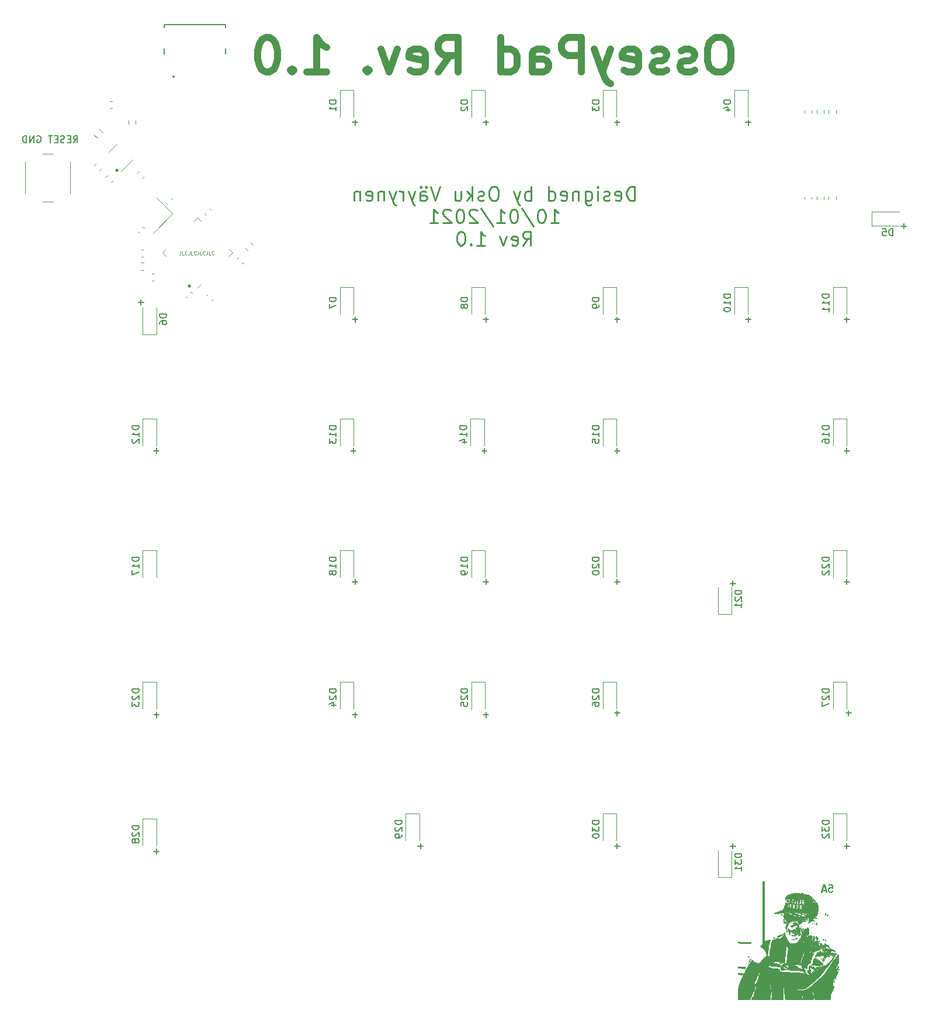
<source format=gbr>
%TF.GenerationSoftware,KiCad,Pcbnew,(5.1.8)-1*%
%TF.CreationDate,2021-01-10T14:28:28+02:00*%
%TF.ProjectId,OsseyPad,4f737365-7950-4616-942e-6b696361645f,rev?*%
%TF.SameCoordinates,Original*%
%TF.FileFunction,Legend,Bot*%
%TF.FilePolarity,Positive*%
%FSLAX46Y46*%
G04 Gerber Fmt 4.6, Leading zero omitted, Abs format (unit mm)*
G04 Created by KiCad (PCBNEW (5.1.8)-1) date 2021-01-10 14:28:28*
%MOMM*%
%LPD*%
G01*
G04 APERTURE LIST*
%ADD10C,0.125000*%
%ADD11C,0.300000*%
%ADD12C,0.150000*%
%ADD13C,0.250000*%
%ADD14C,1.000000*%
%ADD15C,0.127000*%
%ADD16C,0.200000*%
%ADD17C,0.010000*%
%ADD18C,0.120000*%
G04 APERTURE END LIST*
D10*
X49765476Y-54476190D02*
X49765476Y-54833333D01*
X49741666Y-54904761D01*
X49694047Y-54952380D01*
X49622619Y-54976190D01*
X49575000Y-54976190D01*
X50241666Y-54976190D02*
X50003571Y-54976190D01*
X50003571Y-54476190D01*
X50694047Y-54928571D02*
X50670238Y-54952380D01*
X50598809Y-54976190D01*
X50551190Y-54976190D01*
X50479761Y-54952380D01*
X50432142Y-54904761D01*
X50408333Y-54857142D01*
X50384523Y-54761904D01*
X50384523Y-54690476D01*
X50408333Y-54595238D01*
X50432142Y-54547619D01*
X50479761Y-54500000D01*
X50551190Y-54476190D01*
X50598809Y-54476190D01*
X50670238Y-54500000D01*
X50694047Y-54523809D01*
X51051190Y-54476190D02*
X51051190Y-54833333D01*
X51027380Y-54904761D01*
X50979761Y-54952380D01*
X50908333Y-54976190D01*
X50860714Y-54976190D01*
X51527380Y-54976190D02*
X51289285Y-54976190D01*
X51289285Y-54476190D01*
X51979761Y-54928571D02*
X51955952Y-54952380D01*
X51884523Y-54976190D01*
X51836904Y-54976190D01*
X51765476Y-54952380D01*
X51717857Y-54904761D01*
X51694047Y-54857142D01*
X51670238Y-54761904D01*
X51670238Y-54690476D01*
X51694047Y-54595238D01*
X51717857Y-54547619D01*
X51765476Y-54500000D01*
X51836904Y-54476190D01*
X51884523Y-54476190D01*
X51955952Y-54500000D01*
X51979761Y-54523809D01*
X52336904Y-54476190D02*
X52336904Y-54833333D01*
X52313095Y-54904761D01*
X52265476Y-54952380D01*
X52194047Y-54976190D01*
X52146428Y-54976190D01*
X52813095Y-54976190D02*
X52575000Y-54976190D01*
X52575000Y-54476190D01*
X53265476Y-54928571D02*
X53241666Y-54952380D01*
X53170238Y-54976190D01*
X53122619Y-54976190D01*
X53051190Y-54952380D01*
X53003571Y-54904761D01*
X52979761Y-54857142D01*
X52955952Y-54761904D01*
X52955952Y-54690476D01*
X52979761Y-54595238D01*
X53003571Y-54547619D01*
X53051190Y-54500000D01*
X53122619Y-54476190D01*
X53170238Y-54476190D01*
X53241666Y-54500000D01*
X53265476Y-54523809D01*
X53622619Y-54476190D02*
X53622619Y-54833333D01*
X53598809Y-54904761D01*
X53551190Y-54952380D01*
X53479761Y-54976190D01*
X53432142Y-54976190D01*
X54098809Y-54976190D02*
X53860714Y-54976190D01*
X53860714Y-54476190D01*
X54551190Y-54928571D02*
X54527380Y-54952380D01*
X54455952Y-54976190D01*
X54408333Y-54976190D01*
X54336904Y-54952380D01*
X54289285Y-54904761D01*
X54265476Y-54857142D01*
X54241666Y-54761904D01*
X54241666Y-54690476D01*
X54265476Y-54595238D01*
X54289285Y-54547619D01*
X54336904Y-54500000D01*
X54408333Y-54476190D01*
X54455952Y-54476190D01*
X54527380Y-54500000D01*
X54551190Y-54523809D01*
D11*
X40600000Y-42750000D02*
G75*
G03*
X40600000Y-42750000I-100000J0D01*
G01*
D12*
X146630952Y-140571428D02*
X145869047Y-140571428D01*
X146250000Y-140952380D02*
X146250000Y-140190476D01*
X130130952Y-140571428D02*
X129369047Y-140571428D01*
X129750000Y-140952380D02*
X129750000Y-140190476D01*
X113380952Y-140571428D02*
X112619047Y-140571428D01*
X113000000Y-140952380D02*
X113000000Y-140190476D01*
X84880952Y-140571428D02*
X84119047Y-140571428D01*
X84500000Y-140952380D02*
X84500000Y-140190476D01*
X94380952Y-121571428D02*
X93619047Y-121571428D01*
X94000000Y-121952380D02*
X94000000Y-121190476D01*
X113380952Y-121321428D02*
X112619047Y-121321428D01*
X113000000Y-121702380D02*
X113000000Y-120940476D01*
X146880952Y-121321428D02*
X146119047Y-121321428D01*
X146500000Y-121702380D02*
X146500000Y-120940476D01*
X146630952Y-102321428D02*
X145869047Y-102321428D01*
X146250000Y-102702380D02*
X146250000Y-101940476D01*
X130130952Y-102571428D02*
X129369047Y-102571428D01*
X129750000Y-102952380D02*
X129750000Y-102190476D01*
X113380952Y-102321428D02*
X112619047Y-102321428D01*
X113000000Y-102702380D02*
X113000000Y-101940476D01*
X94380952Y-102321428D02*
X93619047Y-102321428D01*
X94000000Y-102702380D02*
X94000000Y-101940476D01*
X75380952Y-102321428D02*
X74619047Y-102321428D01*
X75000000Y-102702380D02*
X75000000Y-101940476D01*
X75380952Y-121571428D02*
X74619047Y-121571428D01*
X75000000Y-121952380D02*
X75000000Y-121190476D01*
X46630952Y-121571428D02*
X45869047Y-121571428D01*
X46250000Y-121952380D02*
X46250000Y-121190476D01*
X46630952Y-141321428D02*
X45869047Y-141321428D01*
X46250000Y-141702380D02*
X46250000Y-140940476D01*
X46630952Y-83321428D02*
X45869047Y-83321428D01*
X46250000Y-83702380D02*
X46250000Y-82940476D01*
X75130952Y-83321428D02*
X74369047Y-83321428D01*
X74750000Y-83702380D02*
X74750000Y-82940476D01*
X94130952Y-83321428D02*
X93369047Y-83321428D01*
X93750000Y-83702380D02*
X93750000Y-82940476D01*
X113380952Y-83321428D02*
X112619047Y-83321428D01*
X113000000Y-83702380D02*
X113000000Y-82940476D01*
X146630952Y-83321428D02*
X145869047Y-83321428D01*
X146250000Y-83702380D02*
X146250000Y-82940476D01*
X146630952Y-64321428D02*
X145869047Y-64321428D01*
X146250000Y-64702380D02*
X146250000Y-63940476D01*
X132380952Y-64321428D02*
X131619047Y-64321428D01*
X132000000Y-64702380D02*
X132000000Y-63940476D01*
X113380952Y-64321428D02*
X112619047Y-64321428D01*
X113000000Y-64702380D02*
X113000000Y-63940476D01*
X94380952Y-64321428D02*
X93619047Y-64321428D01*
X94000000Y-64702380D02*
X94000000Y-63940476D01*
X44380952Y-61821428D02*
X43619047Y-61821428D01*
X44000000Y-62202380D02*
X44000000Y-61440476D01*
X154880952Y-50821428D02*
X154119047Y-50821428D01*
X154500000Y-51202380D02*
X154500000Y-50440476D01*
X132380952Y-35821428D02*
X131619047Y-35821428D01*
X132000000Y-36202380D02*
X132000000Y-35440476D01*
X113380952Y-35821428D02*
X112619047Y-35821428D01*
X113000000Y-36202380D02*
X113000000Y-35440476D01*
X94380952Y-35821428D02*
X93619047Y-35821428D01*
X94000000Y-36202380D02*
X94000000Y-35440476D01*
X75380952Y-35821428D02*
X74619047Y-35821428D01*
X75000000Y-36202380D02*
X75000000Y-35440476D01*
X75380952Y-64321428D02*
X74619047Y-64321428D01*
X75000000Y-64702380D02*
X75000000Y-63940476D01*
D11*
X51100000Y-59500000D02*
G75*
G03*
X51100000Y-59500000I-100000J0D01*
G01*
D12*
X34202380Y-38727380D02*
X34535714Y-38251190D01*
X34773809Y-38727380D02*
X34773809Y-37727380D01*
X34392857Y-37727380D01*
X34297619Y-37775000D01*
X34250000Y-37822619D01*
X34202380Y-37917857D01*
X34202380Y-38060714D01*
X34250000Y-38155952D01*
X34297619Y-38203571D01*
X34392857Y-38251190D01*
X34773809Y-38251190D01*
X33773809Y-38203571D02*
X33440476Y-38203571D01*
X33297619Y-38727380D02*
X33773809Y-38727380D01*
X33773809Y-37727380D01*
X33297619Y-37727380D01*
X32916666Y-38679761D02*
X32773809Y-38727380D01*
X32535714Y-38727380D01*
X32440476Y-38679761D01*
X32392857Y-38632142D01*
X32345238Y-38536904D01*
X32345238Y-38441666D01*
X32392857Y-38346428D01*
X32440476Y-38298809D01*
X32535714Y-38251190D01*
X32726190Y-38203571D01*
X32821428Y-38155952D01*
X32869047Y-38108333D01*
X32916666Y-38013095D01*
X32916666Y-37917857D01*
X32869047Y-37822619D01*
X32821428Y-37775000D01*
X32726190Y-37727380D01*
X32488095Y-37727380D01*
X32345238Y-37775000D01*
X31916666Y-38203571D02*
X31583333Y-38203571D01*
X31440476Y-38727380D02*
X31916666Y-38727380D01*
X31916666Y-37727380D01*
X31440476Y-37727380D01*
X31154761Y-37727380D02*
X30583333Y-37727380D01*
X30869047Y-38727380D02*
X30869047Y-37727380D01*
X28936904Y-37775000D02*
X29032142Y-37727380D01*
X29175000Y-37727380D01*
X29317857Y-37775000D01*
X29413095Y-37870238D01*
X29460714Y-37965476D01*
X29508333Y-38155952D01*
X29508333Y-38298809D01*
X29460714Y-38489285D01*
X29413095Y-38584523D01*
X29317857Y-38679761D01*
X29175000Y-38727380D01*
X29079761Y-38727380D01*
X28936904Y-38679761D01*
X28889285Y-38632142D01*
X28889285Y-38298809D01*
X29079761Y-38298809D01*
X28460714Y-38727380D02*
X28460714Y-37727380D01*
X27889285Y-38727380D01*
X27889285Y-37727380D01*
X27413095Y-38727380D02*
X27413095Y-37727380D01*
X27175000Y-37727380D01*
X27032142Y-37775000D01*
X26936904Y-37870238D01*
X26889285Y-37965476D01*
X26841666Y-38155952D01*
X26841666Y-38298809D01*
X26889285Y-38489285D01*
X26936904Y-38584523D01*
X27032142Y-38679761D01*
X27175000Y-38727380D01*
X27413095Y-38727380D01*
D13*
X115508333Y-47104761D02*
X115508333Y-45104761D01*
X115032142Y-45104761D01*
X114746428Y-45200000D01*
X114555952Y-45390476D01*
X114460714Y-45580952D01*
X114365476Y-45961904D01*
X114365476Y-46247619D01*
X114460714Y-46628571D01*
X114555952Y-46819047D01*
X114746428Y-47009523D01*
X115032142Y-47104761D01*
X115508333Y-47104761D01*
X112746428Y-47009523D02*
X112936904Y-47104761D01*
X113317857Y-47104761D01*
X113508333Y-47009523D01*
X113603571Y-46819047D01*
X113603571Y-46057142D01*
X113508333Y-45866666D01*
X113317857Y-45771428D01*
X112936904Y-45771428D01*
X112746428Y-45866666D01*
X112651190Y-46057142D01*
X112651190Y-46247619D01*
X113603571Y-46438095D01*
X111889285Y-47009523D02*
X111698809Y-47104761D01*
X111317857Y-47104761D01*
X111127380Y-47009523D01*
X111032142Y-46819047D01*
X111032142Y-46723809D01*
X111127380Y-46533333D01*
X111317857Y-46438095D01*
X111603571Y-46438095D01*
X111794047Y-46342857D01*
X111889285Y-46152380D01*
X111889285Y-46057142D01*
X111794047Y-45866666D01*
X111603571Y-45771428D01*
X111317857Y-45771428D01*
X111127380Y-45866666D01*
X110175000Y-47104761D02*
X110175000Y-45771428D01*
X110175000Y-45104761D02*
X110270238Y-45200000D01*
X110175000Y-45295238D01*
X110079761Y-45200000D01*
X110175000Y-45104761D01*
X110175000Y-45295238D01*
X108365476Y-45771428D02*
X108365476Y-47390476D01*
X108460714Y-47580952D01*
X108555952Y-47676190D01*
X108746428Y-47771428D01*
X109032142Y-47771428D01*
X109222619Y-47676190D01*
X108365476Y-47009523D02*
X108555952Y-47104761D01*
X108936904Y-47104761D01*
X109127380Y-47009523D01*
X109222619Y-46914285D01*
X109317857Y-46723809D01*
X109317857Y-46152380D01*
X109222619Y-45961904D01*
X109127380Y-45866666D01*
X108936904Y-45771428D01*
X108555952Y-45771428D01*
X108365476Y-45866666D01*
X107413095Y-45771428D02*
X107413095Y-47104761D01*
X107413095Y-45961904D02*
X107317857Y-45866666D01*
X107127380Y-45771428D01*
X106841666Y-45771428D01*
X106651190Y-45866666D01*
X106555952Y-46057142D01*
X106555952Y-47104761D01*
X104841666Y-47009523D02*
X105032142Y-47104761D01*
X105413095Y-47104761D01*
X105603571Y-47009523D01*
X105698809Y-46819047D01*
X105698809Y-46057142D01*
X105603571Y-45866666D01*
X105413095Y-45771428D01*
X105032142Y-45771428D01*
X104841666Y-45866666D01*
X104746428Y-46057142D01*
X104746428Y-46247619D01*
X105698809Y-46438095D01*
X103032142Y-47104761D02*
X103032142Y-45104761D01*
X103032142Y-47009523D02*
X103222619Y-47104761D01*
X103603571Y-47104761D01*
X103794047Y-47009523D01*
X103889285Y-46914285D01*
X103984523Y-46723809D01*
X103984523Y-46152380D01*
X103889285Y-45961904D01*
X103794047Y-45866666D01*
X103603571Y-45771428D01*
X103222619Y-45771428D01*
X103032142Y-45866666D01*
X100555952Y-47104761D02*
X100555952Y-45104761D01*
X100555952Y-45866666D02*
X100365476Y-45771428D01*
X99984523Y-45771428D01*
X99794047Y-45866666D01*
X99698809Y-45961904D01*
X99603571Y-46152380D01*
X99603571Y-46723809D01*
X99698809Y-46914285D01*
X99794047Y-47009523D01*
X99984523Y-47104761D01*
X100365476Y-47104761D01*
X100555952Y-47009523D01*
X98936904Y-45771428D02*
X98460714Y-47104761D01*
X97984523Y-45771428D02*
X98460714Y-47104761D01*
X98651190Y-47580952D01*
X98746428Y-47676190D01*
X98936904Y-47771428D01*
X95317857Y-45104761D02*
X94936904Y-45104761D01*
X94746428Y-45200000D01*
X94555952Y-45390476D01*
X94460714Y-45771428D01*
X94460714Y-46438095D01*
X94555952Y-46819047D01*
X94746428Y-47009523D01*
X94936904Y-47104761D01*
X95317857Y-47104761D01*
X95508333Y-47009523D01*
X95698809Y-46819047D01*
X95794047Y-46438095D01*
X95794047Y-45771428D01*
X95698809Y-45390476D01*
X95508333Y-45200000D01*
X95317857Y-45104761D01*
X93698809Y-47009523D02*
X93508333Y-47104761D01*
X93127380Y-47104761D01*
X92936904Y-47009523D01*
X92841666Y-46819047D01*
X92841666Y-46723809D01*
X92936904Y-46533333D01*
X93127380Y-46438095D01*
X93413095Y-46438095D01*
X93603571Y-46342857D01*
X93698809Y-46152380D01*
X93698809Y-46057142D01*
X93603571Y-45866666D01*
X93413095Y-45771428D01*
X93127380Y-45771428D01*
X92936904Y-45866666D01*
X91984523Y-47104761D02*
X91984523Y-45104761D01*
X91794047Y-46342857D02*
X91222619Y-47104761D01*
X91222619Y-45771428D02*
X91984523Y-46533333D01*
X89508333Y-45771428D02*
X89508333Y-47104761D01*
X90365476Y-45771428D02*
X90365476Y-46819047D01*
X90270238Y-47009523D01*
X90079761Y-47104761D01*
X89794047Y-47104761D01*
X89603571Y-47009523D01*
X89508333Y-46914285D01*
X87317857Y-45104761D02*
X86651190Y-47104761D01*
X85984523Y-45104761D01*
X84460714Y-47104761D02*
X84460714Y-46057142D01*
X84555952Y-45866666D01*
X84746428Y-45771428D01*
X85127380Y-45771428D01*
X85317857Y-45866666D01*
X84460714Y-47009523D02*
X84651190Y-47104761D01*
X85127380Y-47104761D01*
X85317857Y-47009523D01*
X85413095Y-46819047D01*
X85413095Y-46628571D01*
X85317857Y-46438095D01*
X85127380Y-46342857D01*
X84651190Y-46342857D01*
X84460714Y-46247619D01*
X85317857Y-45104761D02*
X85222619Y-45200000D01*
X85317857Y-45295238D01*
X85413095Y-45200000D01*
X85317857Y-45104761D01*
X85317857Y-45295238D01*
X84555952Y-45104761D02*
X84460714Y-45200000D01*
X84555952Y-45295238D01*
X84651190Y-45200000D01*
X84555952Y-45104761D01*
X84555952Y-45295238D01*
X83698809Y-45771428D02*
X83222619Y-47104761D01*
X82746428Y-45771428D02*
X83222619Y-47104761D01*
X83413095Y-47580952D01*
X83508333Y-47676190D01*
X83698809Y-47771428D01*
X81984523Y-47104761D02*
X81984523Y-45771428D01*
X81984523Y-46152380D02*
X81889285Y-45961904D01*
X81794047Y-45866666D01*
X81603571Y-45771428D01*
X81413095Y-45771428D01*
X80936904Y-45771428D02*
X80460714Y-47104761D01*
X79984523Y-45771428D02*
X80460714Y-47104761D01*
X80651190Y-47580952D01*
X80746428Y-47676190D01*
X80936904Y-47771428D01*
X79222619Y-45771428D02*
X79222619Y-47104761D01*
X79222619Y-45961904D02*
X79127380Y-45866666D01*
X78936904Y-45771428D01*
X78651190Y-45771428D01*
X78460714Y-45866666D01*
X78365476Y-46057142D01*
X78365476Y-47104761D01*
X76651190Y-47009523D02*
X76841666Y-47104761D01*
X77222619Y-47104761D01*
X77413095Y-47009523D01*
X77508333Y-46819047D01*
X77508333Y-46057142D01*
X77413095Y-45866666D01*
X77222619Y-45771428D01*
X76841666Y-45771428D01*
X76651190Y-45866666D01*
X76555952Y-46057142D01*
X76555952Y-46247619D01*
X77508333Y-46438095D01*
X75698809Y-45771428D02*
X75698809Y-47104761D01*
X75698809Y-45961904D02*
X75603571Y-45866666D01*
X75413095Y-45771428D01*
X75127380Y-45771428D01*
X74936904Y-45866666D01*
X74841666Y-46057142D01*
X74841666Y-47104761D01*
X103365476Y-50354761D02*
X104508333Y-50354761D01*
X103936904Y-50354761D02*
X103936904Y-48354761D01*
X104127380Y-48640476D01*
X104317857Y-48830952D01*
X104508333Y-48926190D01*
X102127380Y-48354761D02*
X101936904Y-48354761D01*
X101746428Y-48450000D01*
X101651190Y-48545238D01*
X101555952Y-48735714D01*
X101460714Y-49116666D01*
X101460714Y-49592857D01*
X101555952Y-49973809D01*
X101651190Y-50164285D01*
X101746428Y-50259523D01*
X101936904Y-50354761D01*
X102127380Y-50354761D01*
X102317857Y-50259523D01*
X102413095Y-50164285D01*
X102508333Y-49973809D01*
X102603571Y-49592857D01*
X102603571Y-49116666D01*
X102508333Y-48735714D01*
X102413095Y-48545238D01*
X102317857Y-48450000D01*
X102127380Y-48354761D01*
X99175000Y-48259523D02*
X100889285Y-50830952D01*
X98127380Y-48354761D02*
X97936904Y-48354761D01*
X97746428Y-48450000D01*
X97651190Y-48545238D01*
X97555952Y-48735714D01*
X97460714Y-49116666D01*
X97460714Y-49592857D01*
X97555952Y-49973809D01*
X97651190Y-50164285D01*
X97746428Y-50259523D01*
X97936904Y-50354761D01*
X98127380Y-50354761D01*
X98317857Y-50259523D01*
X98413095Y-50164285D01*
X98508333Y-49973809D01*
X98603571Y-49592857D01*
X98603571Y-49116666D01*
X98508333Y-48735714D01*
X98413095Y-48545238D01*
X98317857Y-48450000D01*
X98127380Y-48354761D01*
X95555952Y-50354761D02*
X96698809Y-50354761D01*
X96127380Y-50354761D02*
X96127380Y-48354761D01*
X96317857Y-48640476D01*
X96508333Y-48830952D01*
X96698809Y-48926190D01*
X93270238Y-48259523D02*
X94984523Y-50830952D01*
X92698809Y-48545238D02*
X92603571Y-48450000D01*
X92413095Y-48354761D01*
X91936904Y-48354761D01*
X91746428Y-48450000D01*
X91651190Y-48545238D01*
X91555952Y-48735714D01*
X91555952Y-48926190D01*
X91651190Y-49211904D01*
X92794047Y-50354761D01*
X91555952Y-50354761D01*
X90317857Y-48354761D02*
X90127380Y-48354761D01*
X89936904Y-48450000D01*
X89841666Y-48545238D01*
X89746428Y-48735714D01*
X89651190Y-49116666D01*
X89651190Y-49592857D01*
X89746428Y-49973809D01*
X89841666Y-50164285D01*
X89936904Y-50259523D01*
X90127380Y-50354761D01*
X90317857Y-50354761D01*
X90508333Y-50259523D01*
X90603571Y-50164285D01*
X90698809Y-49973809D01*
X90794047Y-49592857D01*
X90794047Y-49116666D01*
X90698809Y-48735714D01*
X90603571Y-48545238D01*
X90508333Y-48450000D01*
X90317857Y-48354761D01*
X88889285Y-48545238D02*
X88794047Y-48450000D01*
X88603571Y-48354761D01*
X88127380Y-48354761D01*
X87936904Y-48450000D01*
X87841666Y-48545238D01*
X87746428Y-48735714D01*
X87746428Y-48926190D01*
X87841666Y-49211904D01*
X88984523Y-50354761D01*
X87746428Y-50354761D01*
X85841666Y-50354761D02*
X86984523Y-50354761D01*
X86413095Y-50354761D02*
X86413095Y-48354761D01*
X86603571Y-48640476D01*
X86794047Y-48830952D01*
X86984523Y-48926190D01*
X99317857Y-53604761D02*
X99984523Y-52652380D01*
X100460714Y-53604761D02*
X100460714Y-51604761D01*
X99698809Y-51604761D01*
X99508333Y-51700000D01*
X99413095Y-51795238D01*
X99317857Y-51985714D01*
X99317857Y-52271428D01*
X99413095Y-52461904D01*
X99508333Y-52557142D01*
X99698809Y-52652380D01*
X100460714Y-52652380D01*
X97698809Y-53509523D02*
X97889285Y-53604761D01*
X98270238Y-53604761D01*
X98460714Y-53509523D01*
X98555952Y-53319047D01*
X98555952Y-52557142D01*
X98460714Y-52366666D01*
X98270238Y-52271428D01*
X97889285Y-52271428D01*
X97698809Y-52366666D01*
X97603571Y-52557142D01*
X97603571Y-52747619D01*
X98555952Y-52938095D01*
X96936904Y-52271428D02*
X96460714Y-53604761D01*
X95984523Y-52271428D01*
X92651190Y-53604761D02*
X93794047Y-53604761D01*
X93222619Y-53604761D02*
X93222619Y-51604761D01*
X93413095Y-51890476D01*
X93603571Y-52080952D01*
X93794047Y-52176190D01*
X91794047Y-53414285D02*
X91698809Y-53509523D01*
X91794047Y-53604761D01*
X91889285Y-53509523D01*
X91794047Y-53414285D01*
X91794047Y-53604761D01*
X90460714Y-51604761D02*
X90270238Y-51604761D01*
X90079761Y-51700000D01*
X89984523Y-51795238D01*
X89889285Y-51985714D01*
X89794047Y-52366666D01*
X89794047Y-52842857D01*
X89889285Y-53223809D01*
X89984523Y-53414285D01*
X90079761Y-53509523D01*
X90270238Y-53604761D01*
X90460714Y-53604761D01*
X90651190Y-53509523D01*
X90746428Y-53414285D01*
X90841666Y-53223809D01*
X90936904Y-52842857D01*
X90936904Y-52366666D01*
X90841666Y-51985714D01*
X90746428Y-51795238D01*
X90651190Y-51700000D01*
X90460714Y-51604761D01*
D14*
X128270238Y-23518154D02*
X127317857Y-23518154D01*
X126841666Y-23756250D01*
X126365476Y-24232440D01*
X126127380Y-25184821D01*
X126127380Y-26851488D01*
X126365476Y-27803869D01*
X126841666Y-28280059D01*
X127317857Y-28518154D01*
X128270238Y-28518154D01*
X128746428Y-28280059D01*
X129222619Y-27803869D01*
X129460714Y-26851488D01*
X129460714Y-25184821D01*
X129222619Y-24232440D01*
X128746428Y-23756250D01*
X128270238Y-23518154D01*
X124222619Y-28280059D02*
X123746428Y-28518154D01*
X122794047Y-28518154D01*
X122317857Y-28280059D01*
X122079761Y-27803869D01*
X122079761Y-27565773D01*
X122317857Y-27089583D01*
X122794047Y-26851488D01*
X123508333Y-26851488D01*
X123984523Y-26613392D01*
X124222619Y-26137202D01*
X124222619Y-25899107D01*
X123984523Y-25422916D01*
X123508333Y-25184821D01*
X122794047Y-25184821D01*
X122317857Y-25422916D01*
X120175000Y-28280059D02*
X119698809Y-28518154D01*
X118746428Y-28518154D01*
X118270238Y-28280059D01*
X118032142Y-27803869D01*
X118032142Y-27565773D01*
X118270238Y-27089583D01*
X118746428Y-26851488D01*
X119460714Y-26851488D01*
X119936904Y-26613392D01*
X120175000Y-26137202D01*
X120175000Y-25899107D01*
X119936904Y-25422916D01*
X119460714Y-25184821D01*
X118746428Y-25184821D01*
X118270238Y-25422916D01*
X113984523Y-28280059D02*
X114460714Y-28518154D01*
X115413095Y-28518154D01*
X115889285Y-28280059D01*
X116127380Y-27803869D01*
X116127380Y-25899107D01*
X115889285Y-25422916D01*
X115413095Y-25184821D01*
X114460714Y-25184821D01*
X113984523Y-25422916D01*
X113746428Y-25899107D01*
X113746428Y-26375297D01*
X116127380Y-26851488D01*
X112079761Y-25184821D02*
X110889285Y-28518154D01*
X109698809Y-25184821D02*
X110889285Y-28518154D01*
X111365476Y-29708630D01*
X111603571Y-29946726D01*
X112079761Y-30184821D01*
X107794047Y-28518154D02*
X107794047Y-23518154D01*
X105889285Y-23518154D01*
X105413095Y-23756250D01*
X105175000Y-23994345D01*
X104936904Y-24470535D01*
X104936904Y-25184821D01*
X105175000Y-25661011D01*
X105413095Y-25899107D01*
X105889285Y-26137202D01*
X107794047Y-26137202D01*
X100651190Y-28518154D02*
X100651190Y-25899107D01*
X100889285Y-25422916D01*
X101365476Y-25184821D01*
X102317857Y-25184821D01*
X102794047Y-25422916D01*
X100651190Y-28280059D02*
X101127380Y-28518154D01*
X102317857Y-28518154D01*
X102794047Y-28280059D01*
X103032142Y-27803869D01*
X103032142Y-27327678D01*
X102794047Y-26851488D01*
X102317857Y-26613392D01*
X101127380Y-26613392D01*
X100651190Y-26375297D01*
X96127380Y-28518154D02*
X96127380Y-23518154D01*
X96127380Y-28280059D02*
X96603571Y-28518154D01*
X97555952Y-28518154D01*
X98032142Y-28280059D01*
X98270238Y-28041964D01*
X98508333Y-27565773D01*
X98508333Y-26137202D01*
X98270238Y-25661011D01*
X98032142Y-25422916D01*
X97555952Y-25184821D01*
X96603571Y-25184821D01*
X96127380Y-25422916D01*
X87079761Y-28518154D02*
X88746428Y-26137202D01*
X89936904Y-28518154D02*
X89936904Y-23518154D01*
X88032142Y-23518154D01*
X87555952Y-23756250D01*
X87317857Y-23994345D01*
X87079761Y-24470535D01*
X87079761Y-25184821D01*
X87317857Y-25661011D01*
X87555952Y-25899107D01*
X88032142Y-26137202D01*
X89936904Y-26137202D01*
X83032142Y-28280059D02*
X83508333Y-28518154D01*
X84460714Y-28518154D01*
X84936904Y-28280059D01*
X85175000Y-27803869D01*
X85175000Y-25899107D01*
X84936904Y-25422916D01*
X84460714Y-25184821D01*
X83508333Y-25184821D01*
X83032142Y-25422916D01*
X82794047Y-25899107D01*
X82794047Y-26375297D01*
X85175000Y-26851488D01*
X81127380Y-25184821D02*
X79936904Y-28518154D01*
X78746428Y-25184821D01*
X76841666Y-28041964D02*
X76603571Y-28280059D01*
X76841666Y-28518154D01*
X77079761Y-28280059D01*
X76841666Y-28041964D01*
X76841666Y-28518154D01*
X68032142Y-28518154D02*
X70889285Y-28518154D01*
X69460714Y-28518154D02*
X69460714Y-23518154D01*
X69936904Y-24232440D01*
X70413095Y-24708630D01*
X70889285Y-24946726D01*
X65889285Y-28041964D02*
X65651190Y-28280059D01*
X65889285Y-28518154D01*
X66127380Y-28280059D01*
X65889285Y-28041964D01*
X65889285Y-28518154D01*
X62555952Y-23518154D02*
X62079761Y-23518154D01*
X61603571Y-23756250D01*
X61365476Y-23994345D01*
X61127380Y-24470535D01*
X60889285Y-25422916D01*
X60889285Y-26613392D01*
X61127380Y-27565773D01*
X61365476Y-28041964D01*
X61603571Y-28280059D01*
X62079761Y-28518154D01*
X62555952Y-28518154D01*
X63032142Y-28280059D01*
X63270238Y-28041964D01*
X63508333Y-27565773D01*
X63746428Y-26613392D01*
X63746428Y-25422916D01*
X63508333Y-24470535D01*
X63270238Y-23994345D01*
X63032142Y-23756250D01*
X62555952Y-23518154D01*
D15*
%TO.C,J1*%
X56280000Y-25875000D02*
X56280000Y-25110000D01*
X56280000Y-22050000D02*
X56280000Y-21630000D01*
X56280000Y-21630000D02*
X47340000Y-21630000D01*
X47340000Y-21630000D02*
X47340000Y-22050000D01*
X47340000Y-25875000D02*
X47340000Y-25110000D01*
D16*
X48810000Y-29180000D02*
G75*
G03*
X48810000Y-29180000I-100000J0D01*
G01*
D17*
%TO.C,G\u002A\u002A\u002A*%
G36*
X138421822Y-148428814D02*
G01*
X138400970Y-148483766D01*
X138395130Y-148573970D01*
X138396422Y-148596454D01*
X138407200Y-148727917D01*
X138432600Y-148613617D01*
X138455376Y-148487746D01*
X138454135Y-148423769D01*
X138428915Y-148422361D01*
X138421822Y-148428814D01*
G37*
X138421822Y-148428814D02*
X138400970Y-148483766D01*
X138395130Y-148573970D01*
X138396422Y-148596454D01*
X138407200Y-148727917D01*
X138432600Y-148613617D01*
X138455376Y-148487746D01*
X138454135Y-148423769D01*
X138428915Y-148422361D01*
X138421822Y-148428814D01*
G36*
X139884220Y-148501347D02*
G01*
X139880399Y-148524717D01*
X139898687Y-148569786D01*
X139914266Y-148575517D01*
X139944312Y-148548086D01*
X139948133Y-148524717D01*
X139929846Y-148479648D01*
X139914266Y-148473917D01*
X139884220Y-148501347D01*
G37*
X139884220Y-148501347D02*
X139880399Y-148524717D01*
X139898687Y-148569786D01*
X139914266Y-148575517D01*
X139944312Y-148548086D01*
X139948133Y-148524717D01*
X139929846Y-148479648D01*
X139914266Y-148473917D01*
X139884220Y-148501347D01*
G36*
X139005681Y-149214355D02*
G01*
X138984434Y-149283902D01*
X138977362Y-149366502D01*
X138989142Y-149434902D01*
X138992414Y-149441530D01*
X139019761Y-149479540D01*
X139039335Y-149455888D01*
X139045620Y-149440054D01*
X139063253Y-149362270D01*
X139066547Y-149276846D01*
X139056425Y-149209365D01*
X139036424Y-149185117D01*
X139005681Y-149214355D01*
G37*
X139005681Y-149214355D02*
X138984434Y-149283902D01*
X138977362Y-149366502D01*
X138989142Y-149434902D01*
X138992414Y-149441530D01*
X139019761Y-149479540D01*
X139039335Y-149455888D01*
X139045620Y-149440054D01*
X139063253Y-149362270D01*
X139066547Y-149276846D01*
X139056425Y-149209365D01*
X139036424Y-149185117D01*
X139005681Y-149214355D01*
G36*
X139541736Y-149244526D02*
G01*
X139541733Y-149246077D01*
X139550063Y-149310794D01*
X139575014Y-149309890D01*
X139594357Y-149283766D01*
X139594332Y-149231061D01*
X139579422Y-149209259D01*
X139550371Y-149196611D01*
X139541736Y-149244526D01*
G37*
X139541736Y-149244526D02*
X139541733Y-149246077D01*
X139550063Y-149310794D01*
X139575014Y-149309890D01*
X139594357Y-149283766D01*
X139594332Y-149231061D01*
X139579422Y-149209259D01*
X139550371Y-149196611D01*
X139541736Y-149244526D01*
G36*
X139524162Y-149548608D02*
G01*
X139529486Y-149574583D01*
X139553524Y-149619144D01*
X139562290Y-149625383D01*
X139574128Y-149597729D01*
X139575599Y-149574583D01*
X139557876Y-149529506D01*
X139542796Y-149523783D01*
X139524162Y-149548608D01*
G37*
X139524162Y-149548608D02*
X139529486Y-149574583D01*
X139553524Y-149619144D01*
X139562290Y-149625383D01*
X139574128Y-149597729D01*
X139575599Y-149574583D01*
X139557876Y-149529506D01*
X139542796Y-149523783D01*
X139524162Y-149548608D01*
G36*
X139144505Y-150349989D02*
G01*
X139154605Y-150365382D01*
X139188955Y-150367776D01*
X139225092Y-150359506D01*
X139209416Y-150347315D01*
X139156487Y-150343278D01*
X139144505Y-150349989D01*
G37*
X139144505Y-150349989D02*
X139154605Y-150365382D01*
X139188955Y-150367776D01*
X139225092Y-150359506D01*
X139209416Y-150347315D01*
X139156487Y-150343278D01*
X139144505Y-150349989D01*
G36*
X139512544Y-150367479D02*
G01*
X139514411Y-150373781D01*
X139556161Y-150411855D01*
X139626448Y-150432536D01*
X139687462Y-150445468D01*
X139686669Y-150465698D01*
X139674637Y-150474351D01*
X139649775Y-150498135D01*
X139675279Y-150500566D01*
X139737357Y-150482006D01*
X139761866Y-150472050D01*
X139843497Y-150450829D01*
X139944934Y-150440572D01*
X139945311Y-150440564D01*
X140023464Y-150434057D01*
X140041558Y-150421504D01*
X140006573Y-150406533D01*
X139925490Y-150392775D01*
X139839384Y-150385479D01*
X139719796Y-150374927D01*
X139616501Y-150359506D01*
X139579532Y-150350803D01*
X139521606Y-150341287D01*
X139512544Y-150367479D01*
G37*
X139512544Y-150367479D02*
X139514411Y-150373781D01*
X139556161Y-150411855D01*
X139626448Y-150432536D01*
X139687462Y-150445468D01*
X139686669Y-150465698D01*
X139674637Y-150474351D01*
X139649775Y-150498135D01*
X139675279Y-150500566D01*
X139737357Y-150482006D01*
X139761866Y-150472050D01*
X139843497Y-150450829D01*
X139944934Y-150440572D01*
X139945311Y-150440564D01*
X140023464Y-150434057D01*
X140041558Y-150421504D01*
X140006573Y-150406533D01*
X139925490Y-150392775D01*
X139839384Y-150385479D01*
X139719796Y-150374927D01*
X139616501Y-150359506D01*
X139579532Y-150350803D01*
X139521606Y-150341287D01*
X139512544Y-150367479D01*
G36*
X140223994Y-150508192D02*
G01*
X140125823Y-150522161D01*
X140070345Y-150540708D01*
X140068360Y-150542399D01*
X140077091Y-150559818D01*
X140133841Y-150569976D01*
X140219298Y-150573003D01*
X140314153Y-150569031D01*
X140399095Y-150558189D01*
X140454812Y-150540608D01*
X140456133Y-150539784D01*
X140489855Y-150512849D01*
X140464391Y-150503948D01*
X140456133Y-150503295D01*
X140341788Y-150501128D01*
X140223994Y-150508192D01*
G37*
X140223994Y-150508192D02*
X140125823Y-150522161D01*
X140070345Y-150540708D01*
X140068360Y-150542399D01*
X140077091Y-150559818D01*
X140133841Y-150569976D01*
X140219298Y-150573003D01*
X140314153Y-150569031D01*
X140399095Y-150558189D01*
X140454812Y-150540608D01*
X140456133Y-150539784D01*
X140489855Y-150512849D01*
X140464391Y-150503948D01*
X140456133Y-150503295D01*
X140341788Y-150501128D01*
X140223994Y-150508192D01*
G36*
X139440133Y-158312184D02*
G01*
X139457066Y-158329117D01*
X139473999Y-158312184D01*
X139457066Y-158295250D01*
X139440133Y-158312184D01*
G37*
X139440133Y-158312184D02*
X139457066Y-158329117D01*
X139473999Y-158312184D01*
X139457066Y-158295250D01*
X139440133Y-158312184D01*
G36*
X143864821Y-146077500D02*
G01*
X143751739Y-146088019D01*
X143661831Y-146104435D01*
X143615877Y-146125400D01*
X143614125Y-146128650D01*
X143626295Y-146152800D01*
X143688285Y-146166337D01*
X143808451Y-146170948D01*
X143823882Y-146170984D01*
X143944695Y-146172861D01*
X144015510Y-146182658D01*
X144054043Y-146206621D01*
X144078009Y-146251000D01*
X144082329Y-146262128D01*
X144105244Y-146362989D01*
X144106891Y-146439928D01*
X144086391Y-146503795D01*
X144032209Y-146518863D01*
X144012133Y-146517250D01*
X143893322Y-146508378D01*
X143807855Y-146517049D01*
X143722616Y-146547735D01*
X143696384Y-146559880D01*
X143579315Y-146648984D01*
X143516000Y-146778887D01*
X143504133Y-146885459D01*
X143532838Y-147036221D01*
X143609828Y-147157650D01*
X143721415Y-147243008D01*
X143853910Y-147285559D01*
X143993626Y-147278563D01*
X144126874Y-147215284D01*
X144145001Y-147200906D01*
X144211432Y-147134427D01*
X144247206Y-147078025D01*
X144249199Y-147067438D01*
X144231280Y-147011063D01*
X144183050Y-147009614D01*
X144112802Y-147062365D01*
X144095406Y-147080958D01*
X143999197Y-147168249D01*
X143907461Y-147197913D01*
X143800242Y-147175494D01*
X143781867Y-147168099D01*
X143692856Y-147097428D01*
X143648480Y-146988380D01*
X143652394Y-146856506D01*
X143685743Y-146759113D01*
X143765617Y-146649413D01*
X143867560Y-146600495D01*
X143984020Y-146615382D01*
X144012354Y-146628298D01*
X144125137Y-146672519D01*
X144198158Y-146669494D01*
X144222657Y-146640077D01*
X144227179Y-146578618D01*
X144219783Y-146477720D01*
X144203809Y-146358244D01*
X144182598Y-146241053D01*
X144159490Y-146147009D01*
X144137828Y-146096972D01*
X144135338Y-146094818D01*
X144077399Y-146079551D01*
X143980301Y-146074228D01*
X143864821Y-146077500D01*
G37*
X143864821Y-146077500D02*
X143751739Y-146088019D01*
X143661831Y-146104435D01*
X143615877Y-146125400D01*
X143614125Y-146128650D01*
X143626295Y-146152800D01*
X143688285Y-146166337D01*
X143808451Y-146170948D01*
X143823882Y-146170984D01*
X143944695Y-146172861D01*
X144015510Y-146182658D01*
X144054043Y-146206621D01*
X144078009Y-146251000D01*
X144082329Y-146262128D01*
X144105244Y-146362989D01*
X144106891Y-146439928D01*
X144086391Y-146503795D01*
X144032209Y-146518863D01*
X144012133Y-146517250D01*
X143893322Y-146508378D01*
X143807855Y-146517049D01*
X143722616Y-146547735D01*
X143696384Y-146559880D01*
X143579315Y-146648984D01*
X143516000Y-146778887D01*
X143504133Y-146885459D01*
X143532838Y-147036221D01*
X143609828Y-147157650D01*
X143721415Y-147243008D01*
X143853910Y-147285559D01*
X143993626Y-147278563D01*
X144126874Y-147215284D01*
X144145001Y-147200906D01*
X144211432Y-147134427D01*
X144247206Y-147078025D01*
X144249199Y-147067438D01*
X144231280Y-147011063D01*
X144183050Y-147009614D01*
X144112802Y-147062365D01*
X144095406Y-147080958D01*
X143999197Y-147168249D01*
X143907461Y-147197913D01*
X143800242Y-147175494D01*
X143781867Y-147168099D01*
X143692856Y-147097428D01*
X143648480Y-146988380D01*
X143652394Y-146856506D01*
X143685743Y-146759113D01*
X143765617Y-146649413D01*
X143867560Y-146600495D01*
X143984020Y-146615382D01*
X144012354Y-146628298D01*
X144125137Y-146672519D01*
X144198158Y-146669494D01*
X144222657Y-146640077D01*
X144227179Y-146578618D01*
X144219783Y-146477720D01*
X144203809Y-146358244D01*
X144182598Y-146241053D01*
X144159490Y-146147009D01*
X144137828Y-146096972D01*
X144135338Y-146094818D01*
X144077399Y-146079551D01*
X143980301Y-146074228D01*
X143864821Y-146077500D01*
G36*
X142881718Y-146114651D02*
G01*
X142846835Y-146143420D01*
X142831623Y-146192047D01*
X142800443Y-146290368D01*
X142758004Y-146423575D01*
X142714264Y-146560450D01*
X142662297Y-146725060D01*
X142614430Y-146880625D01*
X142576716Y-147007250D01*
X142558200Y-147073290D01*
X142539012Y-147186090D01*
X142543325Y-147269834D01*
X142566108Y-147315005D01*
X142602329Y-147312085D01*
X142646960Y-147251555D01*
X142649615Y-147246250D01*
X142689112Y-147152097D01*
X142708420Y-147093850D01*
X142726647Y-147052336D01*
X142763110Y-147029375D01*
X142834668Y-147019603D01*
X142947889Y-147017650D01*
X143166015Y-147017650D01*
X143220218Y-147153117D01*
X143268190Y-147241962D01*
X143316180Y-147284135D01*
X143353298Y-147275498D01*
X143368655Y-147211917D01*
X143368666Y-147209510D01*
X143358647Y-147135070D01*
X143332718Y-147024029D01*
X143305578Y-146930110D01*
X143276081Y-146834236D01*
X143121422Y-146834236D01*
X143086221Y-146887889D01*
X143000561Y-146911872D01*
X142919933Y-146915532D01*
X142836580Y-146910963D01*
X142801138Y-146886707D01*
X142793990Y-146828332D01*
X142794038Y-146822917D01*
X142805168Y-146739998D01*
X142832439Y-146631746D01*
X142868937Y-146518592D01*
X142907748Y-146420968D01*
X142941956Y-146359306D01*
X142954593Y-146348519D01*
X142983601Y-146371312D01*
X143021824Y-146443523D01*
X143062550Y-146548734D01*
X143099064Y-146670530D01*
X143115703Y-146742481D01*
X143121422Y-146834236D01*
X143276081Y-146834236D01*
X143236195Y-146704602D01*
X143174002Y-146492624D01*
X143124763Y-146314100D01*
X143105612Y-146238717D01*
X143076344Y-146156514D01*
X143027374Y-146119897D01*
X142968549Y-146109554D01*
X142881718Y-146114651D01*
G37*
X142881718Y-146114651D02*
X142846835Y-146143420D01*
X142831623Y-146192047D01*
X142800443Y-146290368D01*
X142758004Y-146423575D01*
X142714264Y-146560450D01*
X142662297Y-146725060D01*
X142614430Y-146880625D01*
X142576716Y-147007250D01*
X142558200Y-147073290D01*
X142539012Y-147186090D01*
X142543325Y-147269834D01*
X142566108Y-147315005D01*
X142602329Y-147312085D01*
X142646960Y-147251555D01*
X142649615Y-147246250D01*
X142689112Y-147152097D01*
X142708420Y-147093850D01*
X142726647Y-147052336D01*
X142763110Y-147029375D01*
X142834668Y-147019603D01*
X142947889Y-147017650D01*
X143166015Y-147017650D01*
X143220218Y-147153117D01*
X143268190Y-147241962D01*
X143316180Y-147284135D01*
X143353298Y-147275498D01*
X143368655Y-147211917D01*
X143368666Y-147209510D01*
X143358647Y-147135070D01*
X143332718Y-147024029D01*
X143305578Y-146930110D01*
X143276081Y-146834236D01*
X143121422Y-146834236D01*
X143086221Y-146887889D01*
X143000561Y-146911872D01*
X142919933Y-146915532D01*
X142836580Y-146910963D01*
X142801138Y-146886707D01*
X142793990Y-146828332D01*
X142794038Y-146822917D01*
X142805168Y-146739998D01*
X142832439Y-146631746D01*
X142868937Y-146518592D01*
X142907748Y-146420968D01*
X142941956Y-146359306D01*
X142954593Y-146348519D01*
X142983601Y-146371312D01*
X143021824Y-146443523D01*
X143062550Y-146548734D01*
X143099064Y-146670530D01*
X143115703Y-146742481D01*
X143121422Y-146834236D01*
X143276081Y-146834236D01*
X143236195Y-146704602D01*
X143174002Y-146492624D01*
X143124763Y-146314100D01*
X143105612Y-146238717D01*
X143076344Y-146156514D01*
X143027374Y-146119897D01*
X142968549Y-146109554D01*
X142881718Y-146114651D01*
G36*
X141302800Y-148118317D02*
G01*
X141319733Y-148135250D01*
X141336666Y-148118317D01*
X141319733Y-148101384D01*
X141302800Y-148118317D01*
G37*
X141302800Y-148118317D02*
X141319733Y-148135250D01*
X141336666Y-148118317D01*
X141319733Y-148101384D01*
X141302800Y-148118317D01*
G36*
X141378524Y-148186714D02*
G01*
X141412698Y-148225812D01*
X141444412Y-148236850D01*
X141458063Y-148217500D01*
X141437587Y-148185232D01*
X141396175Y-148149729D01*
X141379249Y-148149112D01*
X141378524Y-148186714D01*
G37*
X141378524Y-148186714D02*
X141412698Y-148225812D01*
X141444412Y-148236850D01*
X141458063Y-148217500D01*
X141437587Y-148185232D01*
X141396175Y-148149729D01*
X141379249Y-148149112D01*
X141378524Y-148186714D01*
G36*
X141483422Y-148282006D02*
G01*
X141488071Y-148302139D01*
X141506000Y-148304584D01*
X141533876Y-148292192D01*
X141528577Y-148282006D01*
X141488385Y-148277953D01*
X141483422Y-148282006D01*
G37*
X141483422Y-148282006D02*
X141488071Y-148302139D01*
X141506000Y-148304584D01*
X141533876Y-148292192D01*
X141528577Y-148282006D01*
X141488385Y-148277953D01*
X141483422Y-148282006D01*
G36*
X137543600Y-148423117D02*
G01*
X137560533Y-148440050D01*
X137577466Y-148423117D01*
X137560533Y-148406184D01*
X137543600Y-148423117D01*
G37*
X137543600Y-148423117D02*
X137560533Y-148440050D01*
X137577466Y-148423117D01*
X137560533Y-148406184D01*
X137543600Y-148423117D01*
G36*
X141574717Y-148431955D02*
G01*
X141573733Y-148440050D01*
X141599505Y-148472933D01*
X141607600Y-148473917D01*
X141640482Y-148448145D01*
X141641466Y-148440050D01*
X141615694Y-148407168D01*
X141607600Y-148406184D01*
X141574717Y-148431955D01*
G37*
X141574717Y-148431955D02*
X141573733Y-148440050D01*
X141599505Y-148472933D01*
X141607600Y-148473917D01*
X141640482Y-148448145D01*
X141641466Y-148440050D01*
X141615694Y-148407168D01*
X141607600Y-148406184D01*
X141574717Y-148431955D01*
G36*
X137554888Y-148485206D02*
G01*
X137550835Y-148525398D01*
X137554888Y-148530361D01*
X137575022Y-148525712D01*
X137577466Y-148507784D01*
X137565075Y-148479907D01*
X137554888Y-148485206D01*
G37*
X137554888Y-148485206D02*
X137550835Y-148525398D01*
X137554888Y-148530361D01*
X137575022Y-148525712D01*
X137577466Y-148507784D01*
X137565075Y-148479907D01*
X137554888Y-148485206D01*
G36*
X141481305Y-148555056D02*
G01*
X141491405Y-148570449D01*
X141525755Y-148572843D01*
X141561892Y-148564572D01*
X141546216Y-148552382D01*
X141493287Y-148548345D01*
X141481305Y-148555056D01*
G37*
X141481305Y-148555056D02*
X141491405Y-148570449D01*
X141525755Y-148572843D01*
X141561892Y-148564572D01*
X141546216Y-148552382D01*
X141493287Y-148548345D01*
X141481305Y-148555056D01*
G36*
X141607600Y-148592450D02*
G01*
X141624533Y-148609384D01*
X141641466Y-148592450D01*
X141624533Y-148575517D01*
X141607600Y-148592450D01*
G37*
X141607600Y-148592450D02*
X141624533Y-148609384D01*
X141641466Y-148592450D01*
X141624533Y-148575517D01*
X141607600Y-148592450D01*
G36*
X141686065Y-148603034D02*
G01*
X141682027Y-148655963D01*
X141688738Y-148667945D01*
X141704131Y-148657844D01*
X141706526Y-148623495D01*
X141698255Y-148587358D01*
X141686065Y-148603034D01*
G37*
X141686065Y-148603034D02*
X141682027Y-148655963D01*
X141688738Y-148667945D01*
X141704131Y-148657844D01*
X141706526Y-148623495D01*
X141698255Y-148587358D01*
X141686065Y-148603034D01*
G36*
X143137732Y-150281387D02*
G01*
X143119769Y-150318566D01*
X143120130Y-150373061D01*
X143133079Y-150388298D01*
X143158599Y-150377149D01*
X143165466Y-150338582D01*
X143157945Y-150277561D01*
X143137732Y-150281387D01*
G37*
X143137732Y-150281387D02*
X143119769Y-150318566D01*
X143120130Y-150373061D01*
X143133079Y-150388298D01*
X143158599Y-150377149D01*
X143165466Y-150338582D01*
X143157945Y-150277561D01*
X143137732Y-150281387D01*
G36*
X143109374Y-150458931D02*
G01*
X143114666Y-150472050D01*
X143145099Y-150504358D01*
X143150532Y-150505917D01*
X143165078Y-150479714D01*
X143165466Y-150472050D01*
X143139431Y-150439485D01*
X143129601Y-150438184D01*
X143109374Y-150458931D01*
G37*
X143109374Y-150458931D02*
X143114666Y-150472050D01*
X143145099Y-150504358D01*
X143150532Y-150505917D01*
X143165078Y-150479714D01*
X143165466Y-150472050D01*
X143139431Y-150439485D01*
X143129601Y-150438184D01*
X143109374Y-150458931D01*
G36*
X143165466Y-150556717D02*
G01*
X143182399Y-150573650D01*
X143199333Y-150556717D01*
X143182399Y-150539784D01*
X143165466Y-150556717D01*
G37*
X143165466Y-150556717D02*
X143182399Y-150573650D01*
X143199333Y-150556717D01*
X143182399Y-150539784D01*
X143165466Y-150556717D01*
G36*
X136795784Y-150455610D02*
G01*
X136784683Y-150467061D01*
X136785809Y-150510886D01*
X136815683Y-150560806D01*
X136854530Y-150590790D01*
X136875662Y-150586832D01*
X136899522Y-150531744D01*
X136891624Y-150471426D01*
X136857339Y-150438700D01*
X136851332Y-150438184D01*
X136795784Y-150455610D01*
G37*
X136795784Y-150455610D02*
X136784683Y-150467061D01*
X136785809Y-150510886D01*
X136815683Y-150560806D01*
X136854530Y-150590790D01*
X136875662Y-150586832D01*
X136899522Y-150531744D01*
X136891624Y-150471426D01*
X136857339Y-150438700D01*
X136851332Y-150438184D01*
X136795784Y-150455610D01*
G36*
X143499902Y-150497039D02*
G01*
X143447194Y-150537780D01*
X143396417Y-150591272D01*
X143369345Y-150637171D01*
X143368666Y-150642703D01*
X143388126Y-150675463D01*
X143433213Y-150665773D01*
X143483988Y-150621298D01*
X143504106Y-150590635D01*
X143531660Y-150524353D01*
X143532764Y-150489392D01*
X143499902Y-150497039D01*
G37*
X143499902Y-150497039D02*
X143447194Y-150537780D01*
X143396417Y-150591272D01*
X143369345Y-150637171D01*
X143368666Y-150642703D01*
X143388126Y-150675463D01*
X143433213Y-150665773D01*
X143483988Y-150621298D01*
X143504106Y-150590635D01*
X143531660Y-150524353D01*
X143532764Y-150489392D01*
X143499902Y-150497039D01*
G36*
X141472133Y-151030850D02*
G01*
X141489066Y-151047784D01*
X141506000Y-151030850D01*
X141489066Y-151013917D01*
X141472133Y-151030850D01*
G37*
X141472133Y-151030850D02*
X141489066Y-151047784D01*
X141506000Y-151030850D01*
X141489066Y-151013917D01*
X141472133Y-151030850D01*
G36*
X140469111Y-151152666D02*
G01*
X140422181Y-151209558D01*
X140433899Y-151241290D01*
X140496997Y-151235331D01*
X140513497Y-151229188D01*
X140539057Y-151189101D01*
X140534942Y-151163264D01*
X140507448Y-151132266D01*
X140469111Y-151152666D01*
G37*
X140469111Y-151152666D02*
X140422181Y-151209558D01*
X140433899Y-151241290D01*
X140496997Y-151235331D01*
X140513497Y-151229188D01*
X140539057Y-151189101D01*
X140534942Y-151163264D01*
X140507448Y-151132266D01*
X140469111Y-151152666D01*
G36*
X140118450Y-151378355D02*
G01*
X140117466Y-151386450D01*
X140143238Y-151419333D01*
X140151333Y-151420317D01*
X140184215Y-151394545D01*
X140185199Y-151386450D01*
X140159428Y-151353568D01*
X140151333Y-151352584D01*
X140118450Y-151378355D01*
G37*
X140118450Y-151378355D02*
X140117466Y-151386450D01*
X140143238Y-151419333D01*
X140151333Y-151420317D01*
X140184215Y-151394545D01*
X140185199Y-151386450D01*
X140159428Y-151353568D01*
X140151333Y-151352584D01*
X140118450Y-151378355D01*
G36*
X140254570Y-151346892D02*
G01*
X140240611Y-151369711D01*
X140242253Y-151413205D01*
X140275459Y-151415692D01*
X140302287Y-151388790D01*
X140299146Y-151345232D01*
X140290901Y-151338185D01*
X140254570Y-151346892D01*
G37*
X140254570Y-151346892D02*
X140240611Y-151369711D01*
X140242253Y-151413205D01*
X140275459Y-151415692D01*
X140302287Y-151388790D01*
X140299146Y-151345232D01*
X140290901Y-151338185D01*
X140254570Y-151346892D01*
G36*
X141345096Y-151303148D02*
G01*
X141337909Y-151316395D01*
X141308469Y-151387317D01*
X141305406Y-151429230D01*
X141326715Y-151428564D01*
X141350541Y-151401839D01*
X141389171Y-151357813D01*
X141424262Y-151362823D01*
X141465712Y-151397573D01*
X141520780Y-151432289D01*
X141552107Y-151427909D01*
X141540359Y-151390060D01*
X141487174Y-151335733D01*
X141472046Y-151324007D01*
X141405440Y-151277810D01*
X141370544Y-151271278D01*
X141345096Y-151303148D01*
G37*
X141345096Y-151303148D02*
X141337909Y-151316395D01*
X141308469Y-151387317D01*
X141305406Y-151429230D01*
X141326715Y-151428564D01*
X141350541Y-151401839D01*
X141389171Y-151357813D01*
X141424262Y-151362823D01*
X141465712Y-151397573D01*
X141520780Y-151432289D01*
X141552107Y-151427909D01*
X141540359Y-151390060D01*
X141487174Y-151335733D01*
X141472046Y-151324007D01*
X141405440Y-151277810D01*
X141370544Y-151271278D01*
X141345096Y-151303148D01*
G36*
X139953901Y-151382147D02*
G01*
X139951665Y-151383551D01*
X139921227Y-151436006D01*
X139925202Y-151467699D01*
X139962504Y-151509002D01*
X140012998Y-151521344D01*
X140047108Y-151500365D01*
X140049733Y-151486051D01*
X140028985Y-151465825D01*
X140015866Y-151471117D01*
X139985646Y-151474896D01*
X139988447Y-151441907D01*
X140022417Y-151393446D01*
X140022639Y-151393223D01*
X140040699Y-151360215D01*
X140012435Y-151355794D01*
X139953901Y-151382147D01*
G37*
X139953901Y-151382147D02*
X139951665Y-151383551D01*
X139921227Y-151436006D01*
X139925202Y-151467699D01*
X139962504Y-151509002D01*
X140012998Y-151521344D01*
X140047108Y-151500365D01*
X140049733Y-151486051D01*
X140028985Y-151465825D01*
X140015866Y-151471117D01*
X139985646Y-151474896D01*
X139988447Y-151441907D01*
X140022417Y-151393446D01*
X140022639Y-151393223D01*
X140040699Y-151360215D01*
X140012435Y-151355794D01*
X139953901Y-151382147D01*
G36*
X141506000Y-151742050D02*
G01*
X141522933Y-151758984D01*
X141539866Y-151742050D01*
X141522933Y-151725117D01*
X141506000Y-151742050D01*
G37*
X141506000Y-151742050D02*
X141522933Y-151758984D01*
X141539866Y-151742050D01*
X141522933Y-151725117D01*
X141506000Y-151742050D01*
G36*
X141246355Y-151804139D02*
G01*
X141242302Y-151844331D01*
X141246355Y-151849295D01*
X141266489Y-151844646D01*
X141268933Y-151826717D01*
X141256542Y-151798841D01*
X141246355Y-151804139D01*
G37*
X141246355Y-151804139D02*
X141242302Y-151844331D01*
X141246355Y-151849295D01*
X141266489Y-151844646D01*
X141268933Y-151826717D01*
X141256542Y-151798841D01*
X141246355Y-151804139D01*
G36*
X141858475Y-151720370D02*
G01*
X141819543Y-151787666D01*
X141781379Y-151869870D01*
X141755159Y-151942837D01*
X141752060Y-151982427D01*
X141752426Y-151982832D01*
X141781907Y-151970744D01*
X141832294Y-151919158D01*
X141840805Y-151908600D01*
X141887505Y-151830862D01*
X141911234Y-151755645D01*
X141907575Y-151703649D01*
X141887000Y-151692124D01*
X141858475Y-151720370D01*
G37*
X141858475Y-151720370D02*
X141819543Y-151787666D01*
X141781379Y-151869870D01*
X141755159Y-151942837D01*
X141752060Y-151982427D01*
X141752426Y-151982832D01*
X141781907Y-151970744D01*
X141832294Y-151919158D01*
X141840805Y-151908600D01*
X141887505Y-151830862D01*
X141911234Y-151755645D01*
X141907575Y-151703649D01*
X141887000Y-151692124D01*
X141858475Y-151720370D01*
G36*
X139711066Y-152250050D02*
G01*
X139727999Y-152266983D01*
X139744933Y-152250050D01*
X139727999Y-152233117D01*
X139711066Y-152250050D01*
G37*
X139711066Y-152250050D02*
X139727999Y-152266983D01*
X139744933Y-152250050D01*
X139727999Y-152233117D01*
X139711066Y-152250050D01*
G36*
X141212488Y-152346006D02*
G01*
X141217137Y-152366139D01*
X141235066Y-152368583D01*
X141262942Y-152356192D01*
X141257644Y-152346006D01*
X141217452Y-152341953D01*
X141212488Y-152346006D01*
G37*
X141212488Y-152346006D02*
X141217137Y-152366139D01*
X141235066Y-152368583D01*
X141262942Y-152356192D01*
X141257644Y-152346006D01*
X141217452Y-152341953D01*
X141212488Y-152346006D01*
G36*
X139761703Y-152511561D02*
G01*
X139714521Y-152530325D01*
X139711066Y-152537917D01*
X139741111Y-152559124D01*
X139816167Y-152570920D01*
X139846533Y-152571783D01*
X139931362Y-152564272D01*
X139978545Y-152545508D01*
X139981999Y-152537917D01*
X139951955Y-152516709D01*
X139876899Y-152504914D01*
X139846533Y-152504050D01*
X139761703Y-152511561D01*
G37*
X139761703Y-152511561D02*
X139714521Y-152530325D01*
X139711066Y-152537917D01*
X139741111Y-152559124D01*
X139816167Y-152570920D01*
X139846533Y-152571783D01*
X139931362Y-152564272D01*
X139978545Y-152545508D01*
X139981999Y-152537917D01*
X139951955Y-152516709D01*
X139876899Y-152504914D01*
X139846533Y-152504050D01*
X139761703Y-152511561D01*
G36*
X139966825Y-152626595D02*
G01*
X139919156Y-152653924D01*
X139927141Y-152671595D01*
X139946134Y-152673383D01*
X139992058Y-152648787D01*
X139998693Y-152639905D01*
X139993242Y-152620660D01*
X139966825Y-152626595D01*
G37*
X139966825Y-152626595D02*
X139919156Y-152653924D01*
X139927141Y-152671595D01*
X139946134Y-152673383D01*
X139992058Y-152648787D01*
X139998693Y-152639905D01*
X139993242Y-152620660D01*
X139966825Y-152626595D01*
G36*
X139712444Y-152664101D02*
G01*
X139711066Y-152673383D01*
X139722621Y-152706370D01*
X139726001Y-152707250D01*
X139754915Y-152683519D01*
X139761866Y-152673383D01*
X139759181Y-152642176D01*
X139746932Y-152639517D01*
X139712444Y-152664101D01*
G37*
X139712444Y-152664101D02*
X139711066Y-152673383D01*
X139722621Y-152706370D01*
X139726001Y-152707250D01*
X139754915Y-152683519D01*
X139761866Y-152673383D01*
X139759181Y-152642176D01*
X139746932Y-152639517D01*
X139712444Y-152664101D01*
G36*
X141133466Y-153198317D02*
G01*
X141150399Y-153215250D01*
X141167333Y-153198317D01*
X141150399Y-153181383D01*
X141133466Y-153198317D01*
G37*
X141133466Y-153198317D02*
X141150399Y-153215250D01*
X141167333Y-153198317D01*
X141150399Y-153181383D01*
X141133466Y-153198317D01*
G36*
X139236936Y-153443992D02*
G01*
X139236933Y-153445544D01*
X139245263Y-153510261D01*
X139270214Y-153509357D01*
X139289557Y-153483233D01*
X139289532Y-153430528D01*
X139274622Y-153408726D01*
X139245571Y-153396077D01*
X139236936Y-153443992D01*
G37*
X139236936Y-153443992D02*
X139236933Y-153445544D01*
X139245263Y-153510261D01*
X139270214Y-153509357D01*
X139289557Y-153483233D01*
X139289532Y-153430528D01*
X139274622Y-153408726D01*
X139245571Y-153396077D01*
X139236936Y-153443992D01*
G36*
X139657963Y-147405512D02*
G01*
X139657497Y-147405817D01*
X139577029Y-147442931D01*
X139493914Y-147435330D01*
X139466423Y-147426484D01*
X139366335Y-147406599D01*
X139214914Y-147394982D01*
X139028024Y-147391390D01*
X138821529Y-147395581D01*
X138611293Y-147407311D01*
X138413180Y-147426338D01*
X138286167Y-147444553D01*
X137991965Y-147511959D01*
X137751490Y-147603992D01*
X137568141Y-147718839D01*
X137445317Y-147854688D01*
X137416600Y-147908323D01*
X137392646Y-147996123D01*
X137377359Y-148117997D01*
X137374393Y-148196110D01*
X137374519Y-148389250D01*
X137441198Y-148279890D01*
X137504170Y-148205151D01*
X137572814Y-148192238D01*
X137661145Y-148239248D01*
X137673181Y-148248396D01*
X137722120Y-148262127D01*
X137746253Y-148237735D01*
X137776508Y-148210947D01*
X137829355Y-148216058D01*
X137887605Y-148236874D01*
X137991524Y-148283401D01*
X138037570Y-148322780D01*
X138033369Y-148365107D01*
X138008822Y-148397319D01*
X137972074Y-148472453D01*
X137948067Y-148591471D01*
X137943582Y-148643335D01*
X137931267Y-148759319D01*
X137908187Y-148820705D01*
X137878061Y-148839329D01*
X137829005Y-148832705D01*
X137804616Y-148783638D01*
X137802778Y-148683712D01*
X137813377Y-148582058D01*
X137823896Y-148473741D01*
X137817147Y-148412246D01*
X137789597Y-148378073D01*
X137774842Y-148369200D01*
X137735613Y-148355659D01*
X137717667Y-148380362D01*
X137712986Y-148456933D01*
X137712933Y-148474407D01*
X137697168Y-148608606D01*
X137655339Y-148720229D01*
X137595647Y-148793084D01*
X137541667Y-148812584D01*
X137476917Y-148790251D01*
X137454247Y-148761784D01*
X137422483Y-148713218D01*
X137394277Y-148725211D01*
X137376773Y-148790686D01*
X137374266Y-148841041D01*
X137357085Y-148952104D01*
X137311458Y-149090098D01*
X137275245Y-149171241D01*
X137210848Y-149311841D01*
X137150071Y-149461556D01*
X137118825Y-149549555D01*
X137049977Y-149699100D01*
X136956279Y-149814345D01*
X136849920Y-149882811D01*
X136780150Y-149896317D01*
X136683195Y-149913095D01*
X136541986Y-149964735D01*
X136351284Y-150053194D01*
X136324399Y-150066589D01*
X136209854Y-150114530D01*
X136093570Y-150149817D01*
X136087469Y-150151156D01*
X135972645Y-150183493D01*
X135865564Y-150226784D01*
X135784833Y-150272090D01*
X135749058Y-150310475D01*
X135748666Y-150313887D01*
X135780294Y-150328739D01*
X135868472Y-150330911D01*
X135977266Y-150322815D01*
X136131614Y-150308229D01*
X136313301Y-150292966D01*
X136476669Y-150280781D01*
X136612035Y-150268331D01*
X136725773Y-150252054D01*
X136797045Y-150235067D01*
X136804643Y-150231714D01*
X136908719Y-150202072D01*
X137016405Y-150210170D01*
X137099158Y-150252613D01*
X137112722Y-150268357D01*
X137147014Y-150339059D01*
X137148129Y-150420075D01*
X137114721Y-150530767D01*
X137090317Y-150590190D01*
X137058301Y-150696557D01*
X137052111Y-150792451D01*
X137070853Y-150859004D01*
X137103978Y-150878450D01*
X137127305Y-150849018D01*
X137137197Y-150778106D01*
X137137200Y-150776850D01*
X137145204Y-150697146D01*
X137164796Y-150677803D01*
X137189347Y-150713948D01*
X137212224Y-150800704D01*
X137217804Y-150836117D01*
X137225794Y-150950753D01*
X137209089Y-151015416D01*
X137194480Y-151030850D01*
X137138190Y-151108094D01*
X137096308Y-151236875D01*
X137072941Y-151401781D01*
X137069466Y-151499877D01*
X137072403Y-151612579D01*
X137082656Y-151666619D01*
X137102391Y-151670873D01*
X137109644Y-151664619D01*
X137154402Y-151643951D01*
X137207043Y-151676227D01*
X137279548Y-151717291D01*
X137377419Y-151746321D01*
X137383491Y-151747360D01*
X137466835Y-151754044D01*
X137508576Y-151732137D01*
X137525440Y-151695112D01*
X137570398Y-151637056D01*
X137613615Y-151623517D01*
X137667396Y-151608893D01*
X137679066Y-151589650D01*
X137704838Y-151556768D01*
X137712933Y-151555784D01*
X137743174Y-151580150D01*
X137739735Y-151635508D01*
X137704563Y-151695242D01*
X137702571Y-151697298D01*
X137649840Y-151764561D01*
X137633510Y-151792850D01*
X137562427Y-151918802D01*
X137459731Y-152077381D01*
X137411557Y-152197669D01*
X137394972Y-152350077D01*
X137410341Y-152506616D01*
X137452562Y-152629368D01*
X137492984Y-152740819D01*
X137509733Y-152855970D01*
X137519372Y-152941503D01*
X137542938Y-152994151D01*
X137546511Y-152996916D01*
X137565391Y-152987906D01*
X137567441Y-152923334D01*
X137556243Y-152821115D01*
X137541919Y-152696981D01*
X137533757Y-152588212D01*
X137533031Y-152537917D01*
X137548756Y-152423294D01*
X137582251Y-152289350D01*
X137626269Y-152157853D01*
X137673561Y-152050571D01*
X137715253Y-151990622D01*
X137766156Y-151921318D01*
X137780666Y-151866041D01*
X137811376Y-151774819D01*
X137891154Y-151700524D01*
X137947170Y-151675215D01*
X138012958Y-151632558D01*
X138066284Y-151571396D01*
X138120186Y-151511141D01*
X138167290Y-151488050D01*
X138212509Y-151463891D01*
X137910674Y-151463891D01*
X137902433Y-151482817D01*
X137868333Y-151519175D01*
X137848729Y-151511717D01*
X137848477Y-151508085D01*
X137563800Y-151508085D01*
X137562605Y-151511796D01*
X137545299Y-151575173D01*
X137543600Y-151592420D01*
X137517303Y-151619291D01*
X137457555Y-151622629D01*
X137393063Y-151605805D01*
X137352537Y-151572189D01*
X137351557Y-151569877D01*
X137327557Y-151536963D01*
X137305238Y-151557879D01*
X137260800Y-151587928D01*
X137211635Y-151562761D01*
X137170793Y-151492520D01*
X137157452Y-151443032D01*
X137154994Y-151358039D01*
X137170481Y-151258611D01*
X137197997Y-151163729D01*
X137231624Y-151092374D01*
X137265445Y-151063529D01*
X137274944Y-151066124D01*
X137300133Y-151108664D01*
X137323487Y-151189071D01*
X137325832Y-151200882D01*
X137369414Y-151307242D01*
X137464001Y-151389582D01*
X137464682Y-151390003D01*
X137544350Y-151453973D01*
X137563800Y-151508085D01*
X137848477Y-151508085D01*
X137848400Y-151506982D01*
X137872454Y-151478337D01*
X137887499Y-151467883D01*
X137910674Y-151463891D01*
X138212509Y-151463891D01*
X138218518Y-151460681D01*
X138233790Y-151435661D01*
X138279201Y-151395917D01*
X138313613Y-151393328D01*
X138358648Y-151383554D01*
X138365265Y-151327184D01*
X138367287Y-151263348D01*
X138396715Y-151259824D01*
X138443485Y-151299364D01*
X138484868Y-151360072D01*
X138486006Y-151406898D01*
X138458000Y-151420317D01*
X138428001Y-151447767D01*
X138424133Y-151471404D01*
X138433447Y-151504097D01*
X138473053Y-151491710D01*
X138492900Y-151479870D01*
X138550803Y-151454816D01*
X138586558Y-151477835D01*
X138592658Y-151487069D01*
X138630351Y-151517478D01*
X138648634Y-151511905D01*
X138650456Y-151470785D01*
X138633542Y-151446846D01*
X138601741Y-151390051D01*
X138595273Y-151327312D01*
X138615254Y-151287814D01*
X138627333Y-151284850D01*
X138660257Y-151306184D01*
X138661200Y-151312701D01*
X138687142Y-151346027D01*
X138753039Y-151399191D01*
X138796666Y-151429244D01*
X138876901Y-151476683D01*
X138925464Y-151496476D01*
X138933401Y-151487678D01*
X138891757Y-151449340D01*
X138876159Y-151437655D01*
X138841795Y-151384341D01*
X138862940Y-151336473D01*
X138920547Y-151318717D01*
X138986223Y-151332001D01*
X139074262Y-151364202D01*
X139079415Y-151366481D01*
X139167705Y-151404045D01*
X139234910Y-151429400D01*
X139236933Y-151430039D01*
X139251333Y-151447529D01*
X139199901Y-151469174D01*
X139194599Y-151470613D01*
X139127689Y-151495149D01*
X139101985Y-151517122D01*
X139115207Y-151555515D01*
X139141858Y-151598231D01*
X139164396Y-151619830D01*
X139168681Y-151613859D01*
X139193824Y-151607012D01*
X139240569Y-151625463D01*
X139285503Y-151667126D01*
X139268573Y-151704980D01*
X139195620Y-151733252D01*
X139120865Y-151743760D01*
X139018419Y-151736711D01*
X138948196Y-151688667D01*
X138940832Y-151679954D01*
X138856295Y-151623140D01*
X138739079Y-151599887D01*
X138616579Y-151612474D01*
X138538268Y-151646446D01*
X138472429Y-151702645D01*
X138465026Y-151742439D01*
X138516955Y-151758884D01*
X138523734Y-151758984D01*
X138588567Y-151774535D01*
X138610400Y-151792850D01*
X138658167Y-151821300D01*
X138697065Y-151826717D01*
X138750088Y-151849013D01*
X138762237Y-151898678D01*
X138734553Y-151949874D01*
X138691164Y-151973017D01*
X138604404Y-151971085D01*
X138554664Y-151951567D01*
X138492582Y-151929671D01*
X138465433Y-151947801D01*
X138416433Y-151990294D01*
X138330444Y-152042685D01*
X138233538Y-152090153D01*
X138178600Y-152110864D01*
X138128588Y-152137988D01*
X138133446Y-152176328D01*
X138195936Y-152233105D01*
X138236282Y-152261638D01*
X138328848Y-152313929D01*
X138386771Y-152313502D01*
X138421857Y-152256937D01*
X138435028Y-152204043D01*
X138465238Y-152129313D01*
X138530945Y-152095607D01*
X138559426Y-152090452D01*
X138637612Y-152087788D01*
X138681199Y-152102659D01*
X138681623Y-152103297D01*
X138727508Y-152131180D01*
X138732930Y-152131517D01*
X138751963Y-152110978D01*
X138747298Y-152099967D01*
X138756661Y-152060637D01*
X138807344Y-152013876D01*
X138877149Y-151975774D01*
X138937386Y-151962184D01*
X138993399Y-151990499D01*
X139016799Y-152029917D01*
X139048032Y-152084673D01*
X139071829Y-152097650D01*
X139093213Y-152125969D01*
X139097920Y-152194482D01*
X139088791Y-152278523D01*
X139068668Y-152353427D01*
X139040394Y-152394527D01*
X139037485Y-152395745D01*
X139007632Y-152392761D01*
X139016096Y-152369721D01*
X139017453Y-152339434D01*
X138982299Y-152339928D01*
X138917660Y-152381741D01*
X138888596Y-152456090D01*
X138903637Y-152533412D01*
X138920237Y-152555050D01*
X138972452Y-152589059D01*
X139022732Y-152566859D01*
X139022969Y-152566664D01*
X139070242Y-152543475D01*
X139102206Y-152572980D01*
X139120232Y-152621953D01*
X139116729Y-152635543D01*
X139070919Y-152648756D01*
X138980701Y-152656566D01*
X138869185Y-152658934D01*
X138759484Y-152655821D01*
X138674709Y-152647188D01*
X138640454Y-152636353D01*
X138583407Y-152620246D01*
X138522519Y-152637630D01*
X138491986Y-152678193D01*
X138491866Y-152681154D01*
X138512003Y-152692371D01*
X138542666Y-152673383D01*
X138581592Y-152651570D01*
X138593188Y-152686673D01*
X138593466Y-152703103D01*
X138570037Y-152760877D01*
X138519082Y-152773278D01*
X138472245Y-152736768D01*
X138441692Y-152724658D01*
X138416014Y-152756826D01*
X138377107Y-152794663D01*
X138307922Y-152799995D01*
X138259834Y-152792974D01*
X138085692Y-152757974D01*
X137970505Y-152724635D01*
X137905686Y-152689533D01*
X137882649Y-152649241D01*
X137882266Y-152642358D01*
X137856548Y-152565613D01*
X137795084Y-152521896D01*
X137734159Y-152524023D01*
X137702623Y-152562507D01*
X137682324Y-152632695D01*
X137676291Y-152708302D01*
X137687556Y-152763041D01*
X137705231Y-152774983D01*
X137740342Y-152805134D01*
X137787909Y-152886338D01*
X137841087Y-153004722D01*
X137893036Y-153146412D01*
X137901763Y-153173431D01*
X137946359Y-153298594D01*
X137980017Y-153356957D01*
X138002927Y-153348535D01*
X138015274Y-153273343D01*
X138017733Y-153182319D01*
X138025615Y-153046662D01*
X138053864Y-152971123D01*
X138109389Y-152949436D01*
X138199094Y-152975338D01*
X138230098Y-152989691D01*
X138305331Y-153016996D01*
X138348122Y-153014585D01*
X138350755Y-153010516D01*
X138386537Y-152993571D01*
X138465092Y-152982921D01*
X138564204Y-152978778D01*
X138661658Y-152981351D01*
X138735240Y-152990852D01*
X138762800Y-153006614D01*
X138733938Y-153046807D01*
X138667324Y-153078781D01*
X138592914Y-153092489D01*
X138543241Y-153080261D01*
X138470836Y-153063112D01*
X138420032Y-153077113D01*
X138372923Y-153101122D01*
X138375414Y-153111503D01*
X138425887Y-153134022D01*
X138477014Y-153172917D01*
X138557887Y-153233706D01*
X138635228Y-153279934D01*
X138688358Y-153303304D01*
X138730327Y-153301372D01*
X138778485Y-153265888D01*
X138850184Y-153188603D01*
X138866706Y-153169867D01*
X138960886Y-153072748D01*
X139030798Y-153019952D01*
X139070865Y-153013321D01*
X139075510Y-153054700D01*
X139057498Y-153106810D01*
X138947974Y-153283879D01*
X138794589Y-153423669D01*
X138784900Y-153430030D01*
X138714173Y-153465197D01*
X138632175Y-153478519D01*
X138514268Y-153473208D01*
X138480100Y-153469756D01*
X138359221Y-153455184D01*
X138259628Y-153440303D01*
X138212679Y-153430732D01*
X138170551Y-153431099D01*
X138174716Y-153468982D01*
X138211356Y-153508426D01*
X138235476Y-153508720D01*
X138291996Y-153512540D01*
X138358106Y-153539441D01*
X138447486Y-153571894D01*
X138548190Y-153585305D01*
X138634327Y-153578503D01*
X138678133Y-153553917D01*
X138724685Y-153527965D01*
X138783991Y-153520050D01*
X138880716Y-153493978D01*
X138998553Y-153424225D01*
X139121073Y-153323487D01*
X139231846Y-153204463D01*
X139282419Y-153134871D01*
X139336900Y-153071402D01*
X139377776Y-153071699D01*
X139379472Y-153073309D01*
X139391032Y-153126181D01*
X139361906Y-153182467D01*
X139328346Y-153254481D01*
X139342382Y-153330835D01*
X139348830Y-153346188D01*
X139388534Y-153419539D01*
X139421374Y-153458846D01*
X139473117Y-153464512D01*
X139515253Y-153422075D01*
X139532789Y-153350952D01*
X139529548Y-153318777D01*
X139497555Y-153151663D01*
X139469343Y-152980772D01*
X139446659Y-152819910D01*
X139440656Y-152766517D01*
X139270281Y-152766517D01*
X139263621Y-152802907D01*
X139228145Y-152802281D01*
X139188903Y-152788293D01*
X139141658Y-152743132D01*
X139144774Y-152683664D01*
X139172986Y-152654110D01*
X139217948Y-152657895D01*
X139256558Y-152706438D01*
X139270281Y-152766517D01*
X139440656Y-152766517D01*
X139431251Y-152682886D01*
X139424866Y-152583509D01*
X139429252Y-152535586D01*
X139430260Y-152534243D01*
X139481690Y-152519830D01*
X139533850Y-152526043D01*
X139595521Y-152569047D01*
X139605498Y-152637811D01*
X139568826Y-152700477D01*
X139549458Y-152734837D01*
X139563103Y-152741117D01*
X139602538Y-152714292D01*
X139644946Y-152653435D01*
X139673426Y-152587883D01*
X139661690Y-152551956D01*
X139633736Y-152533219D01*
X139594173Y-152487117D01*
X139169199Y-152487117D01*
X139152266Y-152504050D01*
X139135333Y-152487117D01*
X139152266Y-152470183D01*
X139169199Y-152487117D01*
X139594173Y-152487117D01*
X139584746Y-152476132D01*
X139575599Y-152436633D01*
X139557611Y-152371176D01*
X139517214Y-152343811D01*
X139474765Y-152367522D01*
X139472566Y-152370903D01*
X139436824Y-152382529D01*
X139388443Y-152348744D01*
X139341688Y-152286297D01*
X139310820Y-152211938D01*
X139305793Y-152175042D01*
X139277298Y-152099961D01*
X139236933Y-152063784D01*
X139182844Y-152008457D01*
X139172693Y-151940986D01*
X139188119Y-151918249D01*
X139114187Y-151918249D01*
X139067599Y-151922969D01*
X139019521Y-151917647D01*
X139025266Y-151905888D01*
X139094603Y-151901415D01*
X139109933Y-151905888D01*
X139114187Y-151918249D01*
X139188119Y-151918249D01*
X139208555Y-151888129D01*
X139222769Y-151881140D01*
X139296032Y-151865735D01*
X139373850Y-151860584D01*
X139475992Y-151833777D01*
X139538600Y-151788410D01*
X139618057Y-151719246D01*
X139683853Y-151677461D01*
X139747223Y-151619723D01*
X139797475Y-151530767D01*
X139800923Y-151521034D01*
X139822671Y-151440414D01*
X139813634Y-151398089D01*
X139775523Y-151372808D01*
X139723345Y-151336429D01*
X139711066Y-151314187D01*
X139733847Y-151289122D01*
X139658398Y-151289122D01*
X139647703Y-151314192D01*
X139627698Y-151330512D01*
X139588115Y-151380618D01*
X139589358Y-151415179D01*
X139580877Y-151441688D01*
X139529206Y-151453436D01*
X139457410Y-151449737D01*
X139388555Y-151429902D01*
X139373349Y-151421620D01*
X139344877Y-151393942D01*
X139377252Y-151372962D01*
X139390282Y-151368583D01*
X139477060Y-151338101D01*
X139534860Y-151315962D01*
X139617824Y-151289248D01*
X139658398Y-151289122D01*
X139733847Y-151289122D01*
X139740027Y-151282323D01*
X139808446Y-151263324D01*
X139888631Y-151261202D01*
X139951819Y-151279293D01*
X139994505Y-151296052D01*
X140022156Y-151269598D01*
X140046275Y-151197054D01*
X140064094Y-151105610D01*
X140064260Y-151066716D01*
X139914266Y-151066716D01*
X139897848Y-151101769D01*
X139880399Y-151098584D01*
X139847825Y-151055286D01*
X139846533Y-151045785D01*
X139858995Y-151030850D01*
X138559600Y-151030850D01*
X138542666Y-151047784D01*
X138525733Y-151030850D01*
X138542666Y-151013917D01*
X138559600Y-151030850D01*
X139858995Y-151030850D01*
X139872364Y-151014829D01*
X139880399Y-151013917D01*
X139910121Y-151041483D01*
X139914266Y-151066716D01*
X140064260Y-151066716D01*
X140064381Y-151038555D01*
X140062614Y-151032502D01*
X140078036Y-150996301D01*
X140133762Y-150966476D01*
X140202458Y-150952980D01*
X140253011Y-150963165D01*
X140272787Y-151004091D01*
X140248548Y-151051735D01*
X140195770Y-151080429D01*
X140181576Y-151081650D01*
X140130734Y-151103555D01*
X140117466Y-151166317D01*
X140131330Y-151235083D01*
X140163395Y-151246202D01*
X140199370Y-151195130D01*
X140200331Y-151192666D01*
X140223499Y-151154576D01*
X140250448Y-151179260D01*
X140252247Y-151182140D01*
X140278442Y-151198661D01*
X140311704Y-151161842D01*
X140341364Y-151104991D01*
X140389670Y-151022261D01*
X140443712Y-150986673D01*
X140510435Y-150980050D01*
X140603867Y-150974124D01*
X140671429Y-150960287D01*
X140716518Y-150972335D01*
X140751648Y-151034033D01*
X140772923Y-151127572D01*
X140776445Y-151235142D01*
X140758318Y-151338930D01*
X140755890Y-151346321D01*
X140730307Y-151433681D01*
X140720614Y-151493239D01*
X140721393Y-151500322D01*
X140704131Y-151541046D01*
X140669068Y-151574242D01*
X140630226Y-151622107D01*
X140643813Y-151654824D01*
X140700310Y-151670356D01*
X140781625Y-151652389D01*
X140861047Y-151611385D01*
X140911866Y-151557806D01*
X140915700Y-151548327D01*
X140964543Y-151498875D01*
X141028899Y-151488050D01*
X141117387Y-151465392D01*
X141194017Y-151410324D01*
X141233750Y-151342202D01*
X141235066Y-151328664D01*
X141258426Y-151278666D01*
X141282323Y-151253924D01*
X141321029Y-151194890D01*
X141349999Y-151105689D01*
X141350915Y-151100982D01*
X141374626Y-151022336D01*
X141421913Y-150986305D01*
X141491787Y-150973305D01*
X141589361Y-150974857D01*
X141665419Y-150997455D01*
X141669570Y-151000146D01*
X141774001Y-151043433D01*
X141891107Y-151051826D01*
X141892248Y-151051683D01*
X141905808Y-151032574D01*
X141877310Y-150994984D01*
X141824021Y-150953122D01*
X141795762Y-150938286D01*
X138105138Y-150938286D01*
X138100612Y-150949076D01*
X138059497Y-150965855D01*
X138048707Y-150961329D01*
X138031928Y-150920214D01*
X138036454Y-150909424D01*
X138077569Y-150892645D01*
X138088359Y-150897171D01*
X138105138Y-150938286D01*
X141795762Y-150938286D01*
X141763206Y-150921195D01*
X141722883Y-150912317D01*
X141652651Y-150898138D01*
X141623214Y-150876316D01*
X141625320Y-150824782D01*
X141670308Y-150767047D01*
X141738313Y-150722416D01*
X141795271Y-150709117D01*
X141857390Y-150688676D01*
X141887404Y-150617613D01*
X141887703Y-150615984D01*
X141908827Y-150532618D01*
X141937226Y-150442412D01*
X140921446Y-150442412D01*
X140866301Y-150484116D01*
X140786333Y-150522306D01*
X140670117Y-150571492D01*
X140559519Y-150618765D01*
X140535681Y-150629050D01*
X140441053Y-150661422D01*
X140361258Y-150675244D01*
X140360086Y-150675250D01*
X140278268Y-150688446D01*
X140195871Y-150715753D01*
X140104961Y-150740328D01*
X139958713Y-150762953D01*
X139769518Y-150782318D01*
X139549768Y-150797111D01*
X139352703Y-150804987D01*
X139164363Y-150793687D01*
X138960496Y-150754686D01*
X138912436Y-150741421D01*
X138613021Y-150651322D01*
X138372687Y-150575654D01*
X138192950Y-150514936D01*
X138075326Y-150469690D01*
X138021330Y-150440435D01*
X138017733Y-150434356D01*
X137988288Y-150413260D01*
X137917349Y-150404319D01*
X137916133Y-150404317D01*
X137844793Y-150394693D01*
X137814541Y-150371506D01*
X137814533Y-150371095D01*
X137785579Y-150340041D01*
X137721400Y-150315243D01*
X137625222Y-150281102D01*
X137561464Y-150246864D01*
X137474446Y-150209580D01*
X137417531Y-150201117D01*
X137357548Y-150191008D01*
X137340400Y-150174024D01*
X137370405Y-150116477D01*
X137418504Y-150090481D01*
X137306533Y-150090481D01*
X137288475Y-150124732D01*
X137230333Y-150117422D01*
X137133430Y-150098789D01*
X137077933Y-150096159D01*
X137018528Y-150086010D01*
X137001733Y-150066334D01*
X137026297Y-150047368D01*
X137049107Y-150052089D01*
X137102318Y-150050817D01*
X137116032Y-150038634D01*
X137162053Y-150017754D01*
X137230439Y-150027042D01*
X137288801Y-150057683D01*
X137306533Y-150090481D01*
X137418504Y-150090481D01*
X137445104Y-150076105D01*
X137515443Y-150065650D01*
X137582380Y-150054939D01*
X137591609Y-150019858D01*
X137590954Y-150018084D01*
X137593725Y-149992663D01*
X137634303Y-149978985D01*
X137724182Y-149974763D01*
X137803684Y-149975751D01*
X137936107Y-149983064D01*
X138007979Y-149998504D01*
X138026199Y-150023317D01*
X138043729Y-150062349D01*
X138060066Y-150066169D01*
X138084230Y-150075019D01*
X138061565Y-150094489D01*
X138010177Y-150115931D01*
X137948172Y-150130693D01*
X137920453Y-150132865D01*
X137866001Y-150126793D01*
X137869355Y-150099297D01*
X137882266Y-150082584D01*
X137900131Y-150050226D01*
X137874155Y-150035413D01*
X137792658Y-150031786D01*
X137788960Y-150031784D01*
X137692662Y-150045158D01*
X137618196Y-150078484D01*
X137581249Y-150121561D01*
X137592373Y-150159579D01*
X137643742Y-150185067D01*
X137742159Y-150215826D01*
X137867714Y-150246919D01*
X138000495Y-150273408D01*
X138119333Y-150290234D01*
X138234220Y-150303898D01*
X138334459Y-150319431D01*
X138356359Y-150323756D01*
X138414160Y-150340272D01*
X138411115Y-150362099D01*
X138378367Y-150387890D01*
X138332460Y-150440194D01*
X138346526Y-150478759D01*
X138413283Y-150497878D01*
X138513265Y-150493623D01*
X138602066Y-150486803D01*
X138654847Y-150493086D01*
X138661200Y-150499899D01*
X138692083Y-150529738D01*
X138774059Y-150564682D01*
X138891118Y-150600613D01*
X139027252Y-150633414D01*
X139166450Y-150658966D01*
X139292703Y-150673153D01*
X139340936Y-150674732D01*
X139504817Y-150666299D01*
X139607663Y-150645632D01*
X139648567Y-150618287D01*
X139626621Y-150589820D01*
X139540918Y-150565791D01*
X139390551Y-150551755D01*
X139361165Y-150550825D01*
X139227158Y-150544090D01*
X139148438Y-150530063D01*
X139112706Y-150505945D01*
X139107756Y-150493150D01*
X139069719Y-150440220D01*
X139034685Y-150421552D01*
X138972422Y-150381010D01*
X138953258Y-150352228D01*
X138903229Y-150315352D01*
X138792107Y-150302213D01*
X138789262Y-150302198D01*
X138662926Y-150291416D01*
X138587038Y-150262361D01*
X138568723Y-150218371D01*
X138575846Y-150202228D01*
X138620489Y-150179228D01*
X138716838Y-150179806D01*
X138774919Y-150186941D01*
X138878684Y-150197107D01*
X139029283Y-150205845D01*
X139205816Y-150212173D01*
X139372399Y-150215017D01*
X139722403Y-150229836D01*
X140011002Y-150268745D01*
X140066666Y-150280655D01*
X140203350Y-150311832D01*
X140322060Y-150338184D01*
X140401259Y-150354949D01*
X140411542Y-150356934D01*
X140480186Y-150395935D01*
X140506958Y-150438262D01*
X140538214Y-150492977D01*
X140562014Y-150505917D01*
X140581311Y-150485641D01*
X140577215Y-150476174D01*
X140593155Y-150451326D01*
X140657823Y-150427753D01*
X140752313Y-150410437D01*
X140849833Y-150404317D01*
X140916664Y-150414498D01*
X140921446Y-150442412D01*
X141937226Y-150442412D01*
X141945387Y-150416490D01*
X141975222Y-150331783D01*
X142042400Y-150105314D01*
X138446224Y-150105314D01*
X138440005Y-150117586D01*
X138373333Y-150131854D01*
X138305997Y-150153522D01*
X138282750Y-150179650D01*
X138283092Y-150180730D01*
X138269857Y-150220709D01*
X138223338Y-150249588D01*
X138180216Y-150247684D01*
X138154669Y-150202798D01*
X138153200Y-150187908D01*
X138182730Y-150134232D01*
X138254061Y-150093855D01*
X138341296Y-150077744D01*
X138394697Y-150085625D01*
X138446224Y-150105314D01*
X142042400Y-150105314D01*
X142075793Y-149992742D01*
X142117058Y-149670742D01*
X142099455Y-149350915D01*
X142077556Y-149255138D01*
X139742802Y-149255138D01*
X139738024Y-149398081D01*
X139728412Y-149514074D01*
X139714027Y-149642902D01*
X139697659Y-149717808D01*
X139674409Y-149752540D01*
X139640443Y-149760850D01*
X139587028Y-149744409D01*
X139575599Y-149723034D01*
X139548874Y-149699698D01*
X139509111Y-149702604D01*
X139440138Y-149699948D01*
X139410571Y-149681154D01*
X139397007Y-149631215D01*
X139390975Y-149536698D01*
X139391560Y-149416451D01*
X139397847Y-149289319D01*
X139405524Y-149209470D01*
X139224340Y-149209470D01*
X139222237Y-149339468D01*
X139201875Y-149468397D01*
X139166429Y-149569099D01*
X139147612Y-149596660D01*
X139062514Y-149648007D01*
X138968727Y-149642956D01*
X138889558Y-149584809D01*
X138872219Y-149557650D01*
X138843003Y-149454999D01*
X138838040Y-149324812D01*
X138854943Y-149193482D01*
X138891322Y-149087405D01*
X138918153Y-149049986D01*
X139004960Y-149004636D01*
X139100377Y-149010098D01*
X139178927Y-149061435D01*
X139205009Y-149105560D01*
X139224340Y-149209470D01*
X139405524Y-149209470D01*
X139408921Y-149174149D01*
X139423867Y-149089787D01*
X139440961Y-149055295D01*
X139473649Y-149023818D01*
X139455035Y-148990910D01*
X138731564Y-148990910D01*
X138709604Y-149265813D01*
X138691171Y-149437792D01*
X138667032Y-149547387D01*
X138634817Y-149599866D01*
X138592156Y-149600497D01*
X138566713Y-149583468D01*
X138496018Y-149552083D01*
X138413488Y-149540717D01*
X138326823Y-149525984D01*
X138301309Y-149488252D01*
X138338777Y-149437219D01*
X138388106Y-149406367D01*
X138466117Y-149358602D01*
X138486901Y-149314401D01*
X138456729Y-149253755D01*
X138442143Y-149233923D01*
X138406094Y-149153007D01*
X138405875Y-149151595D01*
X138228940Y-149151595D01*
X138185201Y-149230595D01*
X138142400Y-149291616D01*
X138143442Y-149316899D01*
X138167675Y-149320583D01*
X138212287Y-149348351D01*
X138220933Y-149381543D01*
X138194768Y-149466107D01*
X138130786Y-149514242D01*
X138050754Y-149521728D01*
X137976438Y-149484346D01*
X137942222Y-149435572D01*
X137919883Y-149355300D01*
X137942112Y-149278615D01*
X137954238Y-149256395D01*
X137986839Y-149170688D01*
X137971588Y-149110170D01*
X137955692Y-149033600D01*
X137958362Y-149025133D01*
X137826812Y-149025133D01*
X137823270Y-149175279D01*
X137806168Y-149331694D01*
X137781224Y-149426903D01*
X137744672Y-149467307D01*
X137692746Y-149459313D01*
X137665716Y-149443245D01*
X137608450Y-149369322D01*
X137601820Y-149298423D01*
X137623150Y-149194696D01*
X137651698Y-149122446D01*
X137675985Y-149057820D01*
X137653625Y-149014685D01*
X137631563Y-148997073D01*
X137589250Y-148937220D01*
X137601035Y-148879101D01*
X137659693Y-148847436D01*
X137675584Y-148846450D01*
X137757156Y-148863521D01*
X137806315Y-148920298D01*
X137826812Y-149025133D01*
X137958362Y-149025133D01*
X137976506Y-148967614D01*
X138030975Y-148894987D01*
X138096273Y-148889107D01*
X138160878Y-148939583D01*
X138227934Y-149048609D01*
X138228940Y-149151595D01*
X138405875Y-149151595D01*
X138391343Y-149058117D01*
X138397959Y-148988862D01*
X138428491Y-148954099D01*
X138496374Y-148948721D01*
X138615043Y-148967617D01*
X138624415Y-148969480D01*
X138731564Y-148990910D01*
X139455035Y-148990910D01*
X139449927Y-148981881D01*
X139389333Y-148948050D01*
X139318583Y-148906194D01*
X139313526Y-148854484D01*
X139353289Y-148802665D01*
X139383369Y-148752838D01*
X139361756Y-148713176D01*
X139344638Y-148672792D01*
X139380700Y-148624590D01*
X139397799Y-148610018D01*
X139462411Y-148540676D01*
X139462566Y-148489596D01*
X139406266Y-148456984D01*
X139355739Y-148414778D01*
X139339778Y-148357509D01*
X139249549Y-148357509D01*
X139249016Y-148389250D01*
X139244758Y-148480867D01*
X139239075Y-148606081D01*
X139235398Y-148688316D01*
X139219898Y-148836435D01*
X139186600Y-148923306D01*
X139131272Y-148954040D01*
X139049680Y-148933751D01*
X139037155Y-148927748D01*
X138962224Y-148878367D01*
X138919337Y-148828079D01*
X138919171Y-148827654D01*
X138930470Y-148773949D01*
X138978054Y-148740911D01*
X139025383Y-148706814D01*
X139056984Y-148645473D01*
X139080734Y-148539286D01*
X139087453Y-148496408D01*
X139108065Y-148379699D01*
X139130604Y-148315946D01*
X139140599Y-148307854D01*
X138922131Y-148307854D01*
X138916975Y-148383406D01*
X138914991Y-148397717D01*
X138899001Y-148528730D01*
X138881773Y-148706493D01*
X138866440Y-148888784D01*
X138836309Y-148912096D01*
X138763832Y-148904952D01*
X138679726Y-148874881D01*
X138613602Y-148822166D01*
X138596220Y-148759552D01*
X138630192Y-148707826D01*
X138657167Y-148695330D01*
X138711907Y-148644095D01*
X138748192Y-148537195D01*
X138750742Y-148510398D01*
X138588335Y-148510398D01*
X138577259Y-148638593D01*
X138542576Y-148748013D01*
X138490737Y-148829771D01*
X138428194Y-148874982D01*
X138361396Y-148874758D01*
X138296794Y-148820212D01*
X138272824Y-148780826D01*
X138240670Y-148668275D01*
X138237146Y-148532252D01*
X138259960Y-148401195D01*
X138306821Y-148303538D01*
X138311746Y-148297791D01*
X138395659Y-148242800D01*
X138478821Y-148249103D01*
X138545095Y-148312033D01*
X138569354Y-148372317D01*
X138588335Y-148510398D01*
X138750742Y-148510398D01*
X138762678Y-148384992D01*
X138762800Y-148368084D01*
X138772855Y-148297467D01*
X138815004Y-148272524D01*
X138847866Y-148270717D01*
X138902516Y-148276764D01*
X138922131Y-148307854D01*
X139140599Y-148307854D01*
X139161970Y-148290554D01*
X139186133Y-148287650D01*
X139234533Y-148302107D01*
X139249549Y-148357509D01*
X139339778Y-148357509D01*
X139337803Y-148350423D01*
X139360043Y-148296091D01*
X139367111Y-148290919D01*
X139415433Y-148287897D01*
X139499730Y-148302434D01*
X139524284Y-148308763D01*
X139652878Y-148344269D01*
X139630469Y-148635803D01*
X139609015Y-148822978D01*
X139578423Y-148943971D01*
X139553353Y-148987788D01*
X139522521Y-149032357D01*
X139536832Y-149060471D01*
X139605313Y-149080790D01*
X139660266Y-149090347D01*
X139705518Y-149111187D01*
X139732498Y-149162812D01*
X139742802Y-149255138D01*
X142077556Y-149255138D01*
X142023423Y-149018391D01*
X142014799Y-148990699D01*
X141962976Y-148841462D01*
X141920283Y-148746294D01*
X141889040Y-148707895D01*
X141871568Y-148728964D01*
X141870187Y-148812200D01*
X141870971Y-148823371D01*
X141881690Y-148964983D01*
X141816583Y-148890224D01*
X141765051Y-148842729D01*
X141733081Y-148833858D01*
X141705693Y-148822872D01*
X141676885Y-148781617D01*
X141646252Y-148742450D01*
X141595542Y-148720949D01*
X141506840Y-148712185D01*
X141420141Y-148710983D01*
X141283468Y-148702121D01*
X141209824Y-148677228D01*
X141200377Y-148638849D01*
X141253092Y-148592350D01*
X140083244Y-148592350D01*
X140079271Y-148724463D01*
X140070452Y-148846224D01*
X140057175Y-148938186D01*
X140049524Y-148965532D01*
X140008933Y-149031104D01*
X139966976Y-149033301D01*
X139931004Y-148975918D01*
X139912163Y-148894603D01*
X139899551Y-148813711D01*
X139891190Y-148795630D01*
X139882382Y-148836030D01*
X139878296Y-148863384D01*
X139852638Y-148940497D01*
X139800073Y-148964910D01*
X139795733Y-148964983D01*
X139764234Y-148960119D01*
X139744362Y-148937146D01*
X139733467Y-148883490D01*
X139728896Y-148786579D01*
X139727999Y-148643688D01*
X139729308Y-148493022D01*
X139734882Y-148397117D01*
X139747193Y-148343023D01*
X139768713Y-148317793D01*
X139791675Y-148310156D01*
X139856575Y-148318494D01*
X139880501Y-148338614D01*
X139919782Y-148362017D01*
X139973240Y-148343138D01*
X140034592Y-148322908D01*
X140062213Y-148328353D01*
X140075102Y-148374849D01*
X140081983Y-148469330D01*
X140083244Y-148592350D01*
X141253092Y-148592350D01*
X141256293Y-148589527D01*
X141344383Y-148545796D01*
X141487566Y-148484986D01*
X141400387Y-148404190D01*
X140963959Y-148404190D01*
X140960788Y-148451072D01*
X140945758Y-148452047D01*
X140910186Y-148401977D01*
X140881492Y-148355384D01*
X140835479Y-148265224D01*
X140828598Y-148213908D01*
X140836379Y-148206790D01*
X140885630Y-148220345D01*
X140931512Y-148279551D01*
X140960269Y-148363125D01*
X140963959Y-148404190D01*
X141400387Y-148404190D01*
X141394922Y-148399126D01*
X141332780Y-148333277D01*
X141261687Y-148246443D01*
X141195568Y-148157265D01*
X141148346Y-148084387D01*
X141133466Y-148049080D01*
X141161107Y-148035358D01*
X141184266Y-148033650D01*
X141225998Y-148016717D01*
X140862533Y-148016717D01*
X140845599Y-148033650D01*
X140828666Y-148016717D01*
X140845599Y-147999784D01*
X140862533Y-148016717D01*
X141225998Y-148016717D01*
X141229335Y-148015363D01*
X141235066Y-147999784D01*
X141206568Y-147972686D01*
X141164162Y-147965917D01*
X141099580Y-147940596D01*
X141077470Y-147905541D01*
X141035027Y-147845775D01*
X140957060Y-147783797D01*
X140354533Y-147783797D01*
X140326875Y-147795171D01*
X140303733Y-147796584D01*
X140259812Y-147769161D01*
X140255136Y-147750451D01*
X140209574Y-147750451D01*
X140197029Y-147756525D01*
X140188041Y-147754620D01*
X139865711Y-147754620D01*
X139832422Y-147760043D01*
X139788496Y-147753817D01*
X139787972Y-147742256D01*
X139833299Y-147734171D01*
X139852883Y-147739582D01*
X139865711Y-147754620D01*
X140188041Y-147754620D01*
X140134399Y-147743252D01*
X140060174Y-147724133D01*
X140023000Y-147711435D01*
X140022872Y-147711336D01*
X140039034Y-147694587D01*
X140058158Y-147686001D01*
X140118054Y-147690889D01*
X140169685Y-147717917D01*
X140209574Y-147750451D01*
X140255136Y-147750451D01*
X140252933Y-147741637D01*
X140261840Y-147705699D01*
X140298810Y-147724816D01*
X140303733Y-147728850D01*
X140345823Y-147769431D01*
X140354533Y-147783797D01*
X140957060Y-147783797D01*
X140944666Y-147773945D01*
X140822387Y-147700396D01*
X140684193Y-147635471D01*
X140625466Y-147613336D01*
X140506841Y-147584637D01*
X140358245Y-147565246D01*
X140248361Y-147560010D01*
X140227484Y-147559517D01*
X139812666Y-147559517D01*
X139784216Y-147586767D01*
X139742934Y-147593383D01*
X139696106Y-147580346D01*
X139694133Y-147559517D01*
X139743134Y-147528355D01*
X139763865Y-147525650D01*
X139807636Y-147544586D01*
X139812666Y-147559517D01*
X140227484Y-147559517D01*
X140124494Y-147557085D01*
X140048933Y-147545086D01*
X140002330Y-147518162D01*
X139968533Y-147475388D01*
X139879516Y-147391243D01*
X139770765Y-147366782D01*
X139657963Y-147405512D01*
G37*
X139657963Y-147405512D02*
X139657497Y-147405817D01*
X139577029Y-147442931D01*
X139493914Y-147435330D01*
X139466423Y-147426484D01*
X139366335Y-147406599D01*
X139214914Y-147394982D01*
X139028024Y-147391390D01*
X138821529Y-147395581D01*
X138611293Y-147407311D01*
X138413180Y-147426338D01*
X138286167Y-147444553D01*
X137991965Y-147511959D01*
X137751490Y-147603992D01*
X137568141Y-147718839D01*
X137445317Y-147854688D01*
X137416600Y-147908323D01*
X137392646Y-147996123D01*
X137377359Y-148117997D01*
X137374393Y-148196110D01*
X137374519Y-148389250D01*
X137441198Y-148279890D01*
X137504170Y-148205151D01*
X137572814Y-148192238D01*
X137661145Y-148239248D01*
X137673181Y-148248396D01*
X137722120Y-148262127D01*
X137746253Y-148237735D01*
X137776508Y-148210947D01*
X137829355Y-148216058D01*
X137887605Y-148236874D01*
X137991524Y-148283401D01*
X138037570Y-148322780D01*
X138033369Y-148365107D01*
X138008822Y-148397319D01*
X137972074Y-148472453D01*
X137948067Y-148591471D01*
X137943582Y-148643335D01*
X137931267Y-148759319D01*
X137908187Y-148820705D01*
X137878061Y-148839329D01*
X137829005Y-148832705D01*
X137804616Y-148783638D01*
X137802778Y-148683712D01*
X137813377Y-148582058D01*
X137823896Y-148473741D01*
X137817147Y-148412246D01*
X137789597Y-148378073D01*
X137774842Y-148369200D01*
X137735613Y-148355659D01*
X137717667Y-148380362D01*
X137712986Y-148456933D01*
X137712933Y-148474407D01*
X137697168Y-148608606D01*
X137655339Y-148720229D01*
X137595647Y-148793084D01*
X137541667Y-148812584D01*
X137476917Y-148790251D01*
X137454247Y-148761784D01*
X137422483Y-148713218D01*
X137394277Y-148725211D01*
X137376773Y-148790686D01*
X137374266Y-148841041D01*
X137357085Y-148952104D01*
X137311458Y-149090098D01*
X137275245Y-149171241D01*
X137210848Y-149311841D01*
X137150071Y-149461556D01*
X137118825Y-149549555D01*
X137049977Y-149699100D01*
X136956279Y-149814345D01*
X136849920Y-149882811D01*
X136780150Y-149896317D01*
X136683195Y-149913095D01*
X136541986Y-149964735D01*
X136351284Y-150053194D01*
X136324399Y-150066589D01*
X136209854Y-150114530D01*
X136093570Y-150149817D01*
X136087469Y-150151156D01*
X135972645Y-150183493D01*
X135865564Y-150226784D01*
X135784833Y-150272090D01*
X135749058Y-150310475D01*
X135748666Y-150313887D01*
X135780294Y-150328739D01*
X135868472Y-150330911D01*
X135977266Y-150322815D01*
X136131614Y-150308229D01*
X136313301Y-150292966D01*
X136476669Y-150280781D01*
X136612035Y-150268331D01*
X136725773Y-150252054D01*
X136797045Y-150235067D01*
X136804643Y-150231714D01*
X136908719Y-150202072D01*
X137016405Y-150210170D01*
X137099158Y-150252613D01*
X137112722Y-150268357D01*
X137147014Y-150339059D01*
X137148129Y-150420075D01*
X137114721Y-150530767D01*
X137090317Y-150590190D01*
X137058301Y-150696557D01*
X137052111Y-150792451D01*
X137070853Y-150859004D01*
X137103978Y-150878450D01*
X137127305Y-150849018D01*
X137137197Y-150778106D01*
X137137200Y-150776850D01*
X137145204Y-150697146D01*
X137164796Y-150677803D01*
X137189347Y-150713948D01*
X137212224Y-150800704D01*
X137217804Y-150836117D01*
X137225794Y-150950753D01*
X137209089Y-151015416D01*
X137194480Y-151030850D01*
X137138190Y-151108094D01*
X137096308Y-151236875D01*
X137072941Y-151401781D01*
X137069466Y-151499877D01*
X137072403Y-151612579D01*
X137082656Y-151666619D01*
X137102391Y-151670873D01*
X137109644Y-151664619D01*
X137154402Y-151643951D01*
X137207043Y-151676227D01*
X137279548Y-151717291D01*
X137377419Y-151746321D01*
X137383491Y-151747360D01*
X137466835Y-151754044D01*
X137508576Y-151732137D01*
X137525440Y-151695112D01*
X137570398Y-151637056D01*
X137613615Y-151623517D01*
X137667396Y-151608893D01*
X137679066Y-151589650D01*
X137704838Y-151556768D01*
X137712933Y-151555784D01*
X137743174Y-151580150D01*
X137739735Y-151635508D01*
X137704563Y-151695242D01*
X137702571Y-151697298D01*
X137649840Y-151764561D01*
X137633510Y-151792850D01*
X137562427Y-151918802D01*
X137459731Y-152077381D01*
X137411557Y-152197669D01*
X137394972Y-152350077D01*
X137410341Y-152506616D01*
X137452562Y-152629368D01*
X137492984Y-152740819D01*
X137509733Y-152855970D01*
X137519372Y-152941503D01*
X137542938Y-152994151D01*
X137546511Y-152996916D01*
X137565391Y-152987906D01*
X137567441Y-152923334D01*
X137556243Y-152821115D01*
X137541919Y-152696981D01*
X137533757Y-152588212D01*
X137533031Y-152537917D01*
X137548756Y-152423294D01*
X137582251Y-152289350D01*
X137626269Y-152157853D01*
X137673561Y-152050571D01*
X137715253Y-151990622D01*
X137766156Y-151921318D01*
X137780666Y-151866041D01*
X137811376Y-151774819D01*
X137891154Y-151700524D01*
X137947170Y-151675215D01*
X138012958Y-151632558D01*
X138066284Y-151571396D01*
X138120186Y-151511141D01*
X138167290Y-151488050D01*
X138212509Y-151463891D01*
X137910674Y-151463891D01*
X137902433Y-151482817D01*
X137868333Y-151519175D01*
X137848729Y-151511717D01*
X137848477Y-151508085D01*
X137563800Y-151508085D01*
X137562605Y-151511796D01*
X137545299Y-151575173D01*
X137543600Y-151592420D01*
X137517303Y-151619291D01*
X137457555Y-151622629D01*
X137393063Y-151605805D01*
X137352537Y-151572189D01*
X137351557Y-151569877D01*
X137327557Y-151536963D01*
X137305238Y-151557879D01*
X137260800Y-151587928D01*
X137211635Y-151562761D01*
X137170793Y-151492520D01*
X137157452Y-151443032D01*
X137154994Y-151358039D01*
X137170481Y-151258611D01*
X137197997Y-151163729D01*
X137231624Y-151092374D01*
X137265445Y-151063529D01*
X137274944Y-151066124D01*
X137300133Y-151108664D01*
X137323487Y-151189071D01*
X137325832Y-151200882D01*
X137369414Y-151307242D01*
X137464001Y-151389582D01*
X137464682Y-151390003D01*
X137544350Y-151453973D01*
X137563800Y-151508085D01*
X137848477Y-151508085D01*
X137848400Y-151506982D01*
X137872454Y-151478337D01*
X137887499Y-151467883D01*
X137910674Y-151463891D01*
X138212509Y-151463891D01*
X138218518Y-151460681D01*
X138233790Y-151435661D01*
X138279201Y-151395917D01*
X138313613Y-151393328D01*
X138358648Y-151383554D01*
X138365265Y-151327184D01*
X138367287Y-151263348D01*
X138396715Y-151259824D01*
X138443485Y-151299364D01*
X138484868Y-151360072D01*
X138486006Y-151406898D01*
X138458000Y-151420317D01*
X138428001Y-151447767D01*
X138424133Y-151471404D01*
X138433447Y-151504097D01*
X138473053Y-151491710D01*
X138492900Y-151479870D01*
X138550803Y-151454816D01*
X138586558Y-151477835D01*
X138592658Y-151487069D01*
X138630351Y-151517478D01*
X138648634Y-151511905D01*
X138650456Y-151470785D01*
X138633542Y-151446846D01*
X138601741Y-151390051D01*
X138595273Y-151327312D01*
X138615254Y-151287814D01*
X138627333Y-151284850D01*
X138660257Y-151306184D01*
X138661200Y-151312701D01*
X138687142Y-151346027D01*
X138753039Y-151399191D01*
X138796666Y-151429244D01*
X138876901Y-151476683D01*
X138925464Y-151496476D01*
X138933401Y-151487678D01*
X138891757Y-151449340D01*
X138876159Y-151437655D01*
X138841795Y-151384341D01*
X138862940Y-151336473D01*
X138920547Y-151318717D01*
X138986223Y-151332001D01*
X139074262Y-151364202D01*
X139079415Y-151366481D01*
X139167705Y-151404045D01*
X139234910Y-151429400D01*
X139236933Y-151430039D01*
X139251333Y-151447529D01*
X139199901Y-151469174D01*
X139194599Y-151470613D01*
X139127689Y-151495149D01*
X139101985Y-151517122D01*
X139115207Y-151555515D01*
X139141858Y-151598231D01*
X139164396Y-151619830D01*
X139168681Y-151613859D01*
X139193824Y-151607012D01*
X139240569Y-151625463D01*
X139285503Y-151667126D01*
X139268573Y-151704980D01*
X139195620Y-151733252D01*
X139120865Y-151743760D01*
X139018419Y-151736711D01*
X138948196Y-151688667D01*
X138940832Y-151679954D01*
X138856295Y-151623140D01*
X138739079Y-151599887D01*
X138616579Y-151612474D01*
X138538268Y-151646446D01*
X138472429Y-151702645D01*
X138465026Y-151742439D01*
X138516955Y-151758884D01*
X138523734Y-151758984D01*
X138588567Y-151774535D01*
X138610400Y-151792850D01*
X138658167Y-151821300D01*
X138697065Y-151826717D01*
X138750088Y-151849013D01*
X138762237Y-151898678D01*
X138734553Y-151949874D01*
X138691164Y-151973017D01*
X138604404Y-151971085D01*
X138554664Y-151951567D01*
X138492582Y-151929671D01*
X138465433Y-151947801D01*
X138416433Y-151990294D01*
X138330444Y-152042685D01*
X138233538Y-152090153D01*
X138178600Y-152110864D01*
X138128588Y-152137988D01*
X138133446Y-152176328D01*
X138195936Y-152233105D01*
X138236282Y-152261638D01*
X138328848Y-152313929D01*
X138386771Y-152313502D01*
X138421857Y-152256937D01*
X138435028Y-152204043D01*
X138465238Y-152129313D01*
X138530945Y-152095607D01*
X138559426Y-152090452D01*
X138637612Y-152087788D01*
X138681199Y-152102659D01*
X138681623Y-152103297D01*
X138727508Y-152131180D01*
X138732930Y-152131517D01*
X138751963Y-152110978D01*
X138747298Y-152099967D01*
X138756661Y-152060637D01*
X138807344Y-152013876D01*
X138877149Y-151975774D01*
X138937386Y-151962184D01*
X138993399Y-151990499D01*
X139016799Y-152029917D01*
X139048032Y-152084673D01*
X139071829Y-152097650D01*
X139093213Y-152125969D01*
X139097920Y-152194482D01*
X139088791Y-152278523D01*
X139068668Y-152353427D01*
X139040394Y-152394527D01*
X139037485Y-152395745D01*
X139007632Y-152392761D01*
X139016096Y-152369721D01*
X139017453Y-152339434D01*
X138982299Y-152339928D01*
X138917660Y-152381741D01*
X138888596Y-152456090D01*
X138903637Y-152533412D01*
X138920237Y-152555050D01*
X138972452Y-152589059D01*
X139022732Y-152566859D01*
X139022969Y-152566664D01*
X139070242Y-152543475D01*
X139102206Y-152572980D01*
X139120232Y-152621953D01*
X139116729Y-152635543D01*
X139070919Y-152648756D01*
X138980701Y-152656566D01*
X138869185Y-152658934D01*
X138759484Y-152655821D01*
X138674709Y-152647188D01*
X138640454Y-152636353D01*
X138583407Y-152620246D01*
X138522519Y-152637630D01*
X138491986Y-152678193D01*
X138491866Y-152681154D01*
X138512003Y-152692371D01*
X138542666Y-152673383D01*
X138581592Y-152651570D01*
X138593188Y-152686673D01*
X138593466Y-152703103D01*
X138570037Y-152760877D01*
X138519082Y-152773278D01*
X138472245Y-152736768D01*
X138441692Y-152724658D01*
X138416014Y-152756826D01*
X138377107Y-152794663D01*
X138307922Y-152799995D01*
X138259834Y-152792974D01*
X138085692Y-152757974D01*
X137970505Y-152724635D01*
X137905686Y-152689533D01*
X137882649Y-152649241D01*
X137882266Y-152642358D01*
X137856548Y-152565613D01*
X137795084Y-152521896D01*
X137734159Y-152524023D01*
X137702623Y-152562507D01*
X137682324Y-152632695D01*
X137676291Y-152708302D01*
X137687556Y-152763041D01*
X137705231Y-152774983D01*
X137740342Y-152805134D01*
X137787909Y-152886338D01*
X137841087Y-153004722D01*
X137893036Y-153146412D01*
X137901763Y-153173431D01*
X137946359Y-153298594D01*
X137980017Y-153356957D01*
X138002927Y-153348535D01*
X138015274Y-153273343D01*
X138017733Y-153182319D01*
X138025615Y-153046662D01*
X138053864Y-152971123D01*
X138109389Y-152949436D01*
X138199094Y-152975338D01*
X138230098Y-152989691D01*
X138305331Y-153016996D01*
X138348122Y-153014585D01*
X138350755Y-153010516D01*
X138386537Y-152993571D01*
X138465092Y-152982921D01*
X138564204Y-152978778D01*
X138661658Y-152981351D01*
X138735240Y-152990852D01*
X138762800Y-153006614D01*
X138733938Y-153046807D01*
X138667324Y-153078781D01*
X138592914Y-153092489D01*
X138543241Y-153080261D01*
X138470836Y-153063112D01*
X138420032Y-153077113D01*
X138372923Y-153101122D01*
X138375414Y-153111503D01*
X138425887Y-153134022D01*
X138477014Y-153172917D01*
X138557887Y-153233706D01*
X138635228Y-153279934D01*
X138688358Y-153303304D01*
X138730327Y-153301372D01*
X138778485Y-153265888D01*
X138850184Y-153188603D01*
X138866706Y-153169867D01*
X138960886Y-153072748D01*
X139030798Y-153019952D01*
X139070865Y-153013321D01*
X139075510Y-153054700D01*
X139057498Y-153106810D01*
X138947974Y-153283879D01*
X138794589Y-153423669D01*
X138784900Y-153430030D01*
X138714173Y-153465197D01*
X138632175Y-153478519D01*
X138514268Y-153473208D01*
X138480100Y-153469756D01*
X138359221Y-153455184D01*
X138259628Y-153440303D01*
X138212679Y-153430732D01*
X138170551Y-153431099D01*
X138174716Y-153468982D01*
X138211356Y-153508426D01*
X138235476Y-153508720D01*
X138291996Y-153512540D01*
X138358106Y-153539441D01*
X138447486Y-153571894D01*
X138548190Y-153585305D01*
X138634327Y-153578503D01*
X138678133Y-153553917D01*
X138724685Y-153527965D01*
X138783991Y-153520050D01*
X138880716Y-153493978D01*
X138998553Y-153424225D01*
X139121073Y-153323487D01*
X139231846Y-153204463D01*
X139282419Y-153134871D01*
X139336900Y-153071402D01*
X139377776Y-153071699D01*
X139379472Y-153073309D01*
X139391032Y-153126181D01*
X139361906Y-153182467D01*
X139328346Y-153254481D01*
X139342382Y-153330835D01*
X139348830Y-153346188D01*
X139388534Y-153419539D01*
X139421374Y-153458846D01*
X139473117Y-153464512D01*
X139515253Y-153422075D01*
X139532789Y-153350952D01*
X139529548Y-153318777D01*
X139497555Y-153151663D01*
X139469343Y-152980772D01*
X139446659Y-152819910D01*
X139440656Y-152766517D01*
X139270281Y-152766517D01*
X139263621Y-152802907D01*
X139228145Y-152802281D01*
X139188903Y-152788293D01*
X139141658Y-152743132D01*
X139144774Y-152683664D01*
X139172986Y-152654110D01*
X139217948Y-152657895D01*
X139256558Y-152706438D01*
X139270281Y-152766517D01*
X139440656Y-152766517D01*
X139431251Y-152682886D01*
X139424866Y-152583509D01*
X139429252Y-152535586D01*
X139430260Y-152534243D01*
X139481690Y-152519830D01*
X139533850Y-152526043D01*
X139595521Y-152569047D01*
X139605498Y-152637811D01*
X139568826Y-152700477D01*
X139549458Y-152734837D01*
X139563103Y-152741117D01*
X139602538Y-152714292D01*
X139644946Y-152653435D01*
X139673426Y-152587883D01*
X139661690Y-152551956D01*
X139633736Y-152533219D01*
X139594173Y-152487117D01*
X139169199Y-152487117D01*
X139152266Y-152504050D01*
X139135333Y-152487117D01*
X139152266Y-152470183D01*
X139169199Y-152487117D01*
X139594173Y-152487117D01*
X139584746Y-152476132D01*
X139575599Y-152436633D01*
X139557611Y-152371176D01*
X139517214Y-152343811D01*
X139474765Y-152367522D01*
X139472566Y-152370903D01*
X139436824Y-152382529D01*
X139388443Y-152348744D01*
X139341688Y-152286297D01*
X139310820Y-152211938D01*
X139305793Y-152175042D01*
X139277298Y-152099961D01*
X139236933Y-152063784D01*
X139182844Y-152008457D01*
X139172693Y-151940986D01*
X139188119Y-151918249D01*
X139114187Y-151918249D01*
X139067599Y-151922969D01*
X139019521Y-151917647D01*
X139025266Y-151905888D01*
X139094603Y-151901415D01*
X139109933Y-151905888D01*
X139114187Y-151918249D01*
X139188119Y-151918249D01*
X139208555Y-151888129D01*
X139222769Y-151881140D01*
X139296032Y-151865735D01*
X139373850Y-151860584D01*
X139475992Y-151833777D01*
X139538600Y-151788410D01*
X139618057Y-151719246D01*
X139683853Y-151677461D01*
X139747223Y-151619723D01*
X139797475Y-151530767D01*
X139800923Y-151521034D01*
X139822671Y-151440414D01*
X139813634Y-151398089D01*
X139775523Y-151372808D01*
X139723345Y-151336429D01*
X139711066Y-151314187D01*
X139733847Y-151289122D01*
X139658398Y-151289122D01*
X139647703Y-151314192D01*
X139627698Y-151330512D01*
X139588115Y-151380618D01*
X139589358Y-151415179D01*
X139580877Y-151441688D01*
X139529206Y-151453436D01*
X139457410Y-151449737D01*
X139388555Y-151429902D01*
X139373349Y-151421620D01*
X139344877Y-151393942D01*
X139377252Y-151372962D01*
X139390282Y-151368583D01*
X139477060Y-151338101D01*
X139534860Y-151315962D01*
X139617824Y-151289248D01*
X139658398Y-151289122D01*
X139733847Y-151289122D01*
X139740027Y-151282323D01*
X139808446Y-151263324D01*
X139888631Y-151261202D01*
X139951819Y-151279293D01*
X139994505Y-151296052D01*
X140022156Y-151269598D01*
X140046275Y-151197054D01*
X140064094Y-151105610D01*
X140064260Y-151066716D01*
X139914266Y-151066716D01*
X139897848Y-151101769D01*
X139880399Y-151098584D01*
X139847825Y-151055286D01*
X139846533Y-151045785D01*
X139858995Y-151030850D01*
X138559600Y-151030850D01*
X138542666Y-151047784D01*
X138525733Y-151030850D01*
X138542666Y-151013917D01*
X138559600Y-151030850D01*
X139858995Y-151030850D01*
X139872364Y-151014829D01*
X139880399Y-151013917D01*
X139910121Y-151041483D01*
X139914266Y-151066716D01*
X140064260Y-151066716D01*
X140064381Y-151038555D01*
X140062614Y-151032502D01*
X140078036Y-150996301D01*
X140133762Y-150966476D01*
X140202458Y-150952980D01*
X140253011Y-150963165D01*
X140272787Y-151004091D01*
X140248548Y-151051735D01*
X140195770Y-151080429D01*
X140181576Y-151081650D01*
X140130734Y-151103555D01*
X140117466Y-151166317D01*
X140131330Y-151235083D01*
X140163395Y-151246202D01*
X140199370Y-151195130D01*
X140200331Y-151192666D01*
X140223499Y-151154576D01*
X140250448Y-151179260D01*
X140252247Y-151182140D01*
X140278442Y-151198661D01*
X140311704Y-151161842D01*
X140341364Y-151104991D01*
X140389670Y-151022261D01*
X140443712Y-150986673D01*
X140510435Y-150980050D01*
X140603867Y-150974124D01*
X140671429Y-150960287D01*
X140716518Y-150972335D01*
X140751648Y-151034033D01*
X140772923Y-151127572D01*
X140776445Y-151235142D01*
X140758318Y-151338930D01*
X140755890Y-151346321D01*
X140730307Y-151433681D01*
X140720614Y-151493239D01*
X140721393Y-151500322D01*
X140704131Y-151541046D01*
X140669068Y-151574242D01*
X140630226Y-151622107D01*
X140643813Y-151654824D01*
X140700310Y-151670356D01*
X140781625Y-151652389D01*
X140861047Y-151611385D01*
X140911866Y-151557806D01*
X140915700Y-151548327D01*
X140964543Y-151498875D01*
X141028899Y-151488050D01*
X141117387Y-151465392D01*
X141194017Y-151410324D01*
X141233750Y-151342202D01*
X141235066Y-151328664D01*
X141258426Y-151278666D01*
X141282323Y-151253924D01*
X141321029Y-151194890D01*
X141349999Y-151105689D01*
X141350915Y-151100982D01*
X141374626Y-151022336D01*
X141421913Y-150986305D01*
X141491787Y-150973305D01*
X141589361Y-150974857D01*
X141665419Y-150997455D01*
X141669570Y-151000146D01*
X141774001Y-151043433D01*
X141891107Y-151051826D01*
X141892248Y-151051683D01*
X141905808Y-151032574D01*
X141877310Y-150994984D01*
X141824021Y-150953122D01*
X141795762Y-150938286D01*
X138105138Y-150938286D01*
X138100612Y-150949076D01*
X138059497Y-150965855D01*
X138048707Y-150961329D01*
X138031928Y-150920214D01*
X138036454Y-150909424D01*
X138077569Y-150892645D01*
X138088359Y-150897171D01*
X138105138Y-150938286D01*
X141795762Y-150938286D01*
X141763206Y-150921195D01*
X141722883Y-150912317D01*
X141652651Y-150898138D01*
X141623214Y-150876316D01*
X141625320Y-150824782D01*
X141670308Y-150767047D01*
X141738313Y-150722416D01*
X141795271Y-150709117D01*
X141857390Y-150688676D01*
X141887404Y-150617613D01*
X141887703Y-150615984D01*
X141908827Y-150532618D01*
X141937226Y-150442412D01*
X140921446Y-150442412D01*
X140866301Y-150484116D01*
X140786333Y-150522306D01*
X140670117Y-150571492D01*
X140559519Y-150618765D01*
X140535681Y-150629050D01*
X140441053Y-150661422D01*
X140361258Y-150675244D01*
X140360086Y-150675250D01*
X140278268Y-150688446D01*
X140195871Y-150715753D01*
X140104961Y-150740328D01*
X139958713Y-150762953D01*
X139769518Y-150782318D01*
X139549768Y-150797111D01*
X139352703Y-150804987D01*
X139164363Y-150793687D01*
X138960496Y-150754686D01*
X138912436Y-150741421D01*
X138613021Y-150651322D01*
X138372687Y-150575654D01*
X138192950Y-150514936D01*
X138075326Y-150469690D01*
X138021330Y-150440435D01*
X138017733Y-150434356D01*
X137988288Y-150413260D01*
X137917349Y-150404319D01*
X137916133Y-150404317D01*
X137844793Y-150394693D01*
X137814541Y-150371506D01*
X137814533Y-150371095D01*
X137785579Y-150340041D01*
X137721400Y-150315243D01*
X137625222Y-150281102D01*
X137561464Y-150246864D01*
X137474446Y-150209580D01*
X137417531Y-150201117D01*
X137357548Y-150191008D01*
X137340400Y-150174024D01*
X137370405Y-150116477D01*
X137418504Y-150090481D01*
X137306533Y-150090481D01*
X137288475Y-150124732D01*
X137230333Y-150117422D01*
X137133430Y-150098789D01*
X137077933Y-150096159D01*
X137018528Y-150086010D01*
X137001733Y-150066334D01*
X137026297Y-150047368D01*
X137049107Y-150052089D01*
X137102318Y-150050817D01*
X137116032Y-150038634D01*
X137162053Y-150017754D01*
X137230439Y-150027042D01*
X137288801Y-150057683D01*
X137306533Y-150090481D01*
X137418504Y-150090481D01*
X137445104Y-150076105D01*
X137515443Y-150065650D01*
X137582380Y-150054939D01*
X137591609Y-150019858D01*
X137590954Y-150018084D01*
X137593725Y-149992663D01*
X137634303Y-149978985D01*
X137724182Y-149974763D01*
X137803684Y-149975751D01*
X137936107Y-149983064D01*
X138007979Y-149998504D01*
X138026199Y-150023317D01*
X138043729Y-150062349D01*
X138060066Y-150066169D01*
X138084230Y-150075019D01*
X138061565Y-150094489D01*
X138010177Y-150115931D01*
X137948172Y-150130693D01*
X137920453Y-150132865D01*
X137866001Y-150126793D01*
X137869355Y-150099297D01*
X137882266Y-150082584D01*
X137900131Y-150050226D01*
X137874155Y-150035413D01*
X137792658Y-150031786D01*
X137788960Y-150031784D01*
X137692662Y-150045158D01*
X137618196Y-150078484D01*
X137581249Y-150121561D01*
X137592373Y-150159579D01*
X137643742Y-150185067D01*
X137742159Y-150215826D01*
X137867714Y-150246919D01*
X138000495Y-150273408D01*
X138119333Y-150290234D01*
X138234220Y-150303898D01*
X138334459Y-150319431D01*
X138356359Y-150323756D01*
X138414160Y-150340272D01*
X138411115Y-150362099D01*
X138378367Y-150387890D01*
X138332460Y-150440194D01*
X138346526Y-150478759D01*
X138413283Y-150497878D01*
X138513265Y-150493623D01*
X138602066Y-150486803D01*
X138654847Y-150493086D01*
X138661200Y-150499899D01*
X138692083Y-150529738D01*
X138774059Y-150564682D01*
X138891118Y-150600613D01*
X139027252Y-150633414D01*
X139166450Y-150658966D01*
X139292703Y-150673153D01*
X139340936Y-150674732D01*
X139504817Y-150666299D01*
X139607663Y-150645632D01*
X139648567Y-150618287D01*
X139626621Y-150589820D01*
X139540918Y-150565791D01*
X139390551Y-150551755D01*
X139361165Y-150550825D01*
X139227158Y-150544090D01*
X139148438Y-150530063D01*
X139112706Y-150505945D01*
X139107756Y-150493150D01*
X139069719Y-150440220D01*
X139034685Y-150421552D01*
X138972422Y-150381010D01*
X138953258Y-150352228D01*
X138903229Y-150315352D01*
X138792107Y-150302213D01*
X138789262Y-150302198D01*
X138662926Y-150291416D01*
X138587038Y-150262361D01*
X138568723Y-150218371D01*
X138575846Y-150202228D01*
X138620489Y-150179228D01*
X138716838Y-150179806D01*
X138774919Y-150186941D01*
X138878684Y-150197107D01*
X139029283Y-150205845D01*
X139205816Y-150212173D01*
X139372399Y-150215017D01*
X139722403Y-150229836D01*
X140011002Y-150268745D01*
X140066666Y-150280655D01*
X140203350Y-150311832D01*
X140322060Y-150338184D01*
X140401259Y-150354949D01*
X140411542Y-150356934D01*
X140480186Y-150395935D01*
X140506958Y-150438262D01*
X140538214Y-150492977D01*
X140562014Y-150505917D01*
X140581311Y-150485641D01*
X140577215Y-150476174D01*
X140593155Y-150451326D01*
X140657823Y-150427753D01*
X140752313Y-150410437D01*
X140849833Y-150404317D01*
X140916664Y-150414498D01*
X140921446Y-150442412D01*
X141937226Y-150442412D01*
X141945387Y-150416490D01*
X141975222Y-150331783D01*
X142042400Y-150105314D01*
X138446224Y-150105314D01*
X138440005Y-150117586D01*
X138373333Y-150131854D01*
X138305997Y-150153522D01*
X138282750Y-150179650D01*
X138283092Y-150180730D01*
X138269857Y-150220709D01*
X138223338Y-150249588D01*
X138180216Y-150247684D01*
X138154669Y-150202798D01*
X138153200Y-150187908D01*
X138182730Y-150134232D01*
X138254061Y-150093855D01*
X138341296Y-150077744D01*
X138394697Y-150085625D01*
X138446224Y-150105314D01*
X142042400Y-150105314D01*
X142075793Y-149992742D01*
X142117058Y-149670742D01*
X142099455Y-149350915D01*
X142077556Y-149255138D01*
X139742802Y-149255138D01*
X139738024Y-149398081D01*
X139728412Y-149514074D01*
X139714027Y-149642902D01*
X139697659Y-149717808D01*
X139674409Y-149752540D01*
X139640443Y-149760850D01*
X139587028Y-149744409D01*
X139575599Y-149723034D01*
X139548874Y-149699698D01*
X139509111Y-149702604D01*
X139440138Y-149699948D01*
X139410571Y-149681154D01*
X139397007Y-149631215D01*
X139390975Y-149536698D01*
X139391560Y-149416451D01*
X139397847Y-149289319D01*
X139405524Y-149209470D01*
X139224340Y-149209470D01*
X139222237Y-149339468D01*
X139201875Y-149468397D01*
X139166429Y-149569099D01*
X139147612Y-149596660D01*
X139062514Y-149648007D01*
X138968727Y-149642956D01*
X138889558Y-149584809D01*
X138872219Y-149557650D01*
X138843003Y-149454999D01*
X138838040Y-149324812D01*
X138854943Y-149193482D01*
X138891322Y-149087405D01*
X138918153Y-149049986D01*
X139004960Y-149004636D01*
X139100377Y-149010098D01*
X139178927Y-149061435D01*
X139205009Y-149105560D01*
X139224340Y-149209470D01*
X139405524Y-149209470D01*
X139408921Y-149174149D01*
X139423867Y-149089787D01*
X139440961Y-149055295D01*
X139473649Y-149023818D01*
X139455035Y-148990910D01*
X138731564Y-148990910D01*
X138709604Y-149265813D01*
X138691171Y-149437792D01*
X138667032Y-149547387D01*
X138634817Y-149599866D01*
X138592156Y-149600497D01*
X138566713Y-149583468D01*
X138496018Y-149552083D01*
X138413488Y-149540717D01*
X138326823Y-149525984D01*
X138301309Y-149488252D01*
X138338777Y-149437219D01*
X138388106Y-149406367D01*
X138466117Y-149358602D01*
X138486901Y-149314401D01*
X138456729Y-149253755D01*
X138442143Y-149233923D01*
X138406094Y-149153007D01*
X138405875Y-149151595D01*
X138228940Y-149151595D01*
X138185201Y-149230595D01*
X138142400Y-149291616D01*
X138143442Y-149316899D01*
X138167675Y-149320583D01*
X138212287Y-149348351D01*
X138220933Y-149381543D01*
X138194768Y-149466107D01*
X138130786Y-149514242D01*
X138050754Y-149521728D01*
X137976438Y-149484346D01*
X137942222Y-149435572D01*
X137919883Y-149355300D01*
X137942112Y-149278615D01*
X137954238Y-149256395D01*
X137986839Y-149170688D01*
X137971588Y-149110170D01*
X137955692Y-149033600D01*
X137958362Y-149025133D01*
X137826812Y-149025133D01*
X137823270Y-149175279D01*
X137806168Y-149331694D01*
X137781224Y-149426903D01*
X137744672Y-149467307D01*
X137692746Y-149459313D01*
X137665716Y-149443245D01*
X137608450Y-149369322D01*
X137601820Y-149298423D01*
X137623150Y-149194696D01*
X137651698Y-149122446D01*
X137675985Y-149057820D01*
X137653625Y-149014685D01*
X137631563Y-148997073D01*
X137589250Y-148937220D01*
X137601035Y-148879101D01*
X137659693Y-148847436D01*
X137675584Y-148846450D01*
X137757156Y-148863521D01*
X137806315Y-148920298D01*
X137826812Y-149025133D01*
X137958362Y-149025133D01*
X137976506Y-148967614D01*
X138030975Y-148894987D01*
X138096273Y-148889107D01*
X138160878Y-148939583D01*
X138227934Y-149048609D01*
X138228940Y-149151595D01*
X138405875Y-149151595D01*
X138391343Y-149058117D01*
X138397959Y-148988862D01*
X138428491Y-148954099D01*
X138496374Y-148948721D01*
X138615043Y-148967617D01*
X138624415Y-148969480D01*
X138731564Y-148990910D01*
X139455035Y-148990910D01*
X139449927Y-148981881D01*
X139389333Y-148948050D01*
X139318583Y-148906194D01*
X139313526Y-148854484D01*
X139353289Y-148802665D01*
X139383369Y-148752838D01*
X139361756Y-148713176D01*
X139344638Y-148672792D01*
X139380700Y-148624590D01*
X139397799Y-148610018D01*
X139462411Y-148540676D01*
X139462566Y-148489596D01*
X139406266Y-148456984D01*
X139355739Y-148414778D01*
X139339778Y-148357509D01*
X139249549Y-148357509D01*
X139249016Y-148389250D01*
X139244758Y-148480867D01*
X139239075Y-148606081D01*
X139235398Y-148688316D01*
X139219898Y-148836435D01*
X139186600Y-148923306D01*
X139131272Y-148954040D01*
X139049680Y-148933751D01*
X139037155Y-148927748D01*
X138962224Y-148878367D01*
X138919337Y-148828079D01*
X138919171Y-148827654D01*
X138930470Y-148773949D01*
X138978054Y-148740911D01*
X139025383Y-148706814D01*
X139056984Y-148645473D01*
X139080734Y-148539286D01*
X139087453Y-148496408D01*
X139108065Y-148379699D01*
X139130604Y-148315946D01*
X139140599Y-148307854D01*
X138922131Y-148307854D01*
X138916975Y-148383406D01*
X138914991Y-148397717D01*
X138899001Y-148528730D01*
X138881773Y-148706493D01*
X138866440Y-148888784D01*
X138836309Y-148912096D01*
X138763832Y-148904952D01*
X138679726Y-148874881D01*
X138613602Y-148822166D01*
X138596220Y-148759552D01*
X138630192Y-148707826D01*
X138657167Y-148695330D01*
X138711907Y-148644095D01*
X138748192Y-148537195D01*
X138750742Y-148510398D01*
X138588335Y-148510398D01*
X138577259Y-148638593D01*
X138542576Y-148748013D01*
X138490737Y-148829771D01*
X138428194Y-148874982D01*
X138361396Y-148874758D01*
X138296794Y-148820212D01*
X138272824Y-148780826D01*
X138240670Y-148668275D01*
X138237146Y-148532252D01*
X138259960Y-148401195D01*
X138306821Y-148303538D01*
X138311746Y-148297791D01*
X138395659Y-148242800D01*
X138478821Y-148249103D01*
X138545095Y-148312033D01*
X138569354Y-148372317D01*
X138588335Y-148510398D01*
X138750742Y-148510398D01*
X138762678Y-148384992D01*
X138762800Y-148368084D01*
X138772855Y-148297467D01*
X138815004Y-148272524D01*
X138847866Y-148270717D01*
X138902516Y-148276764D01*
X138922131Y-148307854D01*
X139140599Y-148307854D01*
X139161970Y-148290554D01*
X139186133Y-148287650D01*
X139234533Y-148302107D01*
X139249549Y-148357509D01*
X139339778Y-148357509D01*
X139337803Y-148350423D01*
X139360043Y-148296091D01*
X139367111Y-148290919D01*
X139415433Y-148287897D01*
X139499730Y-148302434D01*
X139524284Y-148308763D01*
X139652878Y-148344269D01*
X139630469Y-148635803D01*
X139609015Y-148822978D01*
X139578423Y-148943971D01*
X139553353Y-148987788D01*
X139522521Y-149032357D01*
X139536832Y-149060471D01*
X139605313Y-149080790D01*
X139660266Y-149090347D01*
X139705518Y-149111187D01*
X139732498Y-149162812D01*
X139742802Y-149255138D01*
X142077556Y-149255138D01*
X142023423Y-149018391D01*
X142014799Y-148990699D01*
X141962976Y-148841462D01*
X141920283Y-148746294D01*
X141889040Y-148707895D01*
X141871568Y-148728964D01*
X141870187Y-148812200D01*
X141870971Y-148823371D01*
X141881690Y-148964983D01*
X141816583Y-148890224D01*
X141765051Y-148842729D01*
X141733081Y-148833858D01*
X141705693Y-148822872D01*
X141676885Y-148781617D01*
X141646252Y-148742450D01*
X141595542Y-148720949D01*
X141506840Y-148712185D01*
X141420141Y-148710983D01*
X141283468Y-148702121D01*
X141209824Y-148677228D01*
X141200377Y-148638849D01*
X141253092Y-148592350D01*
X140083244Y-148592350D01*
X140079271Y-148724463D01*
X140070452Y-148846224D01*
X140057175Y-148938186D01*
X140049524Y-148965532D01*
X140008933Y-149031104D01*
X139966976Y-149033301D01*
X139931004Y-148975918D01*
X139912163Y-148894603D01*
X139899551Y-148813711D01*
X139891190Y-148795630D01*
X139882382Y-148836030D01*
X139878296Y-148863384D01*
X139852638Y-148940497D01*
X139800073Y-148964910D01*
X139795733Y-148964983D01*
X139764234Y-148960119D01*
X139744362Y-148937146D01*
X139733467Y-148883490D01*
X139728896Y-148786579D01*
X139727999Y-148643688D01*
X139729308Y-148493022D01*
X139734882Y-148397117D01*
X139747193Y-148343023D01*
X139768713Y-148317793D01*
X139791675Y-148310156D01*
X139856575Y-148318494D01*
X139880501Y-148338614D01*
X139919782Y-148362017D01*
X139973240Y-148343138D01*
X140034592Y-148322908D01*
X140062213Y-148328353D01*
X140075102Y-148374849D01*
X140081983Y-148469330D01*
X140083244Y-148592350D01*
X141253092Y-148592350D01*
X141256293Y-148589527D01*
X141344383Y-148545796D01*
X141487566Y-148484986D01*
X141400387Y-148404190D01*
X140963959Y-148404190D01*
X140960788Y-148451072D01*
X140945758Y-148452047D01*
X140910186Y-148401977D01*
X140881492Y-148355384D01*
X140835479Y-148265224D01*
X140828598Y-148213908D01*
X140836379Y-148206790D01*
X140885630Y-148220345D01*
X140931512Y-148279551D01*
X140960269Y-148363125D01*
X140963959Y-148404190D01*
X141400387Y-148404190D01*
X141394922Y-148399126D01*
X141332780Y-148333277D01*
X141261687Y-148246443D01*
X141195568Y-148157265D01*
X141148346Y-148084387D01*
X141133466Y-148049080D01*
X141161107Y-148035358D01*
X141184266Y-148033650D01*
X141225998Y-148016717D01*
X140862533Y-148016717D01*
X140845599Y-148033650D01*
X140828666Y-148016717D01*
X140845599Y-147999784D01*
X140862533Y-148016717D01*
X141225998Y-148016717D01*
X141229335Y-148015363D01*
X141235066Y-147999784D01*
X141206568Y-147972686D01*
X141164162Y-147965917D01*
X141099580Y-147940596D01*
X141077470Y-147905541D01*
X141035027Y-147845775D01*
X140957060Y-147783797D01*
X140354533Y-147783797D01*
X140326875Y-147795171D01*
X140303733Y-147796584D01*
X140259812Y-147769161D01*
X140255136Y-147750451D01*
X140209574Y-147750451D01*
X140197029Y-147756525D01*
X140188041Y-147754620D01*
X139865711Y-147754620D01*
X139832422Y-147760043D01*
X139788496Y-147753817D01*
X139787972Y-147742256D01*
X139833299Y-147734171D01*
X139852883Y-147739582D01*
X139865711Y-147754620D01*
X140188041Y-147754620D01*
X140134399Y-147743252D01*
X140060174Y-147724133D01*
X140023000Y-147711435D01*
X140022872Y-147711336D01*
X140039034Y-147694587D01*
X140058158Y-147686001D01*
X140118054Y-147690889D01*
X140169685Y-147717917D01*
X140209574Y-147750451D01*
X140255136Y-147750451D01*
X140252933Y-147741637D01*
X140261840Y-147705699D01*
X140298810Y-147724816D01*
X140303733Y-147728850D01*
X140345823Y-147769431D01*
X140354533Y-147783797D01*
X140957060Y-147783797D01*
X140944666Y-147773945D01*
X140822387Y-147700396D01*
X140684193Y-147635471D01*
X140625466Y-147613336D01*
X140506841Y-147584637D01*
X140358245Y-147565246D01*
X140248361Y-147560010D01*
X140227484Y-147559517D01*
X139812666Y-147559517D01*
X139784216Y-147586767D01*
X139742934Y-147593383D01*
X139696106Y-147580346D01*
X139694133Y-147559517D01*
X139743134Y-147528355D01*
X139763865Y-147525650D01*
X139807636Y-147544586D01*
X139812666Y-147559517D01*
X140227484Y-147559517D01*
X140124494Y-147557085D01*
X140048933Y-147545086D01*
X140002330Y-147518162D01*
X139968533Y-147475388D01*
X139879516Y-147391243D01*
X139770765Y-147366782D01*
X139657963Y-147405512D01*
G36*
X135725541Y-153804265D02*
G01*
X135697866Y-153813156D01*
X135608525Y-153849462D01*
X135553685Y-153883048D01*
X135545466Y-153895767D01*
X135572376Y-153923020D01*
X135652499Y-153909642D01*
X135740199Y-153875959D01*
X135825854Y-153829385D01*
X135848858Y-153797306D01*
X135813868Y-153786630D01*
X135725541Y-153804265D01*
G37*
X135725541Y-153804265D02*
X135697866Y-153813156D01*
X135608525Y-153849462D01*
X135553685Y-153883048D01*
X135545466Y-153895767D01*
X135572376Y-153923020D01*
X135652499Y-153909642D01*
X135740199Y-153875959D01*
X135825854Y-153829385D01*
X135848858Y-153797306D01*
X135813868Y-153786630D01*
X135725541Y-153804265D01*
G36*
X139028285Y-153881012D02*
G01*
X139008576Y-153930239D01*
X139026773Y-153966904D01*
X139066089Y-153973236D01*
X139099520Y-153930086D01*
X139120572Y-153875971D01*
X139098025Y-153859101D01*
X139087723Y-153858717D01*
X139028285Y-153881012D01*
G37*
X139028285Y-153881012D02*
X139008576Y-153930239D01*
X139026773Y-153966904D01*
X139066089Y-153973236D01*
X139099520Y-153930086D01*
X139120572Y-153875971D01*
X139098025Y-153859101D01*
X139087723Y-153858717D01*
X139028285Y-153881012D01*
G36*
X138254800Y-154011117D02*
G01*
X138271733Y-154028050D01*
X138288666Y-154011117D01*
X138271733Y-153994183D01*
X138254800Y-154011117D01*
G37*
X138254800Y-154011117D02*
X138271733Y-154028050D01*
X138288666Y-154011117D01*
X138271733Y-153994183D01*
X138254800Y-154011117D01*
G36*
X138899628Y-153907591D02*
G01*
X138876181Y-153912804D01*
X138796029Y-153934405D01*
X138766281Y-153958036D01*
X138771493Y-154001591D01*
X138778923Y-154025498D01*
X138819433Y-154084740D01*
X138871231Y-154088261D01*
X138911271Y-154036517D01*
X138940502Y-153960851D01*
X138952403Y-153933440D01*
X138950918Y-153905656D01*
X138899628Y-153907591D01*
G37*
X138899628Y-153907591D02*
X138876181Y-153912804D01*
X138796029Y-153934405D01*
X138766281Y-153958036D01*
X138771493Y-154001591D01*
X138778923Y-154025498D01*
X138819433Y-154084740D01*
X138871231Y-154088261D01*
X138911271Y-154036517D01*
X138940502Y-153960851D01*
X138952403Y-153933440D01*
X138950918Y-153905656D01*
X138899628Y-153907591D01*
G36*
X138521327Y-154051943D02*
G01*
X138491866Y-154078850D01*
X138471313Y-154115656D01*
X138503310Y-154128647D01*
X138538519Y-154129650D01*
X138609712Y-154112686D01*
X138627333Y-154078850D01*
X138602355Y-154033903D01*
X138580680Y-154028050D01*
X138521327Y-154051943D01*
G37*
X138521327Y-154051943D02*
X138491866Y-154078850D01*
X138471313Y-154115656D01*
X138503310Y-154128647D01*
X138538519Y-154129650D01*
X138609712Y-154112686D01*
X138627333Y-154078850D01*
X138602355Y-154033903D01*
X138580680Y-154028050D01*
X138521327Y-154051943D01*
G36*
X141727627Y-153622265D02*
G01*
X141714282Y-153634323D01*
X141720409Y-153673145D01*
X141746456Y-153754049D01*
X141765497Y-153810351D01*
X141819833Y-153950670D01*
X141875126Y-154058036D01*
X141924188Y-154119756D01*
X141946266Y-154129650D01*
X141981562Y-154104286D01*
X142027038Y-154046175D01*
X142066932Y-153972051D01*
X142081733Y-153921028D01*
X142057701Y-153866229D01*
X141999922Y-153795154D01*
X141929867Y-153729768D01*
X141869009Y-153692033D01*
X141855263Y-153689383D01*
X141814421Y-153668868D01*
X141810800Y-153655517D01*
X141783369Y-153625471D01*
X141760000Y-153621650D01*
X141727627Y-153622265D01*
G37*
X141727627Y-153622265D02*
X141714282Y-153634323D01*
X141720409Y-153673145D01*
X141746456Y-153754049D01*
X141765497Y-153810351D01*
X141819833Y-153950670D01*
X141875126Y-154058036D01*
X141924188Y-154119756D01*
X141946266Y-154129650D01*
X141981562Y-154104286D01*
X142027038Y-154046175D01*
X142066932Y-153972051D01*
X142081733Y-153921028D01*
X142057701Y-153866229D01*
X141999922Y-153795154D01*
X141929867Y-153729768D01*
X141869009Y-153692033D01*
X141855263Y-153689383D01*
X141814421Y-153668868D01*
X141810800Y-153655517D01*
X141783369Y-153625471D01*
X141760000Y-153621650D01*
X141727627Y-153622265D01*
G36*
X142805504Y-154083093D02*
G01*
X142792933Y-154112717D01*
X142818091Y-154155360D01*
X142871580Y-154160965D01*
X142905822Y-154140939D01*
X142927519Y-154092608D01*
X142889312Y-154064553D01*
X142860666Y-154061917D01*
X142805504Y-154083093D01*
G37*
X142805504Y-154083093D02*
X142792933Y-154112717D01*
X142818091Y-154155360D01*
X142871580Y-154160965D01*
X142905822Y-154140939D01*
X142927519Y-154092608D01*
X142889312Y-154064553D01*
X142860666Y-154061917D01*
X142805504Y-154083093D01*
G36*
X143108234Y-154181568D02*
G01*
X143137687Y-154239926D01*
X143185018Y-154278369D01*
X143226594Y-154281970D01*
X143232122Y-154272521D01*
X143212981Y-154226249D01*
X143172544Y-154173208D01*
X143131673Y-154137596D01*
X143114219Y-154135742D01*
X143108234Y-154181568D01*
G37*
X143108234Y-154181568D02*
X143137687Y-154239926D01*
X143185018Y-154278369D01*
X143226594Y-154281970D01*
X143232122Y-154272521D01*
X143212981Y-154226249D01*
X143172544Y-154173208D01*
X143131673Y-154137596D01*
X143114219Y-154135742D01*
X143108234Y-154181568D01*
G36*
X142217667Y-154292068D02*
G01*
X142204952Y-154315917D01*
X142210156Y-154359608D01*
X142235196Y-154366717D01*
X142279168Y-154339584D01*
X142284933Y-154315917D01*
X142268571Y-154270820D01*
X142254690Y-154265117D01*
X142217667Y-154292068D01*
G37*
X142217667Y-154292068D02*
X142204952Y-154315917D01*
X142210156Y-154359608D01*
X142235196Y-154366717D01*
X142279168Y-154339584D01*
X142284933Y-154315917D01*
X142268571Y-154270820D01*
X142254690Y-154265117D01*
X142217667Y-154292068D01*
G36*
X130470926Y-154505677D02*
G01*
X130477234Y-154535726D01*
X130492910Y-154558090D01*
X130527746Y-154574836D01*
X130591535Y-154588029D01*
X130694069Y-154599736D01*
X130845139Y-154612024D01*
X131041200Y-154626024D01*
X131297717Y-154642208D01*
X131547135Y-154654625D01*
X131780093Y-154663115D01*
X131987232Y-154667517D01*
X132159192Y-154667669D01*
X132286615Y-154663411D01*
X132360141Y-154654581D01*
X132373288Y-154648939D01*
X132395595Y-154590112D01*
X132382311Y-154523822D01*
X132350413Y-154491988D01*
X132302095Y-154485752D01*
X132198976Y-154480097D01*
X132053984Y-154475491D01*
X131880052Y-154472399D01*
X131783146Y-154471549D01*
X131558043Y-154468808D01*
X131315380Y-154463459D01*
X131082208Y-154456233D01*
X130885575Y-154447864D01*
X130860392Y-154446527D01*
X130459452Y-154424503D01*
X130470926Y-154505677D01*
G37*
X130470926Y-154505677D02*
X130477234Y-154535726D01*
X130492910Y-154558090D01*
X130527746Y-154574836D01*
X130591535Y-154588029D01*
X130694069Y-154599736D01*
X130845139Y-154612024D01*
X131041200Y-154626024D01*
X131297717Y-154642208D01*
X131547135Y-154654625D01*
X131780093Y-154663115D01*
X131987232Y-154667517D01*
X132159192Y-154667669D01*
X132286615Y-154663411D01*
X132360141Y-154654581D01*
X132373288Y-154648939D01*
X132395595Y-154590112D01*
X132382311Y-154523822D01*
X132350413Y-154491988D01*
X132302095Y-154485752D01*
X132198976Y-154480097D01*
X132053984Y-154475491D01*
X131880052Y-154472399D01*
X131783146Y-154471549D01*
X131558043Y-154468808D01*
X131315380Y-154463459D01*
X131082208Y-154456233D01*
X130885575Y-154447864D01*
X130860392Y-154446527D01*
X130459452Y-154424503D01*
X130470926Y-154505677D01*
G36*
X142225387Y-154620539D02*
G01*
X142217199Y-154632475D01*
X142244446Y-154661695D01*
X142311237Y-154705893D01*
X142395150Y-154752704D01*
X142473762Y-154789759D01*
X142524650Y-154804692D01*
X142528608Y-154804233D01*
X142563490Y-154790066D01*
X142632024Y-154760221D01*
X142725115Y-154718960D01*
X142615091Y-154679638D01*
X142493408Y-154643194D01*
X142376549Y-154619851D01*
X142281535Y-154611627D01*
X142225387Y-154620539D01*
G37*
X142225387Y-154620539D02*
X142217199Y-154632475D01*
X142244446Y-154661695D01*
X142311237Y-154705893D01*
X142395150Y-154752704D01*
X142473762Y-154789759D01*
X142524650Y-154804692D01*
X142528608Y-154804233D01*
X142563490Y-154790066D01*
X142632024Y-154760221D01*
X142725115Y-154718960D01*
X142615091Y-154679638D01*
X142493408Y-154643194D01*
X142376549Y-154619851D01*
X142281535Y-154611627D01*
X142225387Y-154620539D01*
G36*
X143639341Y-155200241D02*
G01*
X143616634Y-155221850D01*
X143585462Y-155265460D01*
X143595706Y-155281117D01*
X143659958Y-155292582D01*
X143687630Y-155301674D01*
X143732730Y-155305457D01*
X143740681Y-155293207D01*
X143723831Y-155241991D01*
X143708039Y-155213384D01*
X143677424Y-155181914D01*
X143639341Y-155200241D01*
G37*
X143639341Y-155200241D02*
X143616634Y-155221850D01*
X143585462Y-155265460D01*
X143595706Y-155281117D01*
X143659958Y-155292582D01*
X143687630Y-155301674D01*
X143732730Y-155305457D01*
X143740681Y-155293207D01*
X143723831Y-155241991D01*
X143708039Y-155213384D01*
X143677424Y-155181914D01*
X143639341Y-155200241D01*
G36*
X143017709Y-155251494D02*
G01*
X143005639Y-155265251D01*
X143044820Y-155299037D01*
X143044939Y-155299127D01*
X143125020Y-155342391D01*
X143180904Y-155339622D01*
X143199333Y-155298050D01*
X143172292Y-155259619D01*
X143089266Y-155248327D01*
X143017709Y-155251494D01*
G37*
X143017709Y-155251494D02*
X143005639Y-155265251D01*
X143044820Y-155299037D01*
X143044939Y-155299127D01*
X143125020Y-155342391D01*
X143180904Y-155339622D01*
X143199333Y-155298050D01*
X143172292Y-155259619D01*
X143089266Y-155248327D01*
X143017709Y-155251494D01*
G36*
X142217199Y-155873784D02*
G01*
X142234133Y-155890717D01*
X142251066Y-155873784D01*
X142234133Y-155856850D01*
X142217199Y-155873784D01*
G37*
X142217199Y-155873784D02*
X142234133Y-155890717D01*
X142251066Y-155873784D01*
X142234133Y-155856850D01*
X142217199Y-155873784D01*
G36*
X142663416Y-155851367D02*
G01*
X142657466Y-155890717D01*
X142668654Y-155945792D01*
X142684126Y-155958450D01*
X142707979Y-155929929D01*
X142715888Y-155890717D01*
X142706835Y-155835864D01*
X142689228Y-155822984D01*
X142663416Y-155851367D01*
G37*
X142663416Y-155851367D02*
X142657466Y-155890717D01*
X142668654Y-155945792D01*
X142684126Y-155958450D01*
X142707979Y-155929929D01*
X142715888Y-155890717D01*
X142706835Y-155835864D01*
X142689228Y-155822984D01*
X142663416Y-155851367D01*
G36*
X143808933Y-156449517D02*
G01*
X143825866Y-156466450D01*
X143842799Y-156449517D01*
X143825866Y-156432584D01*
X143808933Y-156449517D01*
G37*
X143808933Y-156449517D02*
X143825866Y-156466450D01*
X143842799Y-156449517D01*
X143825866Y-156432584D01*
X143808933Y-156449517D01*
G36*
X144114121Y-156458786D02*
G01*
X144113733Y-156466450D01*
X144139768Y-156499015D01*
X144149598Y-156500317D01*
X144169825Y-156479569D01*
X144164533Y-156466450D01*
X144134100Y-156434142D01*
X144128667Y-156432584D01*
X144114121Y-156458786D01*
G37*
X144114121Y-156458786D02*
X144113733Y-156466450D01*
X144139768Y-156499015D01*
X144149598Y-156500317D01*
X144169825Y-156479569D01*
X144164533Y-156466450D01*
X144134100Y-156434142D01*
X144128667Y-156432584D01*
X144114121Y-156458786D01*
G36*
X131936081Y-156508546D02*
G01*
X131929323Y-156550498D01*
X131966982Y-156589199D01*
X132015655Y-156601917D01*
X132052691Y-156597055D01*
X132040332Y-156571460D01*
X132014463Y-156544666D01*
X131963171Y-156508455D01*
X131936081Y-156508546D01*
G37*
X131936081Y-156508546D02*
X131929323Y-156550498D01*
X131966982Y-156589199D01*
X132015655Y-156601917D01*
X132052691Y-156597055D01*
X132040332Y-156571460D01*
X132014463Y-156544666D01*
X131963171Y-156508455D01*
X131936081Y-156508546D01*
G36*
X132091066Y-156618850D02*
G01*
X132108000Y-156635784D01*
X132124933Y-156618850D01*
X132108000Y-156601917D01*
X132091066Y-156618850D01*
G37*
X132091066Y-156618850D02*
X132108000Y-156635784D01*
X132124933Y-156618850D01*
X132108000Y-156601917D01*
X132091066Y-156618850D01*
G36*
X143514444Y-156380767D02*
G01*
X143504133Y-156426138D01*
X143485845Y-156488993D01*
X143461800Y-156509791D01*
X143436430Y-156537290D01*
X143441966Y-156549224D01*
X143485152Y-156553776D01*
X143538304Y-156534021D01*
X143590595Y-156511220D01*
X143598860Y-156532498D01*
X143589722Y-156565143D01*
X143586867Y-156623224D01*
X143619801Y-156631504D01*
X143667902Y-156591688D01*
X143686835Y-156535407D01*
X143682559Y-156464644D01*
X143676213Y-156449517D01*
X143571866Y-156449517D01*
X143554933Y-156466450D01*
X143538000Y-156449517D01*
X143554933Y-156432584D01*
X143571866Y-156449517D01*
X143676213Y-156449517D01*
X143659811Y-156410422D01*
X143638419Y-156398717D01*
X143585684Y-156387700D01*
X143557703Y-156378160D01*
X143514444Y-156380767D01*
G37*
X143514444Y-156380767D02*
X143504133Y-156426138D01*
X143485845Y-156488993D01*
X143461800Y-156509791D01*
X143436430Y-156537290D01*
X143441966Y-156549224D01*
X143485152Y-156553776D01*
X143538304Y-156534021D01*
X143590595Y-156511220D01*
X143598860Y-156532498D01*
X143589722Y-156565143D01*
X143586867Y-156623224D01*
X143619801Y-156631504D01*
X143667902Y-156591688D01*
X143686835Y-156535407D01*
X143682559Y-156464644D01*
X143676213Y-156449517D01*
X143571866Y-156449517D01*
X143554933Y-156466450D01*
X143538000Y-156449517D01*
X143554933Y-156432584D01*
X143571866Y-156449517D01*
X143676213Y-156449517D01*
X143659811Y-156410422D01*
X143638419Y-156398717D01*
X143585684Y-156387700D01*
X143557703Y-156378160D01*
X143514444Y-156380767D01*
G36*
X144045999Y-156652717D02*
G01*
X144013691Y-156683150D01*
X144012133Y-156688582D01*
X144038335Y-156703129D01*
X144045999Y-156703517D01*
X144078565Y-156677482D01*
X144079866Y-156667651D01*
X144059118Y-156647425D01*
X144045999Y-156652717D01*
G37*
X144045999Y-156652717D02*
X144013691Y-156683150D01*
X144012133Y-156688582D01*
X144038335Y-156703129D01*
X144045999Y-156703517D01*
X144078565Y-156677482D01*
X144079866Y-156667651D01*
X144059118Y-156647425D01*
X144045999Y-156652717D01*
G36*
X142420399Y-156788184D02*
G01*
X142437333Y-156805117D01*
X142454266Y-156788184D01*
X142437333Y-156771250D01*
X142420399Y-156788184D01*
G37*
X142420399Y-156788184D02*
X142437333Y-156805117D01*
X142454266Y-156788184D01*
X142437333Y-156771250D01*
X142420399Y-156788184D01*
G36*
X142589733Y-156923650D02*
G01*
X142557425Y-156954083D01*
X142555866Y-156959516D01*
X142582069Y-156974062D01*
X142589733Y-156974450D01*
X142622298Y-156948415D01*
X142623599Y-156938585D01*
X142602852Y-156918358D01*
X142589733Y-156923650D01*
G37*
X142589733Y-156923650D02*
X142557425Y-156954083D01*
X142555866Y-156959516D01*
X142582069Y-156974062D01*
X142589733Y-156974450D01*
X142622298Y-156948415D01*
X142623599Y-156938585D01*
X142602852Y-156918358D01*
X142589733Y-156923650D01*
G36*
X132332883Y-156899477D02*
G01*
X132281260Y-156966488D01*
X132222451Y-157054582D01*
X132168875Y-157144456D01*
X132132948Y-157216807D01*
X132124933Y-157245892D01*
X132099146Y-157278285D01*
X132091066Y-157279250D01*
X132058184Y-157305022D01*
X132057200Y-157313117D01*
X132071623Y-157347736D01*
X132105661Y-157332133D01*
X132145467Y-157274977D01*
X132156488Y-157250963D01*
X132205747Y-157163219D01*
X132277826Y-157066465D01*
X132296064Y-157045673D01*
X132371019Y-156952307D01*
X132394739Y-156893637D01*
X132365952Y-156872857D01*
X132364904Y-156872850D01*
X132332883Y-156899477D01*
G37*
X132332883Y-156899477D02*
X132281260Y-156966488D01*
X132222451Y-157054582D01*
X132168875Y-157144456D01*
X132132948Y-157216807D01*
X132124933Y-157245892D01*
X132099146Y-157278285D01*
X132091066Y-157279250D01*
X132058184Y-157305022D01*
X132057200Y-157313117D01*
X132071623Y-157347736D01*
X132105661Y-157332133D01*
X132145467Y-157274977D01*
X132156488Y-157250963D01*
X132205747Y-157163219D01*
X132277826Y-157066465D01*
X132296064Y-157045673D01*
X132371019Y-156952307D01*
X132394739Y-156893637D01*
X132365952Y-156872857D01*
X132364904Y-156872850D01*
X132332883Y-156899477D01*
G36*
X131989466Y-157431650D02*
G01*
X132006400Y-157448584D01*
X132023333Y-157431650D01*
X132006400Y-157414717D01*
X131989466Y-157431650D01*
G37*
X131989466Y-157431650D02*
X132006400Y-157448584D01*
X132023333Y-157431650D01*
X132006400Y-157414717D01*
X131989466Y-157431650D01*
G36*
X141524239Y-156787826D02*
G01*
X141495931Y-156818410D01*
X141493176Y-156822156D01*
X141463733Y-156886028D01*
X141430866Y-156992565D01*
X141404287Y-157106536D01*
X141352122Y-157324537D01*
X141290817Y-157489020D01*
X141214536Y-157614120D01*
X141176506Y-157658448D01*
X141090380Y-157749779D01*
X141171190Y-157766867D01*
X141318420Y-157791037D01*
X141504920Y-157811408D01*
X141714585Y-157827305D01*
X141931310Y-157838053D01*
X142138987Y-157842976D01*
X142321513Y-157841401D01*
X142462780Y-157832652D01*
X142521999Y-157823462D01*
X142632397Y-157793664D01*
X142731058Y-157759875D01*
X142788701Y-157730858D01*
X142805576Y-157692676D01*
X142804059Y-157685650D01*
X142555866Y-157685650D01*
X142543475Y-157713526D01*
X142533288Y-157708228D01*
X142529235Y-157668036D01*
X142533288Y-157663072D01*
X142553422Y-157667721D01*
X142555866Y-157685650D01*
X142804059Y-157685650D01*
X142789960Y-157620383D01*
X142783942Y-157600532D01*
X142749608Y-157518261D01*
X142708950Y-157491214D01*
X142684951Y-157493932D01*
X142641219Y-157492112D01*
X142624850Y-157444876D01*
X142623599Y-157407399D01*
X142617707Y-157340171D01*
X142595703Y-157330301D01*
X142579445Y-157341469D01*
X142532521Y-157354714D01*
X142469794Y-157316990D01*
X142452445Y-157301538D01*
X142376343Y-157240692D01*
X142310333Y-157202369D01*
X142260428Y-157167199D01*
X142251066Y-157144846D01*
X142224255Y-157112568D01*
X142207745Y-157109917D01*
X142159373Y-157087945D01*
X142085967Y-157032213D01*
X142046879Y-156996673D01*
X141923372Y-156906664D01*
X141767376Y-156833753D01*
X141733507Y-156822361D01*
X141624322Y-156789786D01*
X141560801Y-156778279D01*
X141524239Y-156787826D01*
G37*
X141524239Y-156787826D02*
X141495931Y-156818410D01*
X141493176Y-156822156D01*
X141463733Y-156886028D01*
X141430866Y-156992565D01*
X141404287Y-157106536D01*
X141352122Y-157324537D01*
X141290817Y-157489020D01*
X141214536Y-157614120D01*
X141176506Y-157658448D01*
X141090380Y-157749779D01*
X141171190Y-157766867D01*
X141318420Y-157791037D01*
X141504920Y-157811408D01*
X141714585Y-157827305D01*
X141931310Y-157838053D01*
X142138987Y-157842976D01*
X142321513Y-157841401D01*
X142462780Y-157832652D01*
X142521999Y-157823462D01*
X142632397Y-157793664D01*
X142731058Y-157759875D01*
X142788701Y-157730858D01*
X142805576Y-157692676D01*
X142804059Y-157685650D01*
X142555866Y-157685650D01*
X142543475Y-157713526D01*
X142533288Y-157708228D01*
X142529235Y-157668036D01*
X142533288Y-157663072D01*
X142553422Y-157667721D01*
X142555866Y-157685650D01*
X142804059Y-157685650D01*
X142789960Y-157620383D01*
X142783942Y-157600532D01*
X142749608Y-157518261D01*
X142708950Y-157491214D01*
X142684951Y-157493932D01*
X142641219Y-157492112D01*
X142624850Y-157444876D01*
X142623599Y-157407399D01*
X142617707Y-157340171D01*
X142595703Y-157330301D01*
X142579445Y-157341469D01*
X142532521Y-157354714D01*
X142469794Y-157316990D01*
X142452445Y-157301538D01*
X142376343Y-157240692D01*
X142310333Y-157202369D01*
X142260428Y-157167199D01*
X142251066Y-157144846D01*
X142224255Y-157112568D01*
X142207745Y-157109917D01*
X142159373Y-157087945D01*
X142085967Y-157032213D01*
X142046879Y-156996673D01*
X141923372Y-156906664D01*
X141767376Y-156833753D01*
X141733507Y-156822361D01*
X141624322Y-156789786D01*
X141560801Y-156778279D01*
X141524239Y-156787826D01*
G36*
X130818219Y-158041594D02*
G01*
X130670206Y-158043423D01*
X130570703Y-158047931D01*
X130510098Y-158056312D01*
X130478779Y-158069760D01*
X130467135Y-158089470D01*
X130465526Y-158110683D01*
X130471387Y-158142837D01*
X130497029Y-158165949D01*
X130554442Y-158183780D01*
X130655619Y-158200089D01*
X130808323Y-158218167D01*
X130955820Y-158237363D01*
X131078736Y-158258625D01*
X131160974Y-158278873D01*
X131185202Y-158290240D01*
X131242140Y-158303443D01*
X131284675Y-158284356D01*
X131343857Y-158262993D01*
X131388303Y-158295899D01*
X131391533Y-158300167D01*
X131422162Y-158329282D01*
X131453410Y-158315960D01*
X131500741Y-158252397D01*
X131508004Y-158241375D01*
X131552887Y-158170551D01*
X131576072Y-158118785D01*
X131570342Y-158083090D01*
X131528476Y-158060479D01*
X131443257Y-158047964D01*
X131307465Y-158042559D01*
X131113882Y-158041278D01*
X131024353Y-158041250D01*
X130818219Y-158041594D01*
G37*
X130818219Y-158041594D02*
X130670206Y-158043423D01*
X130570703Y-158047931D01*
X130510098Y-158056312D01*
X130478779Y-158069760D01*
X130467135Y-158089470D01*
X130465526Y-158110683D01*
X130471387Y-158142837D01*
X130497029Y-158165949D01*
X130554442Y-158183780D01*
X130655619Y-158200089D01*
X130808323Y-158218167D01*
X130955820Y-158237363D01*
X131078736Y-158258625D01*
X131160974Y-158278873D01*
X131185202Y-158290240D01*
X131242140Y-158303443D01*
X131284675Y-158284356D01*
X131343857Y-158262993D01*
X131388303Y-158295899D01*
X131391533Y-158300167D01*
X131422162Y-158329282D01*
X131453410Y-158315960D01*
X131500741Y-158252397D01*
X131508004Y-158241375D01*
X131552887Y-158170551D01*
X131576072Y-158118785D01*
X131570342Y-158083090D01*
X131528476Y-158060479D01*
X131443257Y-158047964D01*
X131307465Y-158042559D01*
X131113882Y-158041278D01*
X131024353Y-158041250D01*
X130818219Y-158041594D01*
G36*
X141332198Y-158000103D02*
G01*
X141303332Y-158051799D01*
X141289002Y-158100517D01*
X141283434Y-158191986D01*
X141318313Y-158252259D01*
X141328749Y-158261384D01*
X141388587Y-158327411D01*
X141413450Y-158371450D01*
X141454571Y-158425289D01*
X141508077Y-158412985D01*
X141532594Y-158388384D01*
X141553833Y-158327728D01*
X141558801Y-158236718D01*
X141558192Y-158227517D01*
X141538739Y-158137656D01*
X141488164Y-158089047D01*
X141459717Y-158077046D01*
X141394843Y-158045190D01*
X141370533Y-158017779D01*
X141358832Y-157984467D01*
X141332198Y-158000103D01*
G37*
X141332198Y-158000103D02*
X141303332Y-158051799D01*
X141289002Y-158100517D01*
X141283434Y-158191986D01*
X141318313Y-158252259D01*
X141328749Y-158261384D01*
X141388587Y-158327411D01*
X141413450Y-158371450D01*
X141454571Y-158425289D01*
X141508077Y-158412985D01*
X141532594Y-158388384D01*
X141553833Y-158327728D01*
X141558801Y-158236718D01*
X141558192Y-158227517D01*
X141538739Y-158137656D01*
X141488164Y-158089047D01*
X141459717Y-158077046D01*
X141394843Y-158045190D01*
X141370533Y-158017779D01*
X141358832Y-157984467D01*
X141332198Y-158000103D01*
G36*
X145068350Y-158425215D02*
G01*
X145061999Y-158464584D01*
X145076182Y-158519616D01*
X145095866Y-158532317D01*
X145123382Y-158503952D01*
X145129733Y-158464584D01*
X145115550Y-158409551D01*
X145095866Y-158396850D01*
X145068350Y-158425215D01*
G37*
X145068350Y-158425215D02*
X145061999Y-158464584D01*
X145076182Y-158519616D01*
X145095866Y-158532317D01*
X145123382Y-158503952D01*
X145129733Y-158464584D01*
X145115550Y-158409551D01*
X145095866Y-158396850D01*
X145068350Y-158425215D01*
G36*
X131100466Y-158961884D02*
G01*
X131049212Y-158974028D01*
X130948706Y-158979454D01*
X130817161Y-158977486D01*
X130760251Y-158974498D01*
X130462369Y-158955650D01*
X130472384Y-159057250D01*
X130480477Y-159110480D01*
X130501895Y-159142158D01*
X130552000Y-159159655D01*
X130646156Y-159170340D01*
X130719466Y-159175783D01*
X130843682Y-159187787D01*
X130942969Y-159203096D01*
X130996152Y-159218432D01*
X130996549Y-159218683D01*
X131044731Y-159214092D01*
X131089682Y-159168815D01*
X131125306Y-159097994D01*
X131142252Y-159025774D01*
X131139517Y-158971367D01*
X131116101Y-158953982D01*
X131100466Y-158961884D01*
G37*
X131100466Y-158961884D02*
X131049212Y-158974028D01*
X130948706Y-158979454D01*
X130817161Y-158977486D01*
X130760251Y-158974498D01*
X130462369Y-158955650D01*
X130472384Y-159057250D01*
X130480477Y-159110480D01*
X130501895Y-159142158D01*
X130552000Y-159159655D01*
X130646156Y-159170340D01*
X130719466Y-159175783D01*
X130843682Y-159187787D01*
X130942969Y-159203096D01*
X130996152Y-159218432D01*
X130996549Y-159218683D01*
X131044731Y-159214092D01*
X131089682Y-159168815D01*
X131125306Y-159097994D01*
X131142252Y-159025774D01*
X131139517Y-158971367D01*
X131116101Y-158953982D01*
X131100466Y-158961884D01*
G36*
X144621991Y-159670377D02*
G01*
X144617530Y-159674752D01*
X144590780Y-159719156D01*
X144594407Y-159735480D01*
X144619599Y-159725316D01*
X144636489Y-159693711D01*
X144646800Y-159654145D01*
X144621991Y-159670377D01*
G37*
X144621991Y-159670377D02*
X144617530Y-159674752D01*
X144590780Y-159719156D01*
X144594407Y-159735480D01*
X144619599Y-159725316D01*
X144636489Y-159693711D01*
X144646800Y-159654145D01*
X144621991Y-159670377D01*
G36*
X144565288Y-159796672D02*
G01*
X144561235Y-159836864D01*
X144565288Y-159841828D01*
X144585422Y-159837179D01*
X144587866Y-159819250D01*
X144575475Y-159791374D01*
X144565288Y-159796672D01*
G37*
X144565288Y-159796672D02*
X144561235Y-159836864D01*
X144565288Y-159841828D01*
X144585422Y-159837179D01*
X144587866Y-159819250D01*
X144575475Y-159791374D01*
X144565288Y-159796672D01*
G36*
X144418533Y-160174850D02*
G01*
X144435466Y-160191783D01*
X144452400Y-160174850D01*
X144435466Y-160157917D01*
X144418533Y-160174850D01*
G37*
X144418533Y-160174850D02*
X144435466Y-160191783D01*
X144452400Y-160174850D01*
X144435466Y-160157917D01*
X144418533Y-160174850D01*
G36*
X144429822Y-160236939D02*
G01*
X144425769Y-160277131D01*
X144429822Y-160282095D01*
X144449955Y-160277446D01*
X144452400Y-160259517D01*
X144440008Y-160231641D01*
X144429822Y-160236939D01*
G37*
X144429822Y-160236939D02*
X144425769Y-160277131D01*
X144429822Y-160282095D01*
X144449955Y-160277446D01*
X144452400Y-160259517D01*
X144440008Y-160231641D01*
X144429822Y-160236939D01*
G36*
X134046939Y-148888776D02*
G01*
X134048312Y-149386776D01*
X134049808Y-149891156D01*
X134051397Y-150394360D01*
X134053052Y-150888837D01*
X134054744Y-151367032D01*
X134056446Y-151821392D01*
X134058129Y-152244364D01*
X134059765Y-152628395D01*
X134061326Y-152965931D01*
X134062784Y-153249419D01*
X134063872Y-153434601D01*
X134072266Y-154754618D01*
X133903542Y-154914680D01*
X133734818Y-155074741D01*
X133833678Y-155177929D01*
X133903221Y-155242759D01*
X133957532Y-155280045D01*
X133968536Y-155283365D01*
X134045940Y-155312804D01*
X134144188Y-155383164D01*
X134246540Y-155479015D01*
X134336259Y-155584928D01*
X134390607Y-155672416D01*
X134471366Y-155842199D01*
X134526425Y-155967162D01*
X134561969Y-156062241D01*
X134582849Y-156136570D01*
X134608616Y-156211191D01*
X134634818Y-156248636D01*
X134667776Y-156302585D01*
X134658054Y-156377939D01*
X134612421Y-156449814D01*
X134571799Y-156480297D01*
X134503926Y-156521459D01*
X134432765Y-156577344D01*
X134348638Y-156657198D01*
X134241866Y-156770262D01*
X134102771Y-156925780D01*
X134089199Y-156941193D01*
X133985094Y-157058794D01*
X133889410Y-157165574D01*
X133816552Y-157245514D01*
X133792866Y-157270746D01*
X133740041Y-157334166D01*
X133716724Y-157378854D01*
X133716666Y-157380083D01*
X133688275Y-157426160D01*
X133618620Y-157478917D01*
X133530974Y-157524480D01*
X133448614Y-157548977D01*
X133431295Y-157550184D01*
X133331167Y-157533115D01*
X133199782Y-157487283D01*
X133051895Y-157420746D01*
X132902263Y-157341562D01*
X132765642Y-157257791D01*
X132656789Y-157177492D01*
X132590458Y-157108722D01*
X132578633Y-157084517D01*
X132549986Y-157026790D01*
X132516925Y-157008019D01*
X132497958Y-157036781D01*
X132497466Y-157046909D01*
X132479543Y-157089914D01*
X132431664Y-157174689D01*
X132362667Y-157287482D01*
X132281387Y-157414540D01*
X132196661Y-157542107D01*
X132117326Y-157656431D01*
X132052219Y-157743759D01*
X132040357Y-157758373D01*
X131990614Y-157830485D01*
X131924239Y-157942955D01*
X131853409Y-158074838D01*
X131833712Y-158113848D01*
X131766910Y-158239969D01*
X131703580Y-158345303D01*
X131654372Y-158412587D01*
X131642333Y-158424046D01*
X131594160Y-158476712D01*
X131582570Y-158508837D01*
X131567791Y-158554652D01*
X131528378Y-158645568D01*
X131471042Y-158766643D01*
X131427536Y-158854050D01*
X131349986Y-159012229D01*
X131274529Y-159175018D01*
X131213367Y-159315777D01*
X131194827Y-159362050D01*
X131137826Y-159499834D01*
X131065320Y-159661171D01*
X130997349Y-159802317D01*
X130924586Y-159959945D01*
X130853127Y-160135945D01*
X130803667Y-160276450D01*
X130755589Y-160425182D01*
X130704528Y-160576184D01*
X130666595Y-160682850D01*
X130596215Y-160890936D01*
X130543309Y-161093910D01*
X130505830Y-161306453D01*
X130481731Y-161543245D01*
X130468964Y-161818967D01*
X130465466Y-162124858D01*
X130465466Y-162799517D01*
X132176768Y-162799517D01*
X132236971Y-162630012D01*
X132289801Y-162516494D01*
X132353093Y-162429349D01*
X132380387Y-162405983D01*
X132441218Y-162343038D01*
X132463617Y-162279155D01*
X132480241Y-162180921D01*
X132523616Y-162049213D01*
X132584044Y-161907651D01*
X132651829Y-161779851D01*
X132694908Y-161715783D01*
X132771440Y-161607819D01*
X132824991Y-161505269D01*
X132864008Y-161386263D01*
X132896937Y-161228930D01*
X132908092Y-161163753D01*
X132943787Y-160996553D01*
X132982763Y-160890516D01*
X133020932Y-160846444D01*
X133054206Y-160865140D01*
X133078497Y-160947406D01*
X133089720Y-161094046D01*
X133090037Y-161128028D01*
X133075040Y-161277552D01*
X133033505Y-161365095D01*
X132983546Y-161445183D01*
X132952635Y-161529517D01*
X132926262Y-161614148D01*
X132899575Y-161667998D01*
X132879552Y-161716916D01*
X132852220Y-161813687D01*
X132822727Y-161939587D01*
X132815747Y-161972798D01*
X132779004Y-162139565D01*
X132746222Y-162251502D01*
X132711468Y-162320784D01*
X132668807Y-162359589D01*
X132617910Y-162378730D01*
X132547781Y-162421688D01*
X132493320Y-162515840D01*
X132450278Y-162668870D01*
X132446093Y-162689450D01*
X132424351Y-162799517D01*
X135162524Y-162799517D01*
X135184662Y-162387800D01*
X135198523Y-162079382D01*
X135204448Y-161855064D01*
X134385812Y-161855064D01*
X134378871Y-161940557D01*
X134375007Y-161958895D01*
X134349569Y-162071383D01*
X134321866Y-161970595D01*
X134311225Y-161884613D01*
X134326583Y-161837386D01*
X134367270Y-161817880D01*
X134385812Y-161855064D01*
X135204448Y-161855064D01*
X135206055Y-161794260D01*
X135207394Y-161540133D01*
X135202680Y-161324700D01*
X135192048Y-161155660D01*
X135175636Y-161040714D01*
X135159801Y-160994925D01*
X135106263Y-160854631D01*
X135089302Y-160670921D01*
X135101648Y-160513517D01*
X135125872Y-160344183D01*
X135166147Y-160479650D01*
X135191284Y-160600122D01*
X135205926Y-160739383D01*
X135207354Y-160784450D01*
X135229166Y-160954208D01*
X135280204Y-161106183D01*
X135340217Y-161306130D01*
X135348193Y-161444850D01*
X135351553Y-161576521D01*
X135364175Y-161738493D01*
X135382074Y-161886436D01*
X135395214Y-162048679D01*
X135394142Y-162238820D01*
X135380549Y-162433541D01*
X135356123Y-162609522D01*
X135322554Y-162743444D01*
X135319370Y-162752043D01*
X135322711Y-162766791D01*
X135350085Y-162778229D01*
X135408482Y-162786748D01*
X135504896Y-162792741D01*
X135646317Y-162796600D01*
X135839737Y-162798719D01*
X136092147Y-162799489D01*
X136165194Y-162799517D01*
X137029236Y-162799517D01*
X137010338Y-161918983D01*
X137004889Y-161651327D01*
X137001646Y-161443818D01*
X137000933Y-161288896D01*
X137003074Y-161178999D01*
X137008394Y-161106569D01*
X137017218Y-161064044D01*
X137029868Y-161043864D01*
X137046671Y-161038470D01*
X137048113Y-161038450D01*
X137088202Y-161049760D01*
X137120071Y-161089080D01*
X137145729Y-161164492D01*
X137167184Y-161284080D01*
X137186446Y-161455928D01*
X137203793Y-161664983D01*
X137220704Y-161875057D01*
X137240373Y-162096680D01*
X137260360Y-162303490D01*
X137278226Y-162469122D01*
X137278249Y-162469317D01*
X137317014Y-162799517D01*
X139769361Y-162799517D01*
X139752695Y-162480893D01*
X139747155Y-162287511D01*
X139752363Y-162138786D01*
X139767530Y-162040855D01*
X139791868Y-161999855D01*
X139813463Y-162007834D01*
X139827818Y-162052379D01*
X139843142Y-162149581D01*
X139857463Y-162284428D01*
X139867480Y-162419132D01*
X139890583Y-162799517D01*
X141407469Y-162799517D01*
X141385728Y-162683631D01*
X141377835Y-162565136D01*
X141389178Y-162455031D01*
X141414368Y-162342317D01*
X141452336Y-162443917D01*
X141495604Y-162539683D01*
X141554957Y-162648935D01*
X141569230Y-162672517D01*
X141648157Y-162799517D01*
X143833365Y-162799517D01*
X143854721Y-162621717D01*
X143867384Y-162478762D01*
X143875197Y-162318517D01*
X143876247Y-162255530D01*
X141494130Y-162255530D01*
X141487771Y-162284991D01*
X141467391Y-162316642D01*
X141448380Y-162290318D01*
X141437344Y-162257650D01*
X141405302Y-162173087D01*
X141358134Y-162066962D01*
X141343894Y-162037517D01*
X141286054Y-161896493D01*
X141252292Y-161763491D01*
X141243646Y-161651895D01*
X141261148Y-161575087D01*
X141305835Y-161546450D01*
X141305920Y-161546450D01*
X141337522Y-161577279D01*
X141374265Y-161658860D01*
X141412122Y-161774835D01*
X141447065Y-161908848D01*
X141475066Y-162044539D01*
X141492096Y-162165553D01*
X141494130Y-162255530D01*
X143876247Y-162255530D01*
X143876372Y-162248096D01*
X143885903Y-162115724D01*
X143910637Y-161989993D01*
X143945370Y-161888084D01*
X143984896Y-161827179D01*
X144006837Y-161817383D01*
X144034763Y-161788974D01*
X144083391Y-161712685D01*
X144144586Y-161601920D01*
X144181030Y-161530397D01*
X144251972Y-161367721D01*
X144306413Y-161204711D01*
X144341635Y-161054788D01*
X144354919Y-160931373D01*
X144343549Y-160847887D01*
X144324302Y-160822871D01*
X144282543Y-160832692D01*
X144221678Y-160885368D01*
X144155750Y-160964688D01*
X144098798Y-161054439D01*
X144071999Y-161114194D01*
X144035782Y-161184822D01*
X144000939Y-161205997D01*
X143980067Y-161173100D01*
X143978393Y-161148517D01*
X143999983Y-161069444D01*
X144055541Y-160964832D01*
X144131628Y-160857516D01*
X144184491Y-160798359D01*
X144227429Y-160744286D01*
X144245073Y-160680300D01*
X144242695Y-160581722D01*
X144239011Y-160543115D01*
X144245091Y-160354064D01*
X144277782Y-160208717D01*
X144147599Y-160208717D01*
X144130666Y-160225650D01*
X144113733Y-160208717D01*
X144130666Y-160191783D01*
X144147599Y-160208717D01*
X144277782Y-160208717D01*
X144294798Y-160133067D01*
X144383329Y-159895534D01*
X144505880Y-159656874D01*
X144525318Y-159624512D01*
X144615074Y-159470825D01*
X144710433Y-159296691D01*
X144780544Y-159160196D01*
X144847353Y-159027908D01*
X144913066Y-158904210D01*
X144964169Y-158814499D01*
X144966866Y-158810122D01*
X145011590Y-158723168D01*
X145013652Y-158681780D01*
X144976427Y-158690731D01*
X144917522Y-158740392D01*
X144841332Y-158808340D01*
X144751021Y-158878884D01*
X144663106Y-158940453D01*
X144594099Y-158981478D01*
X144560588Y-158990461D01*
X144569492Y-158955399D01*
X144613164Y-158882274D01*
X144682452Y-158784589D01*
X144747107Y-158702594D01*
X143462032Y-158702594D01*
X143450524Y-158740062D01*
X143424553Y-158765705D01*
X143409738Y-158740199D01*
X143409484Y-158687328D01*
X143415938Y-158676956D01*
X143448509Y-158669065D01*
X143462032Y-158702594D01*
X144747107Y-158702594D01*
X144768201Y-158675844D01*
X144797374Y-158641205D01*
X144825286Y-158600050D01*
X143622666Y-158600050D01*
X143614989Y-158629043D01*
X143590798Y-158633917D01*
X143544461Y-158616235D01*
X143538000Y-158600050D01*
X143562307Y-158567153D01*
X143569867Y-158566184D01*
X143615734Y-158590801D01*
X143622666Y-158600050D01*
X144825286Y-158600050D01*
X144857499Y-158552555D01*
X144878618Y-158498450D01*
X144316933Y-158498450D01*
X144304542Y-158526326D01*
X144294355Y-158521028D01*
X144290302Y-158480836D01*
X144294355Y-158475872D01*
X144314489Y-158480521D01*
X144316933Y-158498450D01*
X144878618Y-158498450D01*
X144890500Y-158468012D01*
X144892666Y-158448155D01*
X144913527Y-158372449D01*
X144947646Y-158335581D01*
X144980072Y-158296543D01*
X145001802Y-158214995D01*
X145015731Y-158079243D01*
X145017267Y-158054498D01*
X145019860Y-157925393D01*
X145010675Y-157860983D01*
X144992554Y-157862063D01*
X144968336Y-157929425D01*
X144945940Y-158034563D01*
X144919265Y-158122381D01*
X144882477Y-158177086D01*
X144873864Y-158182120D01*
X144830028Y-158225811D01*
X144824933Y-158249136D01*
X144797596Y-158302377D01*
X144774133Y-158316870D01*
X144731300Y-158363055D01*
X144723333Y-158400474D01*
X144706300Y-158455918D01*
X144666547Y-158454931D01*
X144631807Y-158413784D01*
X143775066Y-158413784D01*
X143758133Y-158430717D01*
X143639600Y-158430717D01*
X143613828Y-158463599D01*
X143605733Y-158464584D01*
X143572850Y-158438812D01*
X143571866Y-158430717D01*
X143597638Y-158397834D01*
X143605733Y-158396850D01*
X143638615Y-158422622D01*
X143639600Y-158430717D01*
X143758133Y-158430717D01*
X143741200Y-158413784D01*
X143758133Y-158396850D01*
X143775066Y-158413784D01*
X144631807Y-158413784D01*
X144628041Y-158409324D01*
X144617339Y-158346050D01*
X144147599Y-158346050D01*
X144129312Y-158391119D01*
X144113733Y-158396850D01*
X144083687Y-158369420D01*
X144079866Y-158346050D01*
X144098153Y-158300981D01*
X144113733Y-158295250D01*
X144143779Y-158322681D01*
X144147599Y-158346050D01*
X144617339Y-158346050D01*
X144616472Y-158340928D01*
X144633506Y-158259267D01*
X144378316Y-158259267D01*
X144369071Y-158290755D01*
X144348683Y-158288900D01*
X144297358Y-158246022D01*
X144289416Y-158229634D01*
X144298661Y-158198145D01*
X144319049Y-158200000D01*
X144370374Y-158242878D01*
X144378316Y-158259267D01*
X144633506Y-158259267D01*
X144633711Y-158258287D01*
X144670129Y-158188780D01*
X144715823Y-158159784D01*
X144744331Y-158140584D01*
X144739426Y-158124558D01*
X144740489Y-158104954D01*
X144021091Y-158104954D01*
X143990069Y-158103371D01*
X143940213Y-158058444D01*
X143936809Y-158054324D01*
X143871177Y-157973517D01*
X143889719Y-158106638D01*
X143899019Y-158188731D01*
X143891985Y-158214668D01*
X143863730Y-158195053D01*
X143853566Y-158185064D01*
X143819224Y-158136514D01*
X143822695Y-158078440D01*
X143841877Y-158026543D01*
X143875311Y-157956065D01*
X143899321Y-157923056D01*
X143900746Y-157922717D01*
X143937898Y-157948153D01*
X143982429Y-158005858D01*
X144015914Y-158067930D01*
X144021091Y-158104954D01*
X144740489Y-158104954D01*
X144741986Y-158077365D01*
X144771547Y-157992912D01*
X144805161Y-157921981D01*
X144828172Y-157867992D01*
X144098155Y-157867992D01*
X144088822Y-157902473D01*
X144042074Y-157921849D01*
X144014597Y-157882408D01*
X144012133Y-157854984D01*
X144024812Y-157799928D01*
X144042376Y-157787250D01*
X144079512Y-157814269D01*
X144098155Y-157867992D01*
X144828172Y-157867992D01*
X144856557Y-157801397D01*
X144890047Y-157680547D01*
X144896673Y-157627007D01*
X144906731Y-157509859D01*
X144925566Y-157401660D01*
X144926533Y-157397784D01*
X144935150Y-157363917D01*
X144892666Y-157363917D01*
X144875733Y-157380850D01*
X144858799Y-157363917D01*
X144875733Y-157346984D01*
X144892666Y-157363917D01*
X144935150Y-157363917D01*
X144952386Y-157296184D01*
X144956393Y-157402627D01*
X144974999Y-157486822D01*
X145012382Y-157529018D01*
X145032286Y-157530090D01*
X145045219Y-157508979D01*
X145051713Y-157456325D01*
X145052301Y-157362764D01*
X145047515Y-157218936D01*
X145039613Y-157050041D01*
X145028867Y-156831716D01*
X145025755Y-156763757D01*
X144981024Y-156763757D01*
X144977565Y-156915923D01*
X144955432Y-157080089D01*
X144913027Y-157208097D01*
X144855323Y-157288860D01*
X144799987Y-157312053D01*
X144760587Y-157341795D01*
X144718557Y-157412171D01*
X144685165Y-157497524D01*
X144671681Y-157572195D01*
X144675296Y-157595973D01*
X144676574Y-157658260D01*
X144658066Y-157729963D01*
X144611995Y-157792957D01*
X144553384Y-157793553D01*
X144493869Y-157732625D01*
X144484895Y-157716954D01*
X144478168Y-157686594D01*
X144274832Y-157686594D01*
X144263324Y-157724062D01*
X144237353Y-157749705D01*
X144222538Y-157724199D01*
X144222435Y-157702584D01*
X144079866Y-157702584D01*
X144062933Y-157719517D01*
X144045999Y-157702584D01*
X144062933Y-157685650D01*
X144079866Y-157702584D01*
X144222435Y-157702584D01*
X144222284Y-157671328D01*
X144228738Y-157660956D01*
X144261309Y-157653065D01*
X144274832Y-157686594D01*
X144478168Y-157686594D01*
X144472380Y-157660476D01*
X144517957Y-157619088D01*
X144519702Y-157618147D01*
X144576140Y-157553569D01*
X144586822Y-157501089D01*
X144344217Y-157501089D01*
X144337773Y-157576993D01*
X144321266Y-157595858D01*
X144290967Y-157572599D01*
X144258871Y-157497119D01*
X144264934Y-157452360D01*
X144296639Y-157390028D01*
X144325516Y-157389804D01*
X144342835Y-157446323D01*
X144344217Y-157501089D01*
X144586822Y-157501089D01*
X144587866Y-157495965D01*
X144604699Y-157391495D01*
X144638896Y-157330050D01*
X144520133Y-157330050D01*
X144513771Y-157372881D01*
X144480257Y-157375092D01*
X144438236Y-157360293D01*
X144389000Y-157323816D01*
X144401026Y-157290248D01*
X144452400Y-157279250D01*
X144507561Y-157300426D01*
X144520133Y-157330050D01*
X144638896Y-157330050D01*
X144661584Y-157289287D01*
X144749660Y-157192585D01*
X144587866Y-157192585D01*
X144576705Y-157241516D01*
X144547380Y-157226848D01*
X144538512Y-157213857D01*
X144542759Y-157170361D01*
X144553447Y-157161058D01*
X144582899Y-157168416D01*
X144587866Y-157192585D01*
X144749660Y-157192585D01*
X144768098Y-157172342D01*
X144772673Y-157167935D01*
X144843449Y-157091192D01*
X144846706Y-157083691D01*
X144505196Y-157083691D01*
X144504213Y-157122676D01*
X144475143Y-157182024D01*
X144435445Y-157231964D01*
X144410386Y-157245384D01*
X144385721Y-157221161D01*
X144385743Y-157219984D01*
X144405057Y-157172255D01*
X144445914Y-157119174D01*
X144487408Y-157084594D01*
X144505196Y-157083691D01*
X144846706Y-157083691D01*
X144857378Y-157059117D01*
X144723333Y-157059117D01*
X144706399Y-157076050D01*
X144689466Y-157059117D01*
X144706399Y-157042184D01*
X144723333Y-157059117D01*
X144857378Y-157059117D01*
X144871897Y-157025684D01*
X144871875Y-157024676D01*
X144645292Y-157024676D01*
X144618415Y-157059913D01*
X144585526Y-157057671D01*
X144556555Y-157010159D01*
X144554000Y-156989385D01*
X144574753Y-156945518D01*
X144617709Y-156951149D01*
X144638666Y-156974450D01*
X144645292Y-157024676D01*
X144871875Y-157024676D01*
X144870017Y-156942193D01*
X144868887Y-156933647D01*
X144855271Y-156853143D01*
X144834557Y-156828438D01*
X144790968Y-156848159D01*
X144769549Y-156862034D01*
X144697454Y-156900079D01*
X144670060Y-156894481D01*
X144686591Y-156851794D01*
X144746274Y-156778574D01*
X144783911Y-156740402D01*
X144872629Y-156664098D01*
X144932481Y-156640224D01*
X144967326Y-156672278D01*
X144981024Y-156763757D01*
X145025755Y-156763757D01*
X145021484Y-156670539D01*
X145017478Y-156556011D01*
X145016862Y-156477630D01*
X145019650Y-156424896D01*
X145025857Y-156387306D01*
X145035495Y-156354360D01*
X145040546Y-156339450D01*
X145052271Y-156274422D01*
X145030128Y-156258522D01*
X144981489Y-156287146D01*
X144913724Y-156355689D01*
X144834205Y-156459547D01*
X144823715Y-156474917D01*
X144742343Y-156591993D01*
X144664559Y-156697762D01*
X144606834Y-156769850D01*
X144605592Y-156771250D01*
X144543180Y-156847407D01*
X144464469Y-156951483D01*
X144415052Y-157020362D01*
X144336277Y-157131915D01*
X144238205Y-157269354D01*
X144141431Y-157403823D01*
X144137084Y-157409829D01*
X143991134Y-157616091D01*
X143846786Y-157828444D01*
X143716696Y-158027845D01*
X143613519Y-158195254D01*
X143602070Y-158214834D01*
X143442034Y-158476385D01*
X143271340Y-158724558D01*
X143083450Y-158966441D01*
X142871822Y-159209120D01*
X142629918Y-159459684D01*
X142351196Y-159725218D01*
X142029116Y-160012811D01*
X141657139Y-160329548D01*
X141628520Y-160353447D01*
X141482975Y-160475821D01*
X141346541Y-160592285D01*
X141232432Y-160691441D01*
X141153860Y-160761892D01*
X141140707Y-160774269D01*
X141057412Y-160848527D01*
X140983025Y-160905755D01*
X140964490Y-160917405D01*
X140910397Y-160952353D01*
X140817035Y-161017158D01*
X140699474Y-161101242D01*
X140618583Y-161160223D01*
X140431454Y-161291663D01*
X140276495Y-161382718D01*
X140136311Y-161439168D01*
X139993509Y-161466796D01*
X139830698Y-161471384D01*
X139703105Y-161464546D01*
X139506956Y-161447255D01*
X139314129Y-161425114D01*
X139141376Y-161400471D01*
X139005448Y-161375672D01*
X138932133Y-161356491D01*
X138904187Y-161337098D01*
X138934472Y-161309142D01*
X138948981Y-161300732D01*
X139010100Y-161285488D01*
X139128998Y-161272698D01*
X139295744Y-161263097D01*
X139500405Y-161257415D01*
X139544486Y-161256819D01*
X139747542Y-161253873D01*
X139896590Y-161249080D01*
X140005354Y-161240579D01*
X140087560Y-161226504D01*
X140156931Y-161204994D01*
X140227194Y-161174185D01*
X140255770Y-161160250D01*
X140364119Y-161101011D01*
X140452375Y-161042663D01*
X140490701Y-161009078D01*
X140547367Y-160954995D01*
X140635783Y-160883108D01*
X140693901Y-160839890D01*
X140820893Y-160746340D01*
X140947217Y-160646977D01*
X141090209Y-160527779D01*
X141245337Y-160393821D01*
X141365449Y-160290804D01*
X141492873Y-160184235D01*
X141573733Y-160118354D01*
X141709714Y-160001113D01*
X141875943Y-159844424D01*
X141935082Y-159785383D01*
X134828919Y-159785383D01*
X134823597Y-159833462D01*
X134811837Y-159827717D01*
X134807364Y-159758380D01*
X134811837Y-159743050D01*
X134824198Y-159738796D01*
X134828919Y-159785383D01*
X141935082Y-159785383D01*
X142053814Y-159666850D01*
X134800399Y-159666850D01*
X134783466Y-159683783D01*
X134766533Y-159666850D01*
X134783466Y-159649917D01*
X134800399Y-159666850D01*
X142053814Y-159666850D01*
X142059576Y-159661098D01*
X142167230Y-159548317D01*
X134761185Y-159548317D01*
X134755863Y-159596395D01*
X134744104Y-159590650D01*
X134739631Y-159521313D01*
X134744104Y-159505983D01*
X134756465Y-159501729D01*
X134761185Y-159548317D01*
X142167230Y-159548317D01*
X142247767Y-159463945D01*
X142420399Y-159274007D01*
X142521773Y-159160044D01*
X142611834Y-159059995D01*
X142620970Y-159050025D01*
X141161874Y-159050025D01*
X141153633Y-159068951D01*
X141119533Y-159105308D01*
X141099929Y-159097850D01*
X141099599Y-159093116D01*
X141123654Y-159064471D01*
X141138699Y-159054016D01*
X141161874Y-159050025D01*
X142620970Y-159050025D01*
X142677424Y-158988419D01*
X142697998Y-158966772D01*
X142754645Y-158894693D01*
X142789514Y-158837117D01*
X141658686Y-158837117D01*
X141656831Y-158861094D01*
X141633607Y-158904850D01*
X141584071Y-158958037D01*
X141548653Y-158972583D01*
X141536115Y-158953917D01*
X141573733Y-158904850D01*
X141601640Y-158879711D01*
X141366281Y-158879711D01*
X141332458Y-158943612D01*
X141317812Y-158965048D01*
X141260074Y-159027042D01*
X141218137Y-159033745D01*
X141201473Y-158983855D01*
X141201464Y-158981050D01*
X141229572Y-158924165D01*
X141286130Y-158882637D01*
X141351230Y-158860405D01*
X141366281Y-158879711D01*
X141601640Y-158879711D01*
X141628371Y-158855632D01*
X141658686Y-158837117D01*
X142789514Y-158837117D01*
X142808935Y-158805051D01*
X142853379Y-158735411D01*
X142891198Y-158702128D01*
X142894533Y-158701650D01*
X142930615Y-158674577D01*
X142974596Y-158608854D01*
X142977509Y-158603319D01*
X143017966Y-158542021D01*
X143093447Y-158442486D01*
X143140232Y-158384249D01*
X142111433Y-158384249D01*
X142110894Y-158435017D01*
X142074529Y-158495741D01*
X142021554Y-158539400D01*
X141931346Y-158603384D01*
X141863906Y-158665235D01*
X141798182Y-158725327D01*
X141767933Y-158729373D01*
X141779632Y-158682538D01*
X141814034Y-158625450D01*
X141921180Y-158482267D01*
X142007858Y-158393555D01*
X142070482Y-158362984D01*
X142070703Y-158362984D01*
X142111433Y-158384249D01*
X143140232Y-158384249D01*
X143194093Y-158317205D01*
X143309657Y-158179136D01*
X142386533Y-158179136D01*
X142361749Y-158251858D01*
X142303930Y-158302252D01*
X142237876Y-158308919D01*
X142236649Y-158308463D01*
X142189098Y-158311633D01*
X142179404Y-158333960D01*
X142170130Y-158345123D01*
X142158682Y-158313870D01*
X142172172Y-158237379D01*
X142217162Y-158186870D01*
X142300457Y-158136398D01*
X142361021Y-158131937D01*
X142386396Y-158174057D01*
X142386533Y-158179136D01*
X143309657Y-158179136D01*
X143310048Y-158178670D01*
X143342445Y-158140910D01*
X143473312Y-157987477D01*
X143604002Y-157831242D01*
X143720202Y-157689500D01*
X143807597Y-157579544D01*
X143814652Y-157570374D01*
X143898695Y-157462003D01*
X143973080Y-157368474D01*
X144023006Y-157308368D01*
X144026319Y-157304650D01*
X144067997Y-157252311D01*
X144079866Y-157228779D01*
X144097632Y-157194853D01*
X144144624Y-157120249D01*
X144211381Y-157019888D01*
X144224807Y-157000179D01*
X144303176Y-156879707D01*
X144371113Y-156764980D01*
X144414310Y-156680207D01*
X144415183Y-156678117D01*
X144453021Y-156604855D01*
X144486535Y-156568822D01*
X144490375Y-156568050D01*
X144515099Y-156540106D01*
X144519056Y-156508784D01*
X144514196Y-156469542D01*
X144492322Y-156484294D01*
X144470509Y-156512175D01*
X144419280Y-156551239D01*
X144377138Y-156545402D01*
X144366957Y-156500779D01*
X144371521Y-156485725D01*
X144370239Y-156433383D01*
X144358753Y-156420566D01*
X144340743Y-156413227D01*
X144328957Y-156427351D01*
X144320316Y-156476083D01*
X144311743Y-156572571D01*
X144306429Y-156644080D01*
X144292284Y-156763759D01*
X144267537Y-156824003D01*
X144225398Y-156832999D01*
X144171459Y-156806861D01*
X144121640Y-156778156D01*
X144120516Y-156788028D01*
X144137987Y-156810232D01*
X144154028Y-156876553D01*
X144131248Y-156964786D01*
X144081052Y-157051396D01*
X144014841Y-157112846D01*
X143985283Y-157125418D01*
X143915581Y-157164377D01*
X143886727Y-157204059D01*
X143824388Y-157300523D01*
X143727932Y-157376573D01*
X143698866Y-157389964D01*
X143648800Y-157431338D01*
X143639600Y-157460307D01*
X143621337Y-157517618D01*
X143581109Y-157556227D01*
X143540757Y-157560064D01*
X143527033Y-157543130D01*
X143511504Y-157517047D01*
X143506807Y-157543716D01*
X143485920Y-157572123D01*
X143471259Y-157567730D01*
X143439926Y-157579915D01*
X143417877Y-157629124D01*
X143373110Y-157703238D01*
X143306818Y-157752994D01*
X143218166Y-157795202D01*
X143156259Y-157825817D01*
X143087111Y-157848624D01*
X142982974Y-157870254D01*
X142936126Y-157877227D01*
X142828810Y-157899059D01*
X142744562Y-157929981D01*
X142722977Y-157943809D01*
X142632686Y-157992009D01*
X142521056Y-158014620D01*
X142421578Y-158006202D01*
X142398544Y-157996499D01*
X142338170Y-157982304D01*
X142258414Y-158007138D01*
X142208919Y-158033040D01*
X142131001Y-158082507D01*
X142086076Y-158122017D01*
X142081733Y-158131415D01*
X142058777Y-158168803D01*
X141993498Y-158248215D01*
X141891280Y-158363593D01*
X141757505Y-158508878D01*
X141597557Y-158678012D01*
X141576757Y-158699732D01*
X141503817Y-158765894D01*
X141457532Y-158787233D01*
X141447315Y-158778991D01*
X141456891Y-158720153D01*
X141502292Y-158645007D01*
X141565463Y-158578294D01*
X141615994Y-158547842D01*
X141668266Y-158509634D01*
X141736687Y-158434068D01*
X141776720Y-158380226D01*
X141854646Y-158278800D01*
X141936026Y-158190509D01*
X141968862Y-158161380D01*
X142027624Y-158102612D01*
X142028636Y-158060300D01*
X142022761Y-158053399D01*
X141975588Y-158039492D01*
X141902732Y-158077424D01*
X141899490Y-158079770D01*
X141838758Y-158131712D01*
X141811916Y-158169826D01*
X141811864Y-158170524D01*
X141789290Y-158209229D01*
X141733424Y-158275205D01*
X141700733Y-158309449D01*
X141604569Y-158410959D01*
X141483784Y-158544598D01*
X141356510Y-158689965D01*
X141240884Y-158826656D01*
X141239237Y-158828650D01*
X141179922Y-158884045D01*
X141133227Y-158904850D01*
X141080079Y-158929650D01*
X141046835Y-158964064D01*
X141000741Y-159000611D01*
X140971735Y-158988187D01*
X140981701Y-158937936D01*
X140984894Y-158932524D01*
X141002116Y-158867265D01*
X141002391Y-158812120D01*
X140896399Y-158812120D01*
X140882095Y-158870671D01*
X140873822Y-158882272D01*
X140830140Y-158903632D01*
X140797018Y-158894031D01*
X140794799Y-158885498D01*
X140815872Y-158848757D01*
X140845599Y-158815345D01*
X140884909Y-158783470D01*
X140896222Y-158803473D01*
X140896399Y-158812120D01*
X141002391Y-158812120D01*
X141002487Y-158793098D01*
X141005982Y-158709023D01*
X141025235Y-158657611D01*
X141039065Y-158601227D01*
X141024910Y-158530121D01*
X140992239Y-158475886D01*
X140967370Y-158464584D01*
X140941721Y-158494230D01*
X140923300Y-158566429D01*
X140922292Y-158574650D01*
X140910841Y-158642129D01*
X140895544Y-158648215D01*
X140882657Y-158625450D01*
X140871387Y-158545033D01*
X140880198Y-158506917D01*
X140905714Y-158420628D01*
X140912548Y-158379917D01*
X140924757Y-158324889D01*
X140853733Y-158324889D01*
X140828924Y-158308657D01*
X140824464Y-158304281D01*
X140797713Y-158259878D01*
X140801340Y-158243554D01*
X140826533Y-158253717D01*
X140843422Y-158285323D01*
X140853733Y-158324889D01*
X140924757Y-158324889D01*
X140932686Y-158289159D01*
X140946459Y-158250897D01*
X140951226Y-158198186D01*
X140900798Y-158170747D01*
X140840384Y-158145063D01*
X140837606Y-158102631D01*
X140862533Y-158058184D01*
X140889917Y-158030628D01*
X140895881Y-158049717D01*
X140923604Y-158087440D01*
X140946186Y-158092050D01*
X140997617Y-158117304D01*
X141060132Y-158179489D01*
X141071088Y-158193650D01*
X141142965Y-158272579D01*
X141195758Y-158295988D01*
X141222163Y-158264302D01*
X141216509Y-158185184D01*
X141183479Y-158049999D01*
X141150767Y-157970031D01*
X141109140Y-157933440D01*
X141049368Y-157928386D01*
X141019402Y-157932364D01*
X140944251Y-157940228D01*
X140917896Y-157922068D01*
X140922548Y-157868933D01*
X140925275Y-157802728D01*
X140900907Y-157792877D01*
X140855288Y-157836551D01*
X140794260Y-157930917D01*
X140794137Y-157931136D01*
X140746592Y-158033155D01*
X140722117Y-158140827D01*
X140714844Y-158282372D01*
X140714898Y-158312136D01*
X140719465Y-158447093D01*
X140729799Y-158567343D01*
X140742678Y-158642384D01*
X140752206Y-158714568D01*
X140733264Y-158735517D01*
X140704055Y-158706219D01*
X140686982Y-158642384D01*
X140667301Y-158574819D01*
X140621473Y-158559220D01*
X140608533Y-158560937D01*
X140539066Y-158580526D01*
X140526400Y-158618399D01*
X140550065Y-158676301D01*
X140584436Y-158766739D01*
X140608420Y-158858732D01*
X140646822Y-158953078D01*
X140714481Y-159047902D01*
X140727985Y-159061932D01*
X140801272Y-159149611D01*
X140821241Y-159209579D01*
X140797032Y-159240327D01*
X140737787Y-159240345D01*
X140652647Y-159208126D01*
X140550755Y-159142159D01*
X140500189Y-159099533D01*
X140430697Y-159056920D01*
X140373706Y-159051704D01*
X140324386Y-159040021D01*
X140305308Y-159020815D01*
X133615066Y-159020815D01*
X133602496Y-159165454D01*
X133561259Y-159267289D01*
X133547333Y-159286625D01*
X133498983Y-159369587D01*
X133479599Y-159444051D01*
X133464879Y-159533079D01*
X133448903Y-159574176D01*
X133421356Y-159642571D01*
X133388980Y-159743770D01*
X133378101Y-159782623D01*
X133340445Y-159900408D01*
X133287460Y-160039904D01*
X133252742Y-160121289D01*
X133196112Y-160247057D01*
X133141877Y-160367836D01*
X133114569Y-160428850D01*
X133053783Y-160553416D01*
X133006253Y-160616311D01*
X132964780Y-160620437D01*
X132922169Y-160568693D01*
X132895486Y-160517151D01*
X132871562Y-160462619D01*
X132862534Y-160415377D01*
X132871933Y-160359998D01*
X132903289Y-160281058D01*
X132960134Y-160163129D01*
X132990451Y-160102285D01*
X133054638Y-159968267D01*
X133105150Y-159852437D01*
X133135194Y-159770944D01*
X133140570Y-159745413D01*
X133155138Y-159677793D01*
X133192255Y-159579883D01*
X133242931Y-159469655D01*
X133298177Y-159365085D01*
X133349003Y-159284145D01*
X133386419Y-159244810D01*
X133391599Y-159243517D01*
X133424784Y-159210893D01*
X133450103Y-159117578D01*
X133456778Y-159070598D01*
X133483227Y-158930575D01*
X133518654Y-158844358D01*
X133556234Y-158814094D01*
X133589141Y-158841931D01*
X133610550Y-158930013D01*
X133615066Y-159020815D01*
X140305308Y-159020815D01*
X140274556Y-158989857D01*
X140247984Y-158932517D01*
X140185199Y-158932517D01*
X140163876Y-158988796D01*
X140092066Y-159012667D01*
X139998784Y-159011345D01*
X139864606Y-158995193D01*
X139713674Y-158968301D01*
X139570129Y-158934756D01*
X139490933Y-158910878D01*
X139429303Y-158900321D01*
X139310662Y-158889387D01*
X139145725Y-158878704D01*
X138945205Y-158868902D01*
X138719817Y-158860610D01*
X138559600Y-158856198D01*
X138153782Y-158845625D01*
X137801391Y-158834544D01*
X137504919Y-158823073D01*
X137266856Y-158811331D01*
X137089697Y-158799437D01*
X136975932Y-158787509D01*
X136933999Y-158778722D01*
X136870152Y-158765059D01*
X136770572Y-158753331D01*
X136730799Y-158750359D01*
X136633265Y-158744073D01*
X136565947Y-158739316D01*
X136552999Y-158738205D01*
X136536510Y-158706399D01*
X136527571Y-158630965D01*
X136527081Y-158608517D01*
X136519895Y-158513486D01*
X136502922Y-158445260D01*
X136499558Y-158438983D01*
X136440929Y-158396396D01*
X136331893Y-158358060D01*
X136189772Y-158327454D01*
X136031886Y-158308056D01*
X135875558Y-158303345D01*
X135833333Y-158305200D01*
X135694379Y-158308469D01*
X135563952Y-158296726D01*
X135423983Y-158266197D01*
X135256402Y-158213110D01*
X135079799Y-158147832D01*
X134963033Y-158092230D01*
X134907396Y-158032540D01*
X134906678Y-157957392D01*
X134937058Y-157886624D01*
X134997911Y-157834699D01*
X135082501Y-157824012D01*
X135159034Y-157857019D01*
X135170196Y-157868619D01*
X135203647Y-157893845D01*
X135263532Y-157915111D01*
X135357870Y-157933608D01*
X135494683Y-157950522D01*
X135681992Y-157967044D01*
X135927815Y-157984363D01*
X135968799Y-157987012D01*
X136226476Y-158008240D01*
X136421754Y-158036410D01*
X136559827Y-158074087D01*
X136645886Y-158123837D01*
X136685125Y-158188225D01*
X136682737Y-158269817D01*
X136662745Y-158329892D01*
X136638172Y-158411660D01*
X136636249Y-158468798D01*
X136677434Y-158497302D01*
X136763233Y-158513325D01*
X136871602Y-158516399D01*
X136980496Y-158506057D01*
X137067870Y-158481829D01*
X137075539Y-158478132D01*
X137175833Y-158449125D01*
X137261806Y-158448980D01*
X137366399Y-158451404D01*
X137458933Y-158434589D01*
X137523639Y-158412639D01*
X137526726Y-158403149D01*
X137476998Y-158399761D01*
X137344271Y-158378257D01*
X137221549Y-158329691D01*
X137128642Y-158264272D01*
X137086672Y-158198579D01*
X137046125Y-158105831D01*
X136994149Y-158033667D01*
X136948932Y-157979523D01*
X136950087Y-157952067D01*
X136981748Y-157936135D01*
X137052908Y-157944390D01*
X137133484Y-158003824D01*
X137216554Y-158067852D01*
X137296876Y-158106690D01*
X137306096Y-158108899D01*
X137389771Y-158143542D01*
X137458415Y-158193164D01*
X137567023Y-158250108D01*
X137647848Y-158256967D01*
X137754899Y-158257303D01*
X137880317Y-158265302D01*
X138007590Y-158278802D01*
X138120204Y-158295639D01*
X138201650Y-158313648D01*
X138235415Y-158330667D01*
X138234915Y-158333892D01*
X138195173Y-158346858D01*
X138104158Y-158356848D01*
X137978314Y-158362362D01*
X137916133Y-158362984D01*
X137779720Y-158366570D01*
X137670449Y-158376158D01*
X137604971Y-158389993D01*
X137594360Y-158396914D01*
X137595184Y-158428739D01*
X137643137Y-158455129D01*
X137742067Y-158476609D01*
X137895824Y-158493706D01*
X138108257Y-158506946D01*
X138383214Y-158516855D01*
X138491626Y-158519559D01*
X138716072Y-158525952D01*
X138925608Y-158534339D01*
X139107880Y-158544036D01*
X139250538Y-158554359D01*
X139341231Y-158564625D01*
X139355466Y-158567358D01*
X139478002Y-158590857D01*
X139597741Y-158606806D01*
X139609466Y-158607805D01*
X139688237Y-158609041D01*
X139718432Y-158587601D01*
X139718778Y-158534267D01*
X139717513Y-158491245D01*
X139733877Y-158487820D01*
X139777587Y-158528462D01*
X139829249Y-158585067D01*
X139909368Y-158681139D01*
X139976753Y-158773313D01*
X139998660Y-158808724D01*
X140052448Y-158874063D01*
X140116264Y-158881110D01*
X140116788Y-158880974D01*
X140170864Y-158881978D01*
X140185199Y-158932517D01*
X140247984Y-158932517D01*
X140245382Y-158926903D01*
X140245738Y-158896383D01*
X140228932Y-158871204D01*
X140225372Y-158870983D01*
X140213081Y-158840354D01*
X140208858Y-158760710D01*
X140212509Y-158667784D01*
X140217976Y-158553067D01*
X140211393Y-158490936D01*
X140189939Y-158466875D01*
X140172982Y-158464584D01*
X140125230Y-158434314D01*
X140098834Y-158371450D01*
X140081004Y-158304806D01*
X139801362Y-158304806D01*
X139792007Y-158368942D01*
X139757467Y-158396848D01*
X139757129Y-158396850D01*
X139716338Y-158376493D01*
X139671262Y-158340677D01*
X139602757Y-158303207D01*
X139533129Y-158318393D01*
X139432600Y-158335109D01*
X139355466Y-158323930D01*
X139270160Y-158308422D01*
X139211533Y-158311283D01*
X139173309Y-158306720D01*
X139169199Y-158294187D01*
X139198126Y-158269311D01*
X139251867Y-158261384D01*
X139325148Y-158246662D01*
X139359023Y-158221762D01*
X139360696Y-158196101D01*
X139329631Y-158202815D01*
X139265884Y-158197184D01*
X139233308Y-158172349D01*
X139169591Y-158136800D01*
X139129393Y-158137283D01*
X139086561Y-158137903D01*
X139083005Y-158095696D01*
X139088365Y-158071904D01*
X139097168Y-158009579D01*
X139074028Y-157995313D01*
X139010175Y-158026985D01*
X138980684Y-158045838D01*
X138906177Y-158082713D01*
X138885306Y-158075117D01*
X138085466Y-158075117D01*
X138068533Y-158092050D01*
X138051600Y-158075117D01*
X138068533Y-158058184D01*
X138085466Y-158075117D01*
X138885306Y-158075117D01*
X138874985Y-158071361D01*
X138891704Y-158014834D01*
X138903538Y-157994593D01*
X138925788Y-157919455D01*
X138924972Y-157917896D01*
X137848400Y-157917896D01*
X137821909Y-157959273D01*
X137806066Y-157968116D01*
X137782437Y-157990599D01*
X137809471Y-158017375D01*
X137834816Y-158050538D01*
X137812964Y-158097631D01*
X137793478Y-158121553D01*
X137727783Y-158180418D01*
X137665898Y-158184001D01*
X137588809Y-158131849D01*
X137571567Y-158116244D01*
X137482876Y-158039081D01*
X137388822Y-157963840D01*
X137326273Y-157912375D01*
X137313181Y-157879999D01*
X137343370Y-157847165D01*
X137350246Y-157841771D01*
X137432202Y-157811137D01*
X137566124Y-157800646D01*
X137604246Y-157801351D01*
X137714159Y-157808081D01*
X137770725Y-157822074D01*
X137788300Y-157848629D01*
X137786868Y-157868759D01*
X137792308Y-157909944D01*
X137812268Y-157907183D01*
X137845151Y-157906250D01*
X137848400Y-157917896D01*
X138924972Y-157917896D01*
X138899612Y-157869485D01*
X138839629Y-157861248D01*
X138800919Y-157878335D01*
X138726966Y-157901437D01*
X138607489Y-157903465D01*
X138434680Y-157884285D01*
X138348796Y-157870632D01*
X138213370Y-157867185D01*
X138116306Y-157890104D01*
X138042344Y-157914233D01*
X137999938Y-157916012D01*
X137998916Y-157915189D01*
X137993158Y-157870126D01*
X138024419Y-157815449D01*
X138074891Y-157781319D01*
X138078418Y-157780530D01*
X138152408Y-157777455D01*
X138266572Y-157783868D01*
X138395182Y-157797034D01*
X138512514Y-157814218D01*
X138592841Y-157832686D01*
X138601933Y-157836174D01*
X138650253Y-157842137D01*
X138661200Y-157807807D01*
X138684999Y-157760583D01*
X138708376Y-157753384D01*
X138759812Y-157725915D01*
X138776510Y-157698769D01*
X138803253Y-157668717D01*
X137645200Y-157668717D01*
X137628266Y-157685650D01*
X137611333Y-157668717D01*
X137628266Y-157651784D01*
X137645200Y-157668717D01*
X138803253Y-157668717D01*
X138807472Y-157663977D01*
X138839400Y-157678786D01*
X138888230Y-157694010D01*
X138989711Y-157709551D01*
X139128795Y-157723546D01*
X139283087Y-157733763D01*
X139442569Y-157743204D01*
X139577414Y-157753746D01*
X139673131Y-157764083D01*
X139714887Y-157772678D01*
X139731493Y-157814224D01*
X139742405Y-157901509D01*
X139744933Y-157977742D01*
X139751420Y-158095706D01*
X139768025Y-158194310D01*
X139781407Y-158232390D01*
X139801362Y-158304806D01*
X140081004Y-158304806D01*
X140071840Y-158270557D01*
X140048115Y-158202117D01*
X140035696Y-158142920D01*
X140065150Y-158127348D01*
X140138601Y-158156079D01*
X140258168Y-158229791D01*
X140362067Y-158302467D01*
X140421582Y-158325360D01*
X140464945Y-158293198D01*
X140494038Y-158202284D01*
X140506773Y-158085336D01*
X140310047Y-158085336D01*
X140306817Y-158092050D01*
X140278522Y-158069653D01*
X140252933Y-158041250D01*
X140232326Y-157999994D01*
X140245163Y-157990450D01*
X140285918Y-158017501D01*
X140299047Y-158041250D01*
X140310047Y-158085336D01*
X140506773Y-158085336D01*
X140510740Y-158048917D01*
X140512971Y-158005702D01*
X140517822Y-157939650D01*
X140083599Y-157939650D01*
X140066666Y-157956584D01*
X140049733Y-157939650D01*
X140066666Y-157922717D01*
X140083599Y-157939650D01*
X140517822Y-157939650D01*
X140522773Y-157872257D01*
X140529724Y-157821117D01*
X139981999Y-157821117D01*
X139970445Y-157854103D01*
X139967065Y-157854984D01*
X139938151Y-157831252D01*
X139931199Y-157821117D01*
X139933885Y-157789909D01*
X139946134Y-157787250D01*
X139980621Y-157811834D01*
X139981999Y-157821117D01*
X140529724Y-157821117D01*
X140538101Y-157759494D01*
X140555835Y-157689638D01*
X140557916Y-157685307D01*
X140586485Y-157644648D01*
X140631364Y-157616216D01*
X140711132Y-157591186D01*
X140799569Y-157570547D01*
X140880839Y-157520200D01*
X140960982Y-157409928D01*
X141024697Y-157271588D01*
X139997290Y-157271588D01*
X139975837Y-157330050D01*
X139935356Y-157393754D01*
X139898814Y-157414781D01*
X139880657Y-157385809D01*
X139880399Y-157378431D01*
X139901901Y-157328909D01*
X139948388Y-157274251D01*
X139992834Y-157245619D01*
X139995788Y-157245384D01*
X139997290Y-157271588D01*
X141024697Y-157271588D01*
X141035804Y-157247473D01*
X141101112Y-157040574D01*
X141113421Y-156991384D01*
X141154281Y-156835260D01*
X141200321Y-156681965D01*
X141246720Y-156545173D01*
X141288659Y-156438554D01*
X141321319Y-156375783D01*
X141334278Y-156364850D01*
X141361517Y-156336800D01*
X141398560Y-156269002D01*
X141434746Y-156185987D01*
X141459412Y-156112286D01*
X141461898Y-156072430D01*
X141461540Y-156072035D01*
X141420778Y-156061657D01*
X141333509Y-156052939D01*
X141249234Y-156048851D01*
X141142066Y-156040119D01*
X141066469Y-156023465D01*
X141042649Y-156007832D01*
X141063416Y-155976415D01*
X141131475Y-155943421D01*
X141226759Y-155914378D01*
X141329199Y-155894814D01*
X141418730Y-155890256D01*
X141451724Y-155895153D01*
X141527192Y-155900902D01*
X141581237Y-155857761D01*
X141595530Y-155837247D01*
X141655540Y-155777146D01*
X141713426Y-155755250D01*
X141783436Y-155730914D01*
X141806093Y-155712061D01*
X141097544Y-155712061D01*
X141080922Y-155752927D01*
X141071942Y-155762588D01*
X141039605Y-155826944D01*
X141031866Y-155880557D01*
X141021012Y-155940911D01*
X141002500Y-155958450D01*
X140968438Y-155984316D01*
X140913523Y-156050456D01*
X140876768Y-156102384D01*
X140814943Y-156181819D01*
X140777841Y-156203935D01*
X140766733Y-156174954D01*
X140782893Y-156101101D01*
X140827593Y-155988600D01*
X140845692Y-155950418D01*
X140848260Y-155945859D01*
X140149641Y-155945859D01*
X140140618Y-156028086D01*
X140122175Y-156078393D01*
X140121919Y-156078677D01*
X140094649Y-156127294D01*
X140057059Y-156216473D01*
X140033670Y-156280184D01*
X139994049Y-156391070D01*
X139958841Y-156484388D01*
X139945446Y-156517250D01*
X139891987Y-156649973D01*
X139836944Y-156802307D01*
X139785862Y-156956876D01*
X139744283Y-157096304D01*
X139717754Y-157203213D01*
X139711066Y-157251866D01*
X139702309Y-157320373D01*
X139682636Y-157346984D01*
X139649311Y-157374314D01*
X139615628Y-157431650D01*
X139567666Y-157501715D01*
X139519563Y-157512050D01*
X139493367Y-157486388D01*
X139493642Y-157440744D01*
X139512958Y-157352138D01*
X139541335Y-157257788D01*
X139576929Y-157143291D01*
X139601378Y-157049195D01*
X139608633Y-157004446D01*
X139621711Y-156925599D01*
X139656088Y-156805248D01*
X139677440Y-156742226D01*
X138660012Y-156742226D01*
X138645264Y-156806561D01*
X138637107Y-156817920D01*
X138610156Y-156814129D01*
X138586576Y-156767807D01*
X138574844Y-156703964D01*
X138581159Y-156652874D01*
X138613039Y-156618512D01*
X138630882Y-156621043D01*
X138654820Y-156667802D01*
X138660012Y-156742226D01*
X139677440Y-156742226D01*
X139706955Y-156655117D01*
X139769504Y-156486931D01*
X139838928Y-156312415D01*
X139910416Y-156143293D01*
X139979162Y-155991291D01*
X140040355Y-155868133D01*
X140089189Y-155785545D01*
X140120855Y-155755251D01*
X140120935Y-155755250D01*
X140139723Y-155784682D01*
X140149317Y-155856471D01*
X140149641Y-155945859D01*
X140848260Y-155945859D01*
X140905586Y-155844091D01*
X140966990Y-155759957D01*
X141003467Y-155725828D01*
X141008676Y-155723735D01*
X139829767Y-155723735D01*
X139817278Y-155786851D01*
X139772751Y-155821970D01*
X139761866Y-155822984D01*
X139713726Y-155795566D01*
X139697172Y-155767891D01*
X139698585Y-155697008D01*
X139716039Y-155664591D01*
X139756274Y-155633669D01*
X139799566Y-155659929D01*
X139802535Y-155662871D01*
X139829767Y-155723735D01*
X141008676Y-155723735D01*
X141066800Y-155700384D01*
X141097544Y-155712061D01*
X141806093Y-155712061D01*
X141835591Y-155687517D01*
X141886208Y-155640189D01*
X141926424Y-155619531D01*
X141939407Y-155631626D01*
X141929333Y-155653650D01*
X141926982Y-155681642D01*
X141973837Y-155682121D01*
X142073802Y-155654368D01*
X142197312Y-155609775D01*
X141657195Y-155609775D01*
X141653051Y-155638442D01*
X141626789Y-155683924D01*
X141599150Y-155666841D01*
X141592859Y-155657199D01*
X141601587Y-155621121D01*
X141603790Y-155619784D01*
X140185199Y-155619784D01*
X140172808Y-155647660D01*
X140162622Y-155642361D01*
X140160067Y-155617019D01*
X138201962Y-155617019D01*
X138199241Y-155627483D01*
X138165652Y-155626540D01*
X138104969Y-155586140D01*
X138080101Y-155563844D01*
X138027022Y-155502593D01*
X138012132Y-155462218D01*
X138018504Y-155455838D01*
X138066870Y-155467327D01*
X138127821Y-155511556D01*
X138179978Y-155568221D01*
X138201962Y-155617019D01*
X140160067Y-155617019D01*
X140158569Y-155602169D01*
X140162622Y-155597206D01*
X140182755Y-155601855D01*
X140185199Y-155619784D01*
X141603790Y-155619784D01*
X141623003Y-155608124D01*
X141657195Y-155609775D01*
X142197312Y-155609775D01*
X142229331Y-155598215D01*
X142369183Y-155536748D01*
X142455017Y-155480949D01*
X142479126Y-155447370D01*
X142505100Y-155406031D01*
X142564766Y-155400211D01*
X142601743Y-155406070D01*
X142681630Y-155423523D01*
X142725987Y-155449428D01*
X142752730Y-155503177D01*
X142777899Y-155596739D01*
X142813666Y-155738317D01*
X142987447Y-155739020D01*
X143091335Y-155743893D01*
X143165650Y-155755571D01*
X143185925Y-155764420D01*
X143235019Y-155782549D01*
X143306577Y-155789117D01*
X143382772Y-155804847D01*
X143402533Y-155839272D01*
X143373780Y-155883610D01*
X143307183Y-155912148D01*
X143232233Y-155916403D01*
X143190426Y-155900266D01*
X143115029Y-155875792D01*
X143011007Y-155877114D01*
X142909087Y-155900277D01*
X142839997Y-155941328D01*
X142836396Y-155945823D01*
X142768745Y-155992758D01*
X142671961Y-156014911D01*
X142593731Y-156015271D01*
X142566918Y-155996265D01*
X142573375Y-155956636D01*
X142575049Y-155904316D01*
X142527905Y-155890717D01*
X142463815Y-155867902D01*
X142442019Y-155839917D01*
X142404000Y-155794995D01*
X142383646Y-155789117D01*
X142360288Y-155807953D01*
X142368431Y-155869885D01*
X142405965Y-155975384D01*
X142419795Y-156021181D01*
X142396932Y-156013365D01*
X142381771Y-156001475D01*
X142316851Y-155976940D01*
X142218113Y-155992063D01*
X142214787Y-155993009D01*
X142111712Y-156019515D01*
X142064354Y-156021685D01*
X142064806Y-155998416D01*
X142082412Y-155974565D01*
X142111762Y-155921087D01*
X142094588Y-155903706D01*
X142045461Y-155929268D01*
X142025288Y-155947720D01*
X141919639Y-156079352D01*
X141803583Y-156269928D01*
X141753353Y-156364850D01*
X141698950Y-156478466D01*
X141678878Y-156542222D01*
X141691875Y-156563882D01*
X141722006Y-156557387D01*
X141784299Y-156562443D01*
X141809308Y-156579163D01*
X141833267Y-156591150D01*
X141836110Y-156552712D01*
X141826599Y-156491850D01*
X141816171Y-156407809D01*
X141829656Y-156371365D01*
X141859829Y-156364850D01*
X141897724Y-156380371D01*
X141895466Y-156398717D01*
X141891354Y-156429400D01*
X141923230Y-156429684D01*
X141969290Y-156404500D01*
X141997341Y-156375680D01*
X142031598Y-156339654D01*
X142058889Y-156358434D01*
X142078279Y-156392263D01*
X142135687Y-156459021D01*
X142219968Y-156518663D01*
X142222748Y-156520119D01*
X142296239Y-156553132D01*
X142344039Y-156547685D01*
X142398861Y-156497901D01*
X142409381Y-156486603D01*
X142486443Y-156426455D01*
X142563754Y-156398901D01*
X142568995Y-156398717D01*
X142649243Y-156368215D01*
X142685627Y-156322517D01*
X142712234Y-156283321D01*
X142720656Y-156297117D01*
X142720755Y-156380280D01*
X142747027Y-156416382D01*
X142815627Y-156418128D01*
X142865389Y-156410967D01*
X143005578Y-156388550D01*
X142981057Y-156520633D01*
X142954393Y-156619555D01*
X142920016Y-156694474D01*
X142913301Y-156703517D01*
X142852907Y-156785297D01*
X142795928Y-156880623D01*
X142746891Y-156978052D01*
X142710327Y-157066144D01*
X142690763Y-157133458D01*
X142692730Y-157168551D01*
X142720755Y-157159984D01*
X142739498Y-157142574D01*
X142781652Y-157085808D01*
X142836393Y-156995668D01*
X142892223Y-156893461D01*
X142937644Y-156800497D01*
X142961158Y-156738081D01*
X142962266Y-156729734D01*
X142984421Y-156688705D01*
X143040280Y-156622003D01*
X143070370Y-156590845D01*
X143133815Y-156532708D01*
X143157416Y-156525150D01*
X143151194Y-156551117D01*
X143118782Y-156642258D01*
X143105440Y-156686584D01*
X143071003Y-156763727D01*
X143024616Y-156835084D01*
X142979978Y-156902005D01*
X142962266Y-156945824D01*
X142945489Y-156990144D01*
X142902962Y-157068262D01*
X142876379Y-157111850D01*
X142828260Y-157204071D01*
X142812185Y-157269044D01*
X142826545Y-157296599D01*
X142869733Y-157276562D01*
X142898107Y-157249349D01*
X142945669Y-157186052D01*
X142962266Y-157143443D01*
X142982335Y-157077346D01*
X143039156Y-156966650D01*
X143127654Y-156820029D01*
X143242753Y-156646156D01*
X143307994Y-156552692D01*
X143416953Y-156399809D01*
X143493317Y-156295667D01*
X143538527Y-156239513D01*
X143331571Y-156239513D01*
X143324579Y-156279095D01*
X143285504Y-156361916D01*
X143281502Y-156369679D01*
X143235800Y-156440524D01*
X143210044Y-156450816D01*
X143211311Y-156406501D01*
X143237767Y-156332928D01*
X143275727Y-156262635D01*
X143306982Y-156229721D01*
X143309200Y-156229384D01*
X143331571Y-156239513D01*
X143538527Y-156239513D01*
X143543346Y-156233528D01*
X143573302Y-156206654D01*
X143589445Y-156208306D01*
X143598038Y-156231746D01*
X143599502Y-156238973D01*
X143628015Y-156280321D01*
X143689192Y-156277460D01*
X143758223Y-156275696D01*
X143790304Y-156294373D01*
X143838569Y-156323013D01*
X143893599Y-156330984D01*
X143963681Y-156342580D01*
X143993335Y-156361834D01*
X144040113Y-156381360D01*
X144119722Y-156372597D01*
X144147599Y-156363693D01*
X144191091Y-156361090D01*
X144240733Y-156363525D01*
X144299950Y-156354805D01*
X144316933Y-156333407D01*
X144342718Y-156301791D01*
X144405945Y-156303593D01*
X144483751Y-156337272D01*
X144533811Y-156355853D01*
X144589669Y-156339485D01*
X144669558Y-156284749D01*
X144752992Y-156213347D01*
X144784347Y-156161361D01*
X144759908Y-156124460D01*
X144707158Y-156108028D01*
X143233199Y-156108028D01*
X143203460Y-156163917D01*
X143113625Y-156190265D01*
X143080799Y-156192325D01*
X143036502Y-156188827D01*
X143050182Y-156172939D01*
X142375244Y-156172939D01*
X142370595Y-156193073D01*
X142352666Y-156195517D01*
X142324790Y-156183126D01*
X142330088Y-156172939D01*
X142370280Y-156168886D01*
X142375244Y-156172939D01*
X143050182Y-156172939D01*
X143054638Y-156167765D01*
X143063866Y-156161650D01*
X142284933Y-156161650D01*
X142259161Y-156194533D01*
X142251066Y-156195517D01*
X142218184Y-156169745D01*
X142217199Y-156161650D01*
X142242971Y-156128768D01*
X142251066Y-156127784D01*
X142283949Y-156153555D01*
X142284933Y-156161650D01*
X143063866Y-156161650D01*
X143092788Y-156135643D01*
X143059849Y-156125802D01*
X143046933Y-156124926D01*
X143008134Y-156119083D01*
X143030016Y-156105349D01*
X143063866Y-156093917D01*
X143165768Y-156067422D01*
X143218416Y-156072044D01*
X143233199Y-156108028D01*
X144707158Y-156108028D01*
X144675957Y-156098309D01*
X144528779Y-156078577D01*
X144489535Y-156074847D01*
X144301629Y-156053349D01*
X144119574Y-156024630D01*
X143955417Y-155991472D01*
X143821203Y-155956655D01*
X143728977Y-155922961D01*
X143690785Y-155893172D01*
X143690400Y-155890323D01*
X143719839Y-155849865D01*
X143774567Y-155839917D01*
X143839906Y-155824125D01*
X143852249Y-155802623D01*
X143623063Y-155802623D01*
X143618924Y-155837456D01*
X143584554Y-155877388D01*
X143539730Y-155890033D01*
X143511265Y-155872638D01*
X143512584Y-155848384D01*
X143554427Y-155805496D01*
X143583020Y-155795123D01*
X143623063Y-155802623D01*
X143852249Y-155802623D01*
X143874182Y-155764419D01*
X143880627Y-155738317D01*
X143902519Y-155636717D01*
X143906526Y-155729850D01*
X143925895Y-155803418D01*
X143965479Y-155820693D01*
X144010703Y-155783498D01*
X144041977Y-155712917D01*
X144063283Y-155649137D01*
X144073939Y-155648144D01*
X144076812Y-155679050D01*
X144085721Y-155724343D01*
X144119272Y-155747020D01*
X144194810Y-155754678D01*
X144250824Y-155755250D01*
X144363495Y-155761693D01*
X144437224Y-155787926D01*
X144500141Y-155844308D01*
X144503754Y-155848384D01*
X144557328Y-155905298D01*
X144580730Y-155913230D01*
X144586256Y-155875967D01*
X144586277Y-155873784D01*
X144573540Y-155794523D01*
X144524221Y-155738481D01*
X144424008Y-155690603D01*
X144405801Y-155683944D01*
X144319261Y-155644695D01*
X144264646Y-155604527D01*
X144258244Y-155594504D01*
X144214879Y-155558409D01*
X144179842Y-155552050D01*
X144116334Y-155535351D01*
X144096458Y-155517631D01*
X144055871Y-155498094D01*
X144043659Y-155502696D01*
X144014153Y-155498086D01*
X144012133Y-155486961D01*
X143983375Y-155453349D01*
X143927466Y-155430491D01*
X143864067Y-155404342D01*
X143842799Y-155379045D01*
X143817066Y-155349561D01*
X143809996Y-155348850D01*
X143790698Y-155373398D01*
X143795371Y-155396225D01*
X143800998Y-155436609D01*
X143771311Y-155463972D01*
X143693506Y-155486300D01*
X143631979Y-155498178D01*
X143537672Y-155506197D01*
X143476661Y-155481721D01*
X143446653Y-155451826D01*
X143387865Y-155411684D01*
X143307486Y-155387085D01*
X143228928Y-155380963D01*
X143175607Y-155396252D01*
X143165466Y-155416584D01*
X143136037Y-155440362D01*
X143065130Y-155450448D01*
X143063866Y-155450450D01*
X142983205Y-155465596D01*
X142962266Y-155501250D01*
X142939612Y-155543819D01*
X142891059Y-155547673D01*
X142845719Y-155513610D01*
X142837735Y-155497832D01*
X142843129Y-155436131D01*
X142864198Y-155413166D01*
X142894527Y-155382369D01*
X142864198Y-155352268D01*
X142832016Y-155303632D01*
X142850875Y-155251480D01*
X142901063Y-155221850D01*
X142752955Y-155221850D01*
X142723667Y-155282282D01*
X142657466Y-155298050D01*
X142578578Y-155316262D01*
X142477725Y-155362249D01*
X142434424Y-155388100D01*
X142301015Y-155461742D01*
X142191965Y-155496326D01*
X142116191Y-155490772D01*
X142082609Y-155443998D01*
X142081733Y-155430873D01*
X142102247Y-155397128D01*
X142163245Y-155401885D01*
X142248394Y-155404161D01*
X142310373Y-155380154D01*
X138660283Y-155380154D01*
X138657556Y-155428987D01*
X138642901Y-155439322D01*
X138611599Y-155413170D01*
X137742501Y-155413170D01*
X137680648Y-155948277D01*
X137654231Y-156188402D01*
X137626597Y-156459105D01*
X137600833Y-156729029D01*
X137580023Y-156966814D01*
X137578030Y-156991384D01*
X137562883Y-157172352D01*
X137548436Y-157330935D01*
X137535966Y-157454095D01*
X137526750Y-157528791D01*
X137523942Y-157543334D01*
X137490347Y-157570649D01*
X137408038Y-157568673D01*
X137383175Y-157564627D01*
X137294003Y-157544313D01*
X137263347Y-157533039D01*
X137171066Y-157533039D01*
X137144263Y-157576863D01*
X137077475Y-157631597D01*
X137052716Y-157647188D01*
X136963061Y-157717073D01*
X136868314Y-157816168D01*
X136826344Y-157870269D01*
X136762466Y-157956240D01*
X136720860Y-157993891D01*
X136687457Y-157992061D01*
X136662627Y-157973119D01*
X136592674Y-157931796D01*
X136550333Y-157922717D01*
X136501660Y-157906081D01*
X136493733Y-157888850D01*
X136522008Y-157861061D01*
X136559467Y-157854984D01*
X136628959Y-157843196D01*
X136638076Y-157811172D01*
X136589295Y-157763923D01*
X136486305Y-157707022D01*
X136216929Y-157598202D01*
X135983341Y-157540418D01*
X135788945Y-157531218D01*
X135663816Y-157531859D01*
X135601796Y-157511166D01*
X135601133Y-157467310D01*
X135660072Y-157398459D01*
X135660928Y-157397664D01*
X135719713Y-157334693D01*
X135748173Y-157287526D01*
X135748666Y-157283597D01*
X135778042Y-157268257D01*
X135861441Y-157282051D01*
X135871619Y-157284792D01*
X135975797Y-157299890D01*
X136109721Y-157301834D01*
X136193353Y-157295671D01*
X136318745Y-157286504D01*
X136382281Y-157295717D01*
X136392133Y-157309792D01*
X136421500Y-157336099D01*
X136491734Y-157346984D01*
X136576054Y-157360947D01*
X136617872Y-157394867D01*
X136607158Y-157436788D01*
X136582442Y-157455124D01*
X136544631Y-157494888D01*
X136545819Y-157518398D01*
X136596071Y-157545721D01*
X136672164Y-157546686D01*
X136738412Y-157523255D01*
X136754517Y-157506931D01*
X136800538Y-157483257D01*
X136885241Y-157473050D01*
X136986574Y-157474930D01*
X137082484Y-157487513D01*
X137150918Y-157509417D01*
X137171066Y-157533039D01*
X137263347Y-157533039D01*
X137236019Y-157522989D01*
X137230470Y-157519119D01*
X137225721Y-157479383D01*
X137228904Y-157384332D01*
X137237974Y-157262317D01*
X135206799Y-157262317D01*
X135189866Y-157279250D01*
X135172933Y-157262317D01*
X135189866Y-157245384D01*
X135206799Y-157262317D01*
X137237974Y-157262317D01*
X137239201Y-157245814D01*
X137255795Y-157075680D01*
X137269309Y-156955960D01*
X137276852Y-156889784D01*
X136087333Y-156889784D01*
X136070399Y-156906717D01*
X136053466Y-156889784D01*
X136070399Y-156872850D01*
X136087333Y-156889784D01*
X137276852Y-156889784D01*
X137330246Y-156421408D01*
X137378907Y-155948687D01*
X137405017Y-155653650D01*
X136324399Y-155653650D01*
X136312008Y-155681526D01*
X136301822Y-155676228D01*
X136297769Y-155636036D01*
X136301822Y-155631072D01*
X136321955Y-155635721D01*
X136324399Y-155653650D01*
X137405017Y-155653650D01*
X137415102Y-155539707D01*
X137424299Y-155416584D01*
X136358266Y-155416584D01*
X136345875Y-155444460D01*
X136335688Y-155439161D01*
X136331635Y-155398969D01*
X136335688Y-155394006D01*
X136355822Y-155398655D01*
X136358266Y-155416584D01*
X137424299Y-155416584D01*
X137427452Y-155374376D01*
X137439502Y-155239828D01*
X137443123Y-155213384D01*
X136217452Y-155213384D01*
X136212130Y-155261462D01*
X136200370Y-155255717D01*
X136195897Y-155186380D01*
X136200370Y-155171050D01*
X136212731Y-155166796D01*
X136217452Y-155213384D01*
X137443123Y-155213384D01*
X137454108Y-155133181D01*
X137468801Y-155070877D01*
X137474370Y-155061908D01*
X137517273Y-155073636D01*
X137581215Y-155145557D01*
X137663402Y-155274465D01*
X137671100Y-155287877D01*
X137742501Y-155413170D01*
X138611599Y-155413170D01*
X138604505Y-155407244D01*
X138541750Y-155340881D01*
X138474268Y-155262040D01*
X138431725Y-155200297D01*
X138424133Y-155180014D01*
X138445685Y-155147636D01*
X138500990Y-155159794D01*
X138576018Y-155213017D01*
X138582817Y-155219287D01*
X138639472Y-155299947D01*
X138660283Y-155380154D01*
X142310373Y-155380154D01*
X142347006Y-155365965D01*
X142471259Y-155281859D01*
X142521249Y-155242052D01*
X142625345Y-155171081D01*
X142703284Y-155146242D01*
X142747410Y-155168204D01*
X142752955Y-155221850D01*
X142901063Y-155221850D01*
X142908847Y-155217255D01*
X142941448Y-155213384D01*
X143009044Y-155204254D01*
X143035644Y-155187984D01*
X143075161Y-155154833D01*
X143154527Y-155113248D01*
X143248683Y-155074156D01*
X143256980Y-155071617D01*
X141858366Y-155071617D01*
X141841012Y-155111845D01*
X141817389Y-155122667D01*
X141743679Y-155138290D01*
X141714376Y-155125445D01*
X141709200Y-155077917D01*
X141733479Y-155020911D01*
X141773309Y-155010184D01*
X141832614Y-155029604D01*
X141858366Y-155071617D01*
X143256980Y-155071617D01*
X143332571Y-155048488D01*
X143365668Y-155044050D01*
X143440077Y-155068183D01*
X143467365Y-155091354D01*
X143529436Y-155123043D01*
X143572302Y-155121482D01*
X143616816Y-155099052D01*
X143610551Y-155053834D01*
X143599607Y-155031845D01*
X143529950Y-154936208D01*
X143444337Y-154866433D01*
X143368102Y-154840850D01*
X143305146Y-154818296D01*
X143232387Y-154763724D01*
X143229351Y-154760755D01*
X143147965Y-154696216D01*
X143069563Y-154655994D01*
X143012209Y-154646282D01*
X142998598Y-154679678D01*
X143001830Y-154710689D01*
X143039026Y-154781006D01*
X143091091Y-154801111D01*
X143166051Y-154841869D01*
X143201158Y-154896449D01*
X143227501Y-154976563D01*
X143229155Y-155008683D01*
X143206113Y-154985738D01*
X143201232Y-154978230D01*
X143160209Y-154956555D01*
X142106583Y-154956555D01*
X142073192Y-154987563D01*
X142065455Y-154993632D01*
X141989289Y-155031891D01*
X141927315Y-155027796D01*
X141902144Y-154993250D01*
X141927230Y-154968705D01*
X141997599Y-154951907D01*
X142014000Y-154950320D01*
X142089710Y-154946547D01*
X142106583Y-154956555D01*
X143160209Y-154956555D01*
X143158840Y-154955832D01*
X143063074Y-154941607D01*
X142910719Y-154935459D01*
X142698561Y-154937292D01*
X142423386Y-154947011D01*
X142318799Y-154951903D01*
X142225443Y-154953307D01*
X142182867Y-154940203D01*
X142174464Y-154904924D01*
X142176487Y-154886184D01*
X142170700Y-154823917D01*
X141810800Y-154823917D01*
X141793866Y-154840850D01*
X141776933Y-154823917D01*
X141793866Y-154806984D01*
X141810800Y-154823917D01*
X142170700Y-154823917D01*
X142170200Y-154818542D01*
X142151087Y-154791052D01*
X142123593Y-154743513D01*
X142118253Y-154705384D01*
X141878533Y-154705384D01*
X141866142Y-154733260D01*
X141855955Y-154727961D01*
X141851902Y-154687769D01*
X141855955Y-154682806D01*
X141876089Y-154687455D01*
X141878533Y-154705384D01*
X142118253Y-154705384D01*
X142115600Y-154686451D01*
X142102445Y-154623790D01*
X142077964Y-154603784D01*
X142070606Y-154594080D01*
X141437020Y-154594080D01*
X141427857Y-154656811D01*
X141384104Y-154743471D01*
X141353600Y-154787040D01*
X141299776Y-154869311D01*
X141270635Y-154936634D01*
X141268933Y-154949032D01*
X141249200Y-155005584D01*
X141199124Y-155093337D01*
X141132388Y-155192020D01*
X141062676Y-155281360D01*
X141005010Y-155340034D01*
X140951870Y-155370170D01*
X140937762Y-155350677D01*
X140964396Y-155288447D01*
X140984378Y-155256774D01*
X141040388Y-155162952D01*
X141098601Y-155050449D01*
X141109526Y-155027117D01*
X141167409Y-154912196D01*
X141235626Y-154793967D01*
X141304287Y-154687584D01*
X141320482Y-154665872D01*
X139575599Y-154665872D01*
X139556504Y-154742180D01*
X139513732Y-154767705D01*
X139469057Y-154740517D01*
X139446244Y-154677331D01*
X139453603Y-154619185D01*
X139505511Y-154603784D01*
X139564332Y-154627087D01*
X139575599Y-154665872D01*
X141320482Y-154665872D01*
X141363501Y-154608202D01*
X141403378Y-154570974D01*
X141407930Y-154569917D01*
X141437020Y-154594080D01*
X142070606Y-154594080D01*
X142055367Y-154573985D01*
X142061394Y-154491495D01*
X142064014Y-154434450D01*
X141912400Y-154434450D01*
X141900008Y-154462326D01*
X141889822Y-154457028D01*
X141885769Y-154416836D01*
X141889822Y-154411872D01*
X141909955Y-154416521D01*
X141912400Y-154434450D01*
X142064014Y-154434450D01*
X142065652Y-154398797D01*
X142026790Y-154328660D01*
X142001846Y-154303474D01*
X141915577Y-154254941D01*
X141823594Y-154249865D01*
X141748833Y-154285489D01*
X141717762Y-154337631D01*
X141686336Y-154384395D01*
X141641427Y-154400865D01*
X141610243Y-154380471D01*
X141607600Y-154364234D01*
X141580757Y-154338896D01*
X141548985Y-154339172D01*
X141500580Y-154379283D01*
X141489719Y-154431818D01*
X141477503Y-154505726D01*
X141451702Y-154521139D01*
X141426075Y-154481531D01*
X141414967Y-154412950D01*
X141415838Y-154404645D01*
X140181865Y-154404645D01*
X140171162Y-154427917D01*
X140121613Y-154434450D01*
X140047371Y-154459045D01*
X140014536Y-154486853D01*
X139971620Y-154516582D01*
X139951122Y-154508857D01*
X139907909Y-154470743D01*
X139854999Y-154438329D01*
X139791379Y-154389995D01*
X139785426Y-154349413D01*
X139827121Y-154321867D01*
X139906445Y-154312644D01*
X140013376Y-154327027D01*
X140048237Y-154336403D01*
X140139009Y-154371626D01*
X140181865Y-154404645D01*
X141415838Y-154404645D01*
X141426496Y-154303143D01*
X141465326Y-154206249D01*
X141520813Y-154142962D01*
X141560695Y-154129650D01*
X141596648Y-154098758D01*
X141607600Y-154021259D01*
X141599277Y-153939219D01*
X141577833Y-153831153D01*
X141548550Y-153716174D01*
X141516712Y-153613391D01*
X141487603Y-153541915D01*
X141469031Y-153520050D01*
X141451421Y-153550091D01*
X141433017Y-153625675D01*
X141426836Y-153663983D01*
X141393079Y-153857672D01*
X141350492Y-154032277D01*
X141302946Y-154176612D01*
X141254310Y-154279488D01*
X141208452Y-154329718D01*
X141195497Y-154332850D01*
X141154720Y-154306598D01*
X141146268Y-154251620D01*
X141160094Y
... [124410 chars truncated]
</source>
